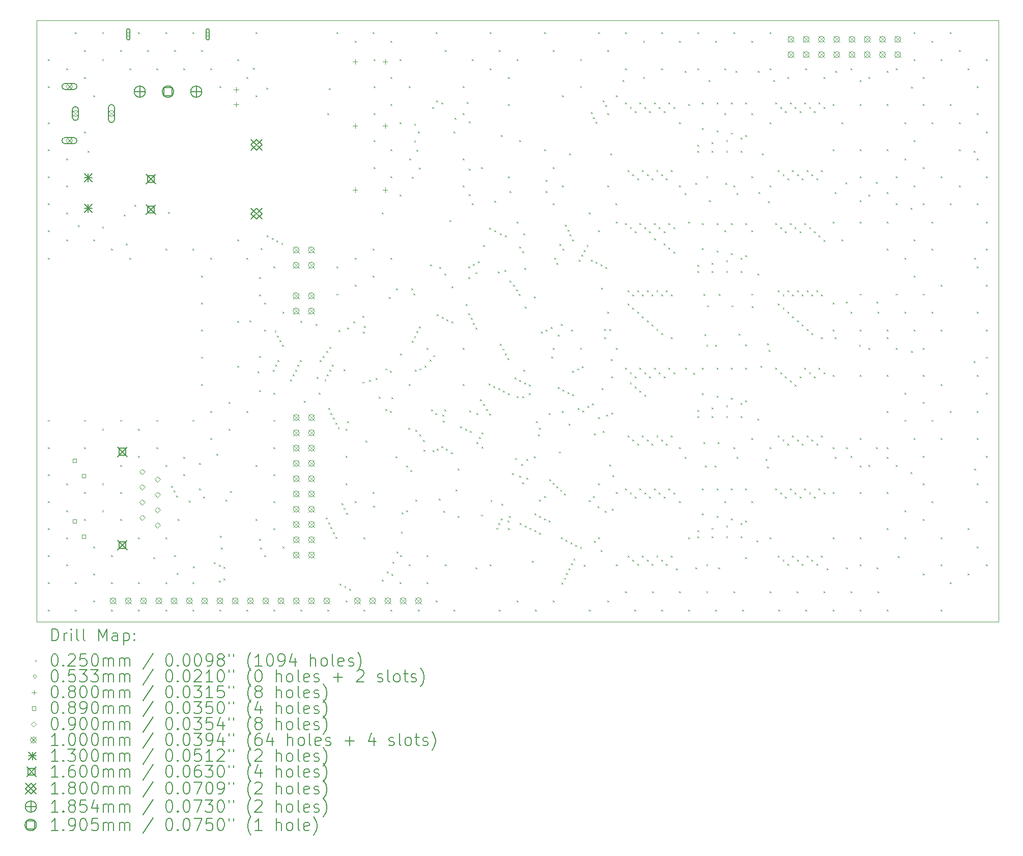
<source format=gbr>
%TF.GenerationSoftware,KiCad,Pcbnew,(6.0.11-0)*%
%TF.CreationDate,2023-09-15T21:28:13+02:00*%
%TF.ProjectId,marco-ram-board,6d617263-6f2d-4726-916d-2d626f617264,rev?*%
%TF.SameCoordinates,Original*%
%TF.FileFunction,Drillmap*%
%TF.FilePolarity,Positive*%
%FSLAX45Y45*%
G04 Gerber Fmt 4.5, Leading zero omitted, Abs format (unit mm)*
G04 Created by KiCad (PCBNEW (6.0.11-0)) date 2023-09-15 21:28:13*
%MOMM*%
%LPD*%
G01*
G04 APERTURE LIST*
%ADD10C,0.100000*%
%ADD11C,0.200000*%
%ADD12C,0.025000*%
%ADD13C,0.053340*%
%ADD14C,0.080000*%
%ADD15C,0.089000*%
%ADD16C,0.090000*%
%ADD17C,0.130000*%
%ADD18C,0.160000*%
%ADD19C,0.180000*%
%ADD20C,0.185420*%
%ADD21C,0.190500*%
G04 APERTURE END LIST*
D10*
X23000000Y-14000000D02*
X23000000Y-4000000D01*
X7000000Y-4000000D02*
X23000000Y-4000000D01*
X7000000Y-4000000D02*
X7000000Y-14000000D01*
X7000000Y-14000000D02*
X23000000Y-14000000D01*
D11*
D12*
X7187500Y-4642750D02*
X7212500Y-4667750D01*
X7212500Y-4642750D02*
X7187500Y-4667750D01*
X7187500Y-5092750D02*
X7212500Y-5117750D01*
X7212500Y-5092750D02*
X7187500Y-5117750D01*
X7187500Y-5692750D02*
X7212500Y-5717750D01*
X7212500Y-5692750D02*
X7187500Y-5717750D01*
X7187500Y-6142750D02*
X7212500Y-6167750D01*
X7212500Y-6142750D02*
X7187500Y-6167750D01*
X7187500Y-6592750D02*
X7212500Y-6617750D01*
X7212500Y-6592750D02*
X7187500Y-6617750D01*
X7187500Y-7042750D02*
X7212500Y-7067750D01*
X7212500Y-7042750D02*
X7187500Y-7067750D01*
X7187500Y-7492750D02*
X7212500Y-7517750D01*
X7212500Y-7492750D02*
X7187500Y-7517750D01*
X7187500Y-7942750D02*
X7212500Y-7967750D01*
X7212500Y-7942750D02*
X7187500Y-7967750D01*
X7187500Y-10642750D02*
X7212500Y-10667750D01*
X7212500Y-10642750D02*
X7187500Y-10667750D01*
X7187500Y-11092750D02*
X7212500Y-11117750D01*
X7212500Y-11092750D02*
X7187500Y-11117750D01*
X7187500Y-11542750D02*
X7212500Y-11567750D01*
X7212500Y-11542750D02*
X7187500Y-11567750D01*
X7187500Y-11992750D02*
X7212500Y-12017750D01*
X7212500Y-11992750D02*
X7187500Y-12017750D01*
X7187500Y-12442750D02*
X7212500Y-12467750D01*
X7212500Y-12442750D02*
X7187500Y-12467750D01*
X7187500Y-12892750D02*
X7212500Y-12917750D01*
X7212500Y-12892750D02*
X7187500Y-12917750D01*
X7187500Y-13342750D02*
X7212500Y-13367750D01*
X7212500Y-13342750D02*
X7187500Y-13367750D01*
X7187500Y-13792750D02*
X7212500Y-13817750D01*
X7212500Y-13792750D02*
X7187500Y-13817750D01*
X7487500Y-4792750D02*
X7512500Y-4817750D01*
X7512500Y-4792750D02*
X7487500Y-4817750D01*
X7487500Y-6292750D02*
X7512500Y-6317750D01*
X7512500Y-6292750D02*
X7487500Y-6317750D01*
X7487500Y-6742750D02*
X7512500Y-6767750D01*
X7512500Y-6742750D02*
X7487500Y-6767750D01*
X7487500Y-7192750D02*
X7512500Y-7217750D01*
X7512500Y-7192750D02*
X7487500Y-7217750D01*
X7487500Y-7642750D02*
X7512500Y-7667750D01*
X7512500Y-7642750D02*
X7487500Y-7667750D01*
X7487500Y-11692750D02*
X7512500Y-11717750D01*
X7512500Y-11692750D02*
X7487500Y-11717750D01*
X7487500Y-12142750D02*
X7512500Y-12167750D01*
X7512500Y-12142750D02*
X7487500Y-12167750D01*
X7487500Y-12592750D02*
X7512500Y-12617750D01*
X7512500Y-12592750D02*
X7487500Y-12617750D01*
X7487500Y-13042750D02*
X7512500Y-13067750D01*
X7512500Y-13042750D02*
X7487500Y-13067750D01*
X7637500Y-4192750D02*
X7662500Y-4217750D01*
X7662500Y-4192750D02*
X7637500Y-4217750D01*
X7637500Y-13342750D02*
X7662500Y-13367750D01*
X7662500Y-13342750D02*
X7637500Y-13367750D01*
X7637500Y-13792750D02*
X7662500Y-13817750D01*
X7662500Y-13792750D02*
X7637500Y-13817750D01*
X7687500Y-7407500D02*
X7712500Y-7432500D01*
X7712500Y-7407500D02*
X7687500Y-7432500D01*
X7787500Y-4492750D02*
X7812500Y-4517750D01*
X7812500Y-4492750D02*
X7787500Y-4517750D01*
X7787500Y-4942750D02*
X7812500Y-4967750D01*
X7812500Y-4942750D02*
X7787500Y-4967750D01*
X7787500Y-5842750D02*
X7812500Y-5867750D01*
X7812500Y-5842750D02*
X7787500Y-5867750D01*
X7787500Y-10642750D02*
X7812500Y-10667750D01*
X7812500Y-10642750D02*
X7787500Y-10667750D01*
X7787500Y-11092750D02*
X7812500Y-11117750D01*
X7812500Y-11092750D02*
X7787500Y-11117750D01*
X7787500Y-11842750D02*
X7812500Y-11867750D01*
X7812500Y-11842750D02*
X7787500Y-11867750D01*
X7787500Y-12292750D02*
X7812500Y-12317750D01*
X7812500Y-12292750D02*
X7787500Y-12317750D01*
X7847500Y-6167500D02*
X7872500Y-6192500D01*
X7872500Y-6167500D02*
X7847500Y-6192500D01*
X7937500Y-5242750D02*
X7962500Y-5267750D01*
X7962500Y-5242750D02*
X7937500Y-5267750D01*
X7937500Y-7642750D02*
X7962500Y-7667750D01*
X7962500Y-7642750D02*
X7937500Y-7667750D01*
X7937500Y-12742750D02*
X7962500Y-12767750D01*
X7962500Y-12742750D02*
X7937500Y-12767750D01*
X7937500Y-13192750D02*
X7962500Y-13217750D01*
X7962500Y-13192750D02*
X7937500Y-13217750D01*
X7937500Y-13642750D02*
X7962500Y-13667750D01*
X7962500Y-13642750D02*
X7937500Y-13667750D01*
X8087500Y-4192750D02*
X8112500Y-4217750D01*
X8112500Y-4192750D02*
X8087500Y-4217750D01*
X8087500Y-4642750D02*
X8112500Y-4667750D01*
X8112500Y-4642750D02*
X8087500Y-4667750D01*
X8087500Y-7427500D02*
X8112500Y-7452500D01*
X8112500Y-7427500D02*
X8087500Y-7452500D01*
X8087500Y-10792750D02*
X8112500Y-10817750D01*
X8112500Y-10792750D02*
X8087500Y-10817750D01*
X8087500Y-11692750D02*
X8112500Y-11717750D01*
X8112500Y-11692750D02*
X8087500Y-11717750D01*
X8087500Y-12142750D02*
X8112500Y-12167750D01*
X8112500Y-12142750D02*
X8087500Y-12167750D01*
X8237500Y-7792750D02*
X8262500Y-7817750D01*
X8262500Y-7792750D02*
X8237500Y-7817750D01*
X8237500Y-12892750D02*
X8262500Y-12917750D01*
X8262500Y-12892750D02*
X8237500Y-12917750D01*
X8237500Y-13342750D02*
X8262500Y-13367750D01*
X8262500Y-13342750D02*
X8237500Y-13367750D01*
X8237500Y-13792750D02*
X8262500Y-13817750D01*
X8262500Y-13792750D02*
X8237500Y-13817750D01*
X8387500Y-4492750D02*
X8412500Y-4517750D01*
X8412500Y-4492750D02*
X8387500Y-4517750D01*
X8387500Y-10642750D02*
X8412500Y-10667750D01*
X8412500Y-10642750D02*
X8387500Y-10667750D01*
X8387500Y-11392750D02*
X8412500Y-11417750D01*
X8412500Y-11392750D02*
X8387500Y-11417750D01*
X8387500Y-11842750D02*
X8412500Y-11867750D01*
X8412500Y-11842750D02*
X8387500Y-11867750D01*
X8387500Y-12292750D02*
X8412500Y-12317750D01*
X8412500Y-12292750D02*
X8387500Y-12317750D01*
X8447500Y-7227500D02*
X8472500Y-7252500D01*
X8472500Y-7227500D02*
X8447500Y-7252500D01*
X8477500Y-7707500D02*
X8502500Y-7732500D01*
X8502500Y-7707500D02*
X8477500Y-7732500D01*
X8537500Y-4792750D02*
X8562500Y-4817750D01*
X8562500Y-4792750D02*
X8537500Y-4817750D01*
X8537500Y-7942750D02*
X8562500Y-7967750D01*
X8562500Y-7942750D02*
X8537500Y-7967750D01*
X8627500Y-7067500D02*
X8652500Y-7092500D01*
X8652500Y-7067500D02*
X8627500Y-7092500D01*
X8687500Y-4192750D02*
X8712500Y-4217750D01*
X8712500Y-4192750D02*
X8687500Y-4217750D01*
X8687500Y-10792750D02*
X8712500Y-10817750D01*
X8712500Y-10792750D02*
X8687500Y-10817750D01*
X8687500Y-11242750D02*
X8712500Y-11267750D01*
X8712500Y-11242750D02*
X8687500Y-11267750D01*
X8687500Y-12592750D02*
X8712500Y-12617750D01*
X8712500Y-12592750D02*
X8687500Y-12617750D01*
X8687500Y-13342750D02*
X8712500Y-13367750D01*
X8712500Y-13342750D02*
X8687500Y-13367750D01*
X8687500Y-13792750D02*
X8712500Y-13817750D01*
X8712500Y-13792750D02*
X8687500Y-13817750D01*
X8837500Y-4492750D02*
X8862500Y-4517750D01*
X8862500Y-4492750D02*
X8837500Y-4517750D01*
X8937500Y-12927500D02*
X8962500Y-12952500D01*
X8962500Y-12927500D02*
X8937500Y-12952500D01*
X8987500Y-4792750D02*
X9012500Y-4817750D01*
X9012500Y-4792750D02*
X8987500Y-4817750D01*
X8987500Y-10642750D02*
X9012500Y-10667750D01*
X9012500Y-10642750D02*
X8987500Y-10667750D01*
X8987500Y-11092750D02*
X9012500Y-11117750D01*
X9012500Y-11092750D02*
X8987500Y-11117750D01*
X9137500Y-4192750D02*
X9162500Y-4217750D01*
X9162500Y-4192750D02*
X9137500Y-4217750D01*
X9137500Y-7792750D02*
X9162500Y-7817750D01*
X9162500Y-7792750D02*
X9137500Y-7817750D01*
X9137500Y-11392750D02*
X9162500Y-11417750D01*
X9162500Y-11392750D02*
X9137500Y-11417750D01*
X9137500Y-12592750D02*
X9162500Y-12617750D01*
X9162500Y-12592750D02*
X9137500Y-12617750D01*
X9137500Y-13342750D02*
X9162500Y-13367750D01*
X9162500Y-13342750D02*
X9137500Y-13367750D01*
X9137500Y-13792750D02*
X9162500Y-13817750D01*
X9162500Y-13792750D02*
X9137500Y-13817750D01*
X9187500Y-7187500D02*
X9212500Y-7212500D01*
X9212500Y-7187500D02*
X9187500Y-7212500D01*
X9237500Y-11737500D02*
X9262500Y-11762500D01*
X9262500Y-11737500D02*
X9237500Y-11762500D01*
X9277500Y-11817500D02*
X9302500Y-11842500D01*
X9302500Y-11817500D02*
X9277500Y-11842500D01*
X9287500Y-4492750D02*
X9312500Y-4517750D01*
X9312500Y-4492750D02*
X9287500Y-4517750D01*
X9287500Y-12892750D02*
X9312500Y-12917750D01*
X9312500Y-12892750D02*
X9287500Y-12917750D01*
X9317500Y-11897500D02*
X9342500Y-11922500D01*
X9342500Y-11897500D02*
X9317500Y-11922500D01*
X9327500Y-13187500D02*
X9352500Y-13212500D01*
X9352500Y-13187500D02*
X9327500Y-13212500D01*
X9347500Y-12287500D02*
X9372500Y-12312500D01*
X9372500Y-12287500D02*
X9347500Y-12312500D01*
X9437500Y-4792750D02*
X9462500Y-4817750D01*
X9462500Y-4792750D02*
X9437500Y-4817750D01*
X9437500Y-11257500D02*
X9462500Y-11282500D01*
X9462500Y-11257500D02*
X9437500Y-11282500D01*
X9437500Y-11542750D02*
X9462500Y-11567750D01*
X9462500Y-11542750D02*
X9437500Y-11567750D01*
X9527500Y-11987500D02*
X9552500Y-12012500D01*
X9552500Y-11987500D02*
X9527500Y-12012500D01*
X9587500Y-4192750D02*
X9612500Y-4217750D01*
X9612500Y-4192750D02*
X9587500Y-4217750D01*
X9587500Y-7792750D02*
X9612500Y-7817750D01*
X9612500Y-7792750D02*
X9587500Y-7817750D01*
X9587500Y-10642750D02*
X9612500Y-10667750D01*
X9612500Y-10642750D02*
X9587500Y-10667750D01*
X9587500Y-13342750D02*
X9612500Y-13367750D01*
X9612500Y-13342750D02*
X9587500Y-13367750D01*
X9587500Y-13792750D02*
X9612500Y-13817750D01*
X9612500Y-13792750D02*
X9587500Y-13817750D01*
X9597500Y-13076250D02*
X9622500Y-13101250D01*
X9622500Y-13076250D02*
X9597500Y-13101250D01*
X9697500Y-11357500D02*
X9722500Y-11382500D01*
X9722500Y-11357500D02*
X9697500Y-11382500D01*
X9697500Y-11777500D02*
X9722500Y-11802500D01*
X9722500Y-11777500D02*
X9697500Y-11802500D01*
X9737500Y-4492750D02*
X9762500Y-4517750D01*
X9762500Y-4492750D02*
X9737500Y-4517750D01*
X9737500Y-8242750D02*
X9762500Y-8267750D01*
X9762500Y-8242750D02*
X9737500Y-8267750D01*
X9737500Y-8692750D02*
X9762500Y-8717750D01*
X9762500Y-8692750D02*
X9737500Y-8717750D01*
X9737500Y-9142750D02*
X9762500Y-9167750D01*
X9762500Y-9142750D02*
X9737500Y-9167750D01*
X9737500Y-9592750D02*
X9762500Y-9617750D01*
X9762500Y-9592750D02*
X9737500Y-9617750D01*
X9737500Y-10042750D02*
X9762500Y-10067750D01*
X9762500Y-10042750D02*
X9737500Y-10067750D01*
X9767500Y-11917500D02*
X9792500Y-11942500D01*
X9792500Y-11917500D02*
X9767500Y-11942500D01*
X9887500Y-4792750D02*
X9912500Y-4817750D01*
X9912500Y-4792750D02*
X9887500Y-4817750D01*
X9887500Y-7942750D02*
X9912500Y-7967750D01*
X9912500Y-7942750D02*
X9887500Y-7967750D01*
X9887500Y-10492750D02*
X9912500Y-10517750D01*
X9912500Y-10492750D02*
X9887500Y-10517750D01*
X9887500Y-10942750D02*
X9912500Y-10967750D01*
X9912500Y-10942750D02*
X9887500Y-10967750D01*
X9947500Y-13007500D02*
X9972500Y-13032500D01*
X9972500Y-13007500D02*
X9947500Y-13032500D01*
X9987500Y-11207500D02*
X10012500Y-11232500D01*
X10012500Y-11207500D02*
X9987500Y-11232500D01*
X10027500Y-13047500D02*
X10052500Y-13072500D01*
X10052500Y-13047500D02*
X10027500Y-13072500D01*
X10027500Y-13317500D02*
X10052500Y-13342500D01*
X10052500Y-13317500D02*
X10027500Y-13342500D01*
X10037500Y-5092750D02*
X10062500Y-5117750D01*
X10062500Y-5092750D02*
X10037500Y-5117750D01*
X10037500Y-13792750D02*
X10062500Y-13817750D01*
X10062500Y-13792750D02*
X10037500Y-13817750D01*
X10047500Y-12567500D02*
X10072500Y-12592500D01*
X10072500Y-12567500D02*
X10047500Y-12592500D01*
X10067500Y-12767500D02*
X10092500Y-12792500D01*
X10092500Y-12767500D02*
X10067500Y-12792500D01*
X10107500Y-13087500D02*
X10132500Y-13112500D01*
X10132500Y-13087500D02*
X10107500Y-13112500D01*
X10107500Y-13277500D02*
X10132500Y-13302500D01*
X10132500Y-13277500D02*
X10107500Y-13302500D01*
X10137500Y-11967500D02*
X10162500Y-11992500D01*
X10162500Y-11967500D02*
X10137500Y-11992500D01*
X10187500Y-10342750D02*
X10212500Y-10367750D01*
X10212500Y-10342750D02*
X10187500Y-10367750D01*
X10187500Y-10792750D02*
X10212500Y-10817750D01*
X10212500Y-10792750D02*
X10187500Y-10817750D01*
X10217500Y-11827500D02*
X10242500Y-11852500D01*
X10242500Y-11827500D02*
X10217500Y-11852500D01*
X10337500Y-4642750D02*
X10362500Y-4667750D01*
X10362500Y-4642750D02*
X10337500Y-4667750D01*
X10337500Y-7642750D02*
X10362500Y-7667750D01*
X10362500Y-7642750D02*
X10337500Y-7667750D01*
X10337500Y-8992750D02*
X10362500Y-9017750D01*
X10362500Y-8992750D02*
X10337500Y-9017750D01*
X10337500Y-9742750D02*
X10362500Y-9767750D01*
X10362500Y-9742750D02*
X10337500Y-9767750D01*
X10487500Y-4942750D02*
X10512500Y-4967750D01*
X10512500Y-4942750D02*
X10487500Y-4967750D01*
X10487500Y-7942750D02*
X10512500Y-7967750D01*
X10512500Y-7942750D02*
X10487500Y-7967750D01*
X10487500Y-10492750D02*
X10512500Y-10517750D01*
X10512500Y-10492750D02*
X10487500Y-10517750D01*
X10487500Y-13792750D02*
X10512500Y-13817750D01*
X10512500Y-13792750D02*
X10487500Y-13817750D01*
X10537500Y-8987500D02*
X10562500Y-9012500D01*
X10562500Y-8987500D02*
X10537500Y-9012500D01*
X10597500Y-4787500D02*
X10622500Y-4812500D01*
X10622500Y-4787500D02*
X10597500Y-4812500D01*
X10637500Y-4192750D02*
X10662500Y-4217750D01*
X10662500Y-4192750D02*
X10637500Y-4217750D01*
X10637500Y-5242750D02*
X10662500Y-5267750D01*
X10662500Y-5242750D02*
X10637500Y-5267750D01*
X10637500Y-11392750D02*
X10662500Y-11417750D01*
X10662500Y-11392750D02*
X10637500Y-11417750D01*
X10637500Y-12292750D02*
X10662500Y-12317750D01*
X10662500Y-12292750D02*
X10637500Y-12317750D01*
X10677500Y-9837500D02*
X10702500Y-9862500D01*
X10702500Y-9837500D02*
X10677500Y-9862500D01*
X10697500Y-8267500D02*
X10722500Y-8292500D01*
X10722500Y-8267500D02*
X10697500Y-8292500D01*
X10697500Y-8557500D02*
X10722500Y-8582500D01*
X10722500Y-8557500D02*
X10697500Y-8582500D01*
X10697500Y-9577500D02*
X10722500Y-9602500D01*
X10722500Y-9577500D02*
X10697500Y-9602500D01*
X10697500Y-10147500D02*
X10722500Y-10172500D01*
X10722500Y-10147500D02*
X10697500Y-10172500D01*
X10697500Y-12617500D02*
X10722500Y-12642500D01*
X10722500Y-12617500D02*
X10697500Y-12642500D01*
X10717500Y-12767500D02*
X10742500Y-12792500D01*
X10742500Y-12767500D02*
X10717500Y-12792500D01*
X10727500Y-7787500D02*
X10752500Y-7812500D01*
X10752500Y-7787500D02*
X10727500Y-7812500D01*
X10787500Y-8692750D02*
X10812500Y-8717750D01*
X10812500Y-8692750D02*
X10787500Y-8717750D01*
X10787500Y-9142750D02*
X10812500Y-9167750D01*
X10812500Y-9142750D02*
X10787500Y-9167750D01*
X10787500Y-12892750D02*
X10812500Y-12917750D01*
X10812500Y-12892750D02*
X10787500Y-12917750D01*
X10817500Y-5117500D02*
X10842500Y-5142500D01*
X10842500Y-5117500D02*
X10817500Y-5142500D01*
X10827500Y-7577500D02*
X10852500Y-7602500D01*
X10852500Y-7577500D02*
X10827500Y-7602500D01*
X10907500Y-7617500D02*
X10932500Y-7642500D01*
X10932500Y-7617500D02*
X10907500Y-7642500D01*
X10927500Y-9807500D02*
X10952500Y-9832500D01*
X10952500Y-9807500D02*
X10927500Y-9832500D01*
X10937500Y-8092750D02*
X10962500Y-8117750D01*
X10962500Y-8092750D02*
X10937500Y-8117750D01*
X10937500Y-10192750D02*
X10962500Y-10217750D01*
X10962500Y-10192750D02*
X10937500Y-10217750D01*
X10937500Y-10642750D02*
X10962500Y-10667750D01*
X10962500Y-10642750D02*
X10937500Y-10667750D01*
X10937500Y-11092750D02*
X10962500Y-11117750D01*
X10962500Y-11092750D02*
X10937500Y-11117750D01*
X10937500Y-11542750D02*
X10962500Y-11567750D01*
X10962500Y-11542750D02*
X10937500Y-11567750D01*
X10937500Y-11992750D02*
X10962500Y-12017750D01*
X10962500Y-11992750D02*
X10937500Y-12017750D01*
X10937500Y-12442750D02*
X10962500Y-12467750D01*
X10962500Y-12442750D02*
X10937500Y-12467750D01*
X10937500Y-13792750D02*
X10962500Y-13817750D01*
X10962500Y-13792750D02*
X10937500Y-13817750D01*
X10957500Y-9157500D02*
X10982500Y-9182500D01*
X10982500Y-9157500D02*
X10957500Y-9182500D01*
X10967500Y-9727500D02*
X10992500Y-9752500D01*
X10992500Y-9727500D02*
X10967500Y-9752500D01*
X10987500Y-7657500D02*
X11012500Y-7682500D01*
X11012500Y-7657500D02*
X10987500Y-7682500D01*
X10997500Y-9237500D02*
X11022500Y-9262500D01*
X11022500Y-9237500D02*
X10997500Y-9262500D01*
X11007500Y-9647500D02*
X11032500Y-9672500D01*
X11032500Y-9647500D02*
X11007500Y-9672500D01*
X11037500Y-9317500D02*
X11062500Y-9342500D01*
X11062500Y-9317500D02*
X11037500Y-9342500D01*
X11067500Y-7697500D02*
X11092500Y-7722500D01*
X11092500Y-7697500D02*
X11067500Y-7722500D01*
X11077500Y-9397500D02*
X11102500Y-9422500D01*
X11102500Y-9397500D02*
X11077500Y-9422500D01*
X11087500Y-8842750D02*
X11112500Y-8867750D01*
X11112500Y-8842750D02*
X11087500Y-8867750D01*
X11087500Y-12742750D02*
X11112500Y-12767750D01*
X11112500Y-12742750D02*
X11087500Y-12767750D01*
X11217500Y-9967500D02*
X11242500Y-9992500D01*
X11242500Y-9967500D02*
X11217500Y-9992500D01*
X11257500Y-9887500D02*
X11282500Y-9912500D01*
X11282500Y-9887500D02*
X11257500Y-9912500D01*
X11297500Y-9807500D02*
X11322500Y-9832500D01*
X11322500Y-9807500D02*
X11297500Y-9832500D01*
X11337500Y-9727500D02*
X11362500Y-9752500D01*
X11362500Y-9727500D02*
X11337500Y-9752500D01*
X11377500Y-9647500D02*
X11402500Y-9672500D01*
X11402500Y-9647500D02*
X11377500Y-9672500D01*
X11387500Y-8992750D02*
X11412500Y-9017750D01*
X11412500Y-8992750D02*
X11387500Y-9017750D01*
X11387500Y-13792750D02*
X11412500Y-13817750D01*
X11412500Y-13792750D02*
X11387500Y-13817750D01*
X11447500Y-10327500D02*
X11472500Y-10352500D01*
X11472500Y-10327500D02*
X11447500Y-10352500D01*
X11637500Y-9047500D02*
X11662500Y-9072500D01*
X11662500Y-9047500D02*
X11637500Y-9072500D01*
X11657500Y-9927500D02*
X11682500Y-9952500D01*
X11682500Y-9927500D02*
X11657500Y-9952500D01*
X11687500Y-10192750D02*
X11712500Y-10217750D01*
X11712500Y-10192750D02*
X11687500Y-10217750D01*
X11706287Y-9647500D02*
X11731287Y-9672500D01*
X11731287Y-9647500D02*
X11706287Y-9672500D01*
X11756287Y-9577500D02*
X11781287Y-9602500D01*
X11781287Y-9577500D02*
X11756287Y-9602500D01*
X11787500Y-9967500D02*
X11812500Y-9992500D01*
X11812500Y-9967500D02*
X11787500Y-9992500D01*
X11807500Y-12267500D02*
X11832500Y-12292500D01*
X11832500Y-12267500D02*
X11807500Y-12292500D01*
X11816287Y-9497500D02*
X11841287Y-9522500D01*
X11841287Y-9497500D02*
X11816287Y-9522500D01*
X11827500Y-9887500D02*
X11852500Y-9912500D01*
X11852500Y-9887500D02*
X11827500Y-9912500D01*
X11837500Y-5542750D02*
X11862500Y-5567750D01*
X11862500Y-5542750D02*
X11837500Y-5567750D01*
X11837500Y-13792750D02*
X11862500Y-13817750D01*
X11862500Y-13792750D02*
X11837500Y-13817750D01*
X11847500Y-10447500D02*
X11872500Y-10472500D01*
X11872500Y-10447500D02*
X11847500Y-10472500D01*
X11847500Y-12347500D02*
X11872500Y-12372500D01*
X11872500Y-12347500D02*
X11847500Y-12372500D01*
X11857500Y-5127500D02*
X11882500Y-5152500D01*
X11882500Y-5127500D02*
X11857500Y-5152500D01*
X11866287Y-9427500D02*
X11891287Y-9452500D01*
X11891287Y-9427500D02*
X11866287Y-9452500D01*
X11867500Y-9807500D02*
X11892500Y-9832500D01*
X11892500Y-9807500D02*
X11867500Y-9832500D01*
X11887500Y-10527500D02*
X11912500Y-10552500D01*
X11912500Y-10527500D02*
X11887500Y-10552500D01*
X11887500Y-12427500D02*
X11912500Y-12452500D01*
X11912500Y-12427500D02*
X11887500Y-12452500D01*
X11907500Y-9727500D02*
X11932500Y-9752500D01*
X11932500Y-9727500D02*
X11907500Y-9752500D01*
X11927500Y-10607500D02*
X11952500Y-10632500D01*
X11952500Y-10607500D02*
X11927500Y-10632500D01*
X11927500Y-12507500D02*
X11952500Y-12532500D01*
X11952500Y-12507500D02*
X11927500Y-12532500D01*
X11967500Y-10687500D02*
X11992500Y-10712500D01*
X11992500Y-10687500D02*
X11967500Y-10712500D01*
X11967500Y-12587500D02*
X11992500Y-12612500D01*
X11992500Y-12587500D02*
X11967500Y-12612500D01*
X11987500Y-4192750D02*
X12012500Y-4217750D01*
X12012500Y-4192750D02*
X11987500Y-4217750D01*
X11987500Y-8092750D02*
X12012500Y-8117750D01*
X12012500Y-8092750D02*
X11987500Y-8117750D01*
X11987500Y-8542750D02*
X12012500Y-8567750D01*
X12012500Y-8542750D02*
X11987500Y-8567750D01*
X12007500Y-10767500D02*
X12032500Y-10792500D01*
X12032500Y-10767500D02*
X12007500Y-10792500D01*
X12017500Y-9147500D02*
X12042500Y-9172500D01*
X12042500Y-9147500D02*
X12017500Y-9172500D01*
X12037500Y-13367500D02*
X12062500Y-13392500D01*
X12062500Y-13367500D02*
X12037500Y-13392500D01*
X12067500Y-12027500D02*
X12092500Y-12052500D01*
X12092500Y-12027500D02*
X12067500Y-12052500D01*
X12107500Y-9797500D02*
X12132500Y-9822500D01*
X12132500Y-9797500D02*
X12107500Y-9822500D01*
X12107500Y-12107500D02*
X12132500Y-12132500D01*
X12132500Y-12107500D02*
X12107500Y-12132500D01*
X12117500Y-13407500D02*
X12142500Y-13432500D01*
X12142500Y-13407500D02*
X12117500Y-13432500D01*
X12137500Y-10792750D02*
X12162500Y-10817750D01*
X12162500Y-10792750D02*
X12137500Y-10817750D01*
X12137500Y-11242750D02*
X12162500Y-11267750D01*
X12162500Y-11242750D02*
X12137500Y-11267750D01*
X12137500Y-11692750D02*
X12162500Y-11717750D01*
X12162500Y-11692750D02*
X12137500Y-11717750D01*
X12137500Y-13642750D02*
X12162500Y-13667750D01*
X12162500Y-13642750D02*
X12137500Y-13667750D01*
X12147500Y-12187500D02*
X12172500Y-12212500D01*
X12172500Y-12187500D02*
X12147500Y-12212500D01*
X12167500Y-9107500D02*
X12192500Y-9132500D01*
X12192500Y-9107500D02*
X12167500Y-9132500D01*
X12167500Y-10667500D02*
X12192500Y-10692500D01*
X12192500Y-10667500D02*
X12167500Y-10692500D01*
X12197500Y-13447500D02*
X12222500Y-13472500D01*
X12222500Y-13447500D02*
X12197500Y-13472500D01*
X12267500Y-9007500D02*
X12292500Y-9032500D01*
X12292500Y-9007500D02*
X12267500Y-9032500D01*
X12287500Y-4342750D02*
X12312500Y-4367750D01*
X12312500Y-4342750D02*
X12287500Y-4367750D01*
X12287500Y-7942750D02*
X12312500Y-7967750D01*
X12312500Y-7942750D02*
X12287500Y-7967750D01*
X12287500Y-8392750D02*
X12312500Y-8417750D01*
X12312500Y-8392750D02*
X12287500Y-8417750D01*
X12287500Y-11992750D02*
X12312500Y-12017750D01*
X12312500Y-11992750D02*
X12287500Y-12017750D01*
X12417500Y-8907500D02*
X12442500Y-8932500D01*
X12442500Y-8907500D02*
X12417500Y-8932500D01*
X12417500Y-10007500D02*
X12442500Y-10032500D01*
X12442500Y-10007500D02*
X12417500Y-10032500D01*
X12427500Y-9177500D02*
X12452500Y-9202500D01*
X12452500Y-9177500D02*
X12427500Y-9202500D01*
X12437500Y-12592750D02*
X12462500Y-12617750D01*
X12462500Y-12592750D02*
X12437500Y-12617750D01*
X12437500Y-13792750D02*
X12462500Y-13817750D01*
X12462500Y-13792750D02*
X12437500Y-13817750D01*
X12447500Y-9077500D02*
X12472500Y-9102500D01*
X12472500Y-9077500D02*
X12447500Y-9102500D01*
X12467500Y-10987500D02*
X12492500Y-11012500D01*
X12492500Y-10987500D02*
X12467500Y-11012500D01*
X12527500Y-9977500D02*
X12552500Y-10002500D01*
X12552500Y-9977500D02*
X12527500Y-10002500D01*
X12587500Y-4192750D02*
X12612500Y-4217750D01*
X12612500Y-4192750D02*
X12587500Y-4217750D01*
X12587500Y-7792750D02*
X12612500Y-7817750D01*
X12612500Y-7792750D02*
X12587500Y-7817750D01*
X12587500Y-8242750D02*
X12612500Y-8267750D01*
X12612500Y-8242750D02*
X12587500Y-8267750D01*
X12587500Y-11842750D02*
X12612500Y-11867750D01*
X12612500Y-11842750D02*
X12587500Y-11867750D01*
X12597500Y-12067500D02*
X12622500Y-12092500D01*
X12622500Y-12067500D02*
X12597500Y-12092500D01*
X12607500Y-4642750D02*
X12632500Y-4667750D01*
X12632500Y-4642750D02*
X12607500Y-4667750D01*
X12607500Y-5092750D02*
X12632500Y-5117750D01*
X12632500Y-5092750D02*
X12607500Y-5117750D01*
X12607500Y-5542750D02*
X12632500Y-5567750D01*
X12632500Y-5542750D02*
X12607500Y-5567750D01*
X12607500Y-5992750D02*
X12632500Y-6017750D01*
X12632500Y-5992750D02*
X12607500Y-6017750D01*
X12607500Y-6442750D02*
X12632500Y-6467750D01*
X12632500Y-6442750D02*
X12607500Y-6467750D01*
X12637500Y-9947500D02*
X12662500Y-9972500D01*
X12662500Y-9947500D02*
X12637500Y-9972500D01*
X12687500Y-10257500D02*
X12712500Y-10282500D01*
X12712500Y-10257500D02*
X12687500Y-10282500D01*
X12737500Y-7192750D02*
X12762500Y-7217750D01*
X12762500Y-7192750D02*
X12737500Y-7217750D01*
X12737500Y-13297500D02*
X12762500Y-13322500D01*
X12762500Y-13297500D02*
X12737500Y-13322500D01*
X12797500Y-9787500D02*
X12822500Y-9812500D01*
X12822500Y-9787500D02*
X12797500Y-9812500D01*
X12797500Y-10457500D02*
X12822500Y-10482500D01*
X12822500Y-10457500D02*
X12797500Y-10482500D01*
X12827500Y-13157500D02*
X12852500Y-13182500D01*
X12852500Y-13157500D02*
X12827500Y-13182500D01*
X12857500Y-8597500D02*
X12882500Y-8622500D01*
X12882500Y-8597500D02*
X12857500Y-8622500D01*
X12877500Y-9827500D02*
X12902500Y-9852500D01*
X12902500Y-9827500D02*
X12877500Y-9852500D01*
X12877500Y-10497500D02*
X12902500Y-10522500D01*
X12902500Y-10497500D02*
X12877500Y-10522500D01*
X12887500Y-4342750D02*
X12912500Y-4367750D01*
X12912500Y-4342750D02*
X12887500Y-4367750D01*
X12887500Y-4942750D02*
X12912500Y-4967750D01*
X12912500Y-4942750D02*
X12887500Y-4967750D01*
X12887500Y-5392750D02*
X12912500Y-5417750D01*
X12912500Y-5392750D02*
X12887500Y-5417750D01*
X12887500Y-6142750D02*
X12912500Y-6167750D01*
X12912500Y-6142750D02*
X12887500Y-6167750D01*
X12887500Y-6592750D02*
X12912500Y-6617750D01*
X12912500Y-6592750D02*
X12887500Y-6617750D01*
X12887500Y-7942750D02*
X12912500Y-7967750D01*
X12912500Y-7942750D02*
X12887500Y-7967750D01*
X12887500Y-13792750D02*
X12912500Y-13817750D01*
X12912500Y-13792750D02*
X12887500Y-13817750D01*
X12897500Y-10267500D02*
X12922500Y-10292500D01*
X12922500Y-10267500D02*
X12897500Y-10292500D01*
X12897500Y-13207500D02*
X12922500Y-13232500D01*
X12922500Y-13207500D02*
X12897500Y-13232500D01*
X12917500Y-12997500D02*
X12942500Y-13022500D01*
X12942500Y-12997500D02*
X12917500Y-13022500D01*
X12967500Y-11247500D02*
X12992500Y-11272500D01*
X12992500Y-11247500D02*
X12967500Y-11272500D01*
X12977500Y-8457500D02*
X13002500Y-8482500D01*
X13002500Y-8457500D02*
X12977500Y-8482500D01*
X12987500Y-12827500D02*
X13012500Y-12852500D01*
X13012500Y-12827500D02*
X12987500Y-12852500D01*
X13037500Y-4642750D02*
X13062500Y-4667750D01*
X13062500Y-4642750D02*
X13037500Y-4667750D01*
X13037500Y-5692750D02*
X13062500Y-5717750D01*
X13062500Y-5692750D02*
X13037500Y-5717750D01*
X13037500Y-6892750D02*
X13062500Y-6917750D01*
X13062500Y-6892750D02*
X13037500Y-6917750D01*
X13037500Y-13342750D02*
X13062500Y-13367750D01*
X13062500Y-13342750D02*
X13037500Y-13367750D01*
X13047500Y-9537500D02*
X13072500Y-9562500D01*
X13072500Y-9537500D02*
X13047500Y-9562500D01*
X13047500Y-12887500D02*
X13072500Y-12912500D01*
X13072500Y-12887500D02*
X13047500Y-12912500D01*
X13057500Y-12497500D02*
X13082500Y-12522500D01*
X13082500Y-12497500D02*
X13057500Y-12522500D01*
X13067500Y-12177500D02*
X13092500Y-12202500D01*
X13092500Y-12177500D02*
X13067500Y-12202500D01*
X13147500Y-11397500D02*
X13172500Y-11422500D01*
X13172500Y-11397500D02*
X13147500Y-11422500D01*
X13147820Y-12147820D02*
X13172820Y-12172820D01*
X13172820Y-12147820D02*
X13147820Y-12172820D01*
X13177500Y-10777500D02*
X13202500Y-10802500D01*
X13202500Y-10777500D02*
X13177500Y-10802500D01*
X13187500Y-5092750D02*
X13212500Y-5117750D01*
X13212500Y-5092750D02*
X13187500Y-5117750D01*
X13187500Y-10042750D02*
X13212500Y-10067750D01*
X13212500Y-10042750D02*
X13187500Y-10067750D01*
X13187500Y-13042750D02*
X13212500Y-13067750D01*
X13212500Y-13042750D02*
X13187500Y-13067750D01*
X13197500Y-6297500D02*
X13222500Y-6322500D01*
X13222500Y-6297500D02*
X13197500Y-6322500D01*
X13217500Y-11477500D02*
X13242500Y-11502500D01*
X13242500Y-11477500D02*
X13217500Y-11502500D01*
X13227500Y-8457500D02*
X13252500Y-8482500D01*
X13252500Y-8457500D02*
X13227500Y-8482500D01*
X13237500Y-6597500D02*
X13262500Y-6622500D01*
X13262500Y-6597500D02*
X13237500Y-6622500D01*
X13237500Y-9327500D02*
X13262500Y-9352500D01*
X13262500Y-9327500D02*
X13237500Y-9352500D01*
X13267500Y-8537500D02*
X13292500Y-8562500D01*
X13292500Y-8537500D02*
X13267500Y-8562500D01*
X13277500Y-5717500D02*
X13302500Y-5742500D01*
X13302500Y-5717500D02*
X13277500Y-5742500D01*
X13277500Y-5997500D02*
X13302500Y-6022500D01*
X13302500Y-5997500D02*
X13277500Y-6022500D01*
X13277500Y-9247500D02*
X13302500Y-9272500D01*
X13302500Y-9247500D02*
X13277500Y-9272500D01*
X13287500Y-9807500D02*
X13312500Y-9832500D01*
X13312500Y-9807500D02*
X13287500Y-9832500D01*
X13297500Y-10807500D02*
X13322500Y-10832500D01*
X13322500Y-10807500D02*
X13297500Y-10832500D01*
X13297500Y-11967500D02*
X13322500Y-11992500D01*
X13322500Y-11967500D02*
X13297500Y-11992500D01*
X13317500Y-6147500D02*
X13342500Y-6172500D01*
X13342500Y-6147500D02*
X13317500Y-6172500D01*
X13317500Y-9167500D02*
X13342500Y-9192500D01*
X13342500Y-9167500D02*
X13317500Y-9192500D01*
X13337500Y-5842750D02*
X13362500Y-5867750D01*
X13362500Y-5842750D02*
X13337500Y-5867750D01*
X13337500Y-13792750D02*
X13362500Y-13817750D01*
X13362500Y-13792750D02*
X13337500Y-13817750D01*
X13357500Y-6447500D02*
X13382500Y-6472500D01*
X13382500Y-6447500D02*
X13357500Y-6472500D01*
X13357500Y-9087500D02*
X13382500Y-9112500D01*
X13382500Y-9087500D02*
X13357500Y-9112500D01*
X13367500Y-9787500D02*
X13392500Y-9812500D01*
X13392500Y-9787500D02*
X13367500Y-9812500D01*
X13367500Y-10887500D02*
X13392500Y-10912500D01*
X13392500Y-10887500D02*
X13367500Y-10912500D01*
X13427500Y-10977500D02*
X13452500Y-11002500D01*
X13452500Y-10977500D02*
X13427500Y-11002500D01*
X13437500Y-11137500D02*
X13462500Y-11162500D01*
X13462500Y-11137500D02*
X13437500Y-11162500D01*
X13447500Y-9737500D02*
X13472500Y-9762500D01*
X13472500Y-9737500D02*
X13447500Y-9762500D01*
X13487500Y-9442750D02*
X13512500Y-9467750D01*
X13512500Y-9442750D02*
X13487500Y-9467750D01*
X13487500Y-12892750D02*
X13512500Y-12917750D01*
X13512500Y-12892750D02*
X13487500Y-12917750D01*
X13487500Y-13342750D02*
X13512500Y-13367750D01*
X13512500Y-13342750D02*
X13487500Y-13367750D01*
X13537500Y-9637500D02*
X13562500Y-9662500D01*
X13562500Y-9637500D02*
X13537500Y-9662500D01*
X13547500Y-8057500D02*
X13572500Y-8082500D01*
X13572500Y-8057500D02*
X13547500Y-8082500D01*
X13557500Y-10467500D02*
X13582500Y-10492500D01*
X13582500Y-10467500D02*
X13557500Y-10492500D01*
X13577500Y-5437500D02*
X13602500Y-5462500D01*
X13602500Y-5437500D02*
X13577500Y-5462500D01*
X13587500Y-11147500D02*
X13612500Y-11172500D01*
X13612500Y-11147500D02*
X13587500Y-11172500D01*
X13597500Y-9567500D02*
X13622500Y-9592500D01*
X13622500Y-9567500D02*
X13597500Y-9592500D01*
X13627550Y-10527500D02*
X13652550Y-10552500D01*
X13652550Y-10527500D02*
X13627550Y-10552500D01*
X13637500Y-4192750D02*
X13662500Y-4217750D01*
X13662500Y-4192750D02*
X13637500Y-4217750D01*
X13637500Y-13642750D02*
X13662500Y-13667750D01*
X13662500Y-13642750D02*
X13637500Y-13667750D01*
X13647500Y-5327500D02*
X13672500Y-5352500D01*
X13672500Y-5327500D02*
X13647500Y-5352500D01*
X13657500Y-8887500D02*
X13682500Y-8912500D01*
X13682500Y-8887500D02*
X13657500Y-8912500D01*
X13657500Y-11117500D02*
X13682500Y-11142500D01*
X13682500Y-11117500D02*
X13657500Y-11142500D01*
X13687500Y-11947500D02*
X13712500Y-11972500D01*
X13712500Y-11947500D02*
X13687500Y-11972500D01*
X13697500Y-8097500D02*
X13722500Y-8122500D01*
X13722500Y-8097500D02*
X13697500Y-8122500D01*
X13727500Y-5367500D02*
X13752500Y-5392500D01*
X13752500Y-5367500D02*
X13727500Y-5392500D01*
X13727500Y-11077500D02*
X13752500Y-11102500D01*
X13752500Y-11077500D02*
X13727500Y-11102500D01*
X13737500Y-8927500D02*
X13762500Y-8952500D01*
X13762500Y-8927500D02*
X13737500Y-8952500D01*
X13747500Y-10557500D02*
X13772500Y-10582500D01*
X13772500Y-10557500D02*
X13747500Y-10582500D01*
X13757500Y-10657500D02*
X13782500Y-10682500D01*
X13782500Y-10657500D02*
X13757500Y-10682500D01*
X13767500Y-12157500D02*
X13792500Y-12182500D01*
X13792500Y-12157500D02*
X13767500Y-12182500D01*
X13777500Y-8207500D02*
X13802500Y-8232500D01*
X13802500Y-8207500D02*
X13777500Y-8232500D01*
X13777500Y-10467500D02*
X13802500Y-10492500D01*
X13802500Y-10467500D02*
X13777500Y-10492500D01*
X13787500Y-4492750D02*
X13812500Y-4517750D01*
X13812500Y-4492750D02*
X13787500Y-4517750D01*
X13787500Y-13042750D02*
X13812500Y-13067750D01*
X13812500Y-13042750D02*
X13787500Y-13067750D01*
X13807500Y-11117500D02*
X13832500Y-11142500D01*
X13832500Y-11117500D02*
X13807500Y-11142500D01*
X13817500Y-8967500D02*
X13842500Y-8992500D01*
X13842500Y-8967500D02*
X13817500Y-8992500D01*
X13867500Y-7317500D02*
X13892500Y-7342500D01*
X13892500Y-7317500D02*
X13867500Y-7342500D01*
X13887500Y-11177500D02*
X13912500Y-11202500D01*
X13912500Y-11177500D02*
X13887500Y-11202500D01*
X13897500Y-8417500D02*
X13922500Y-8442500D01*
X13922500Y-8417500D02*
X13897500Y-8442500D01*
X13897500Y-9007500D02*
X13922500Y-9032500D01*
X13922500Y-9007500D02*
X13897500Y-9032500D01*
X13937500Y-5842750D02*
X13962500Y-5867750D01*
X13962500Y-5842750D02*
X13937500Y-5867750D01*
X13937500Y-13792750D02*
X13962500Y-13817750D01*
X13962500Y-13792750D02*
X13937500Y-13817750D01*
X13947500Y-5617500D02*
X13972500Y-5642500D01*
X13972500Y-5617500D02*
X13947500Y-5642500D01*
X13967500Y-11797500D02*
X13992500Y-11822500D01*
X13992500Y-11797500D02*
X13967500Y-11822500D01*
X13997500Y-11447500D02*
X14022500Y-11472500D01*
X14022500Y-11447500D02*
X13997500Y-11472500D01*
X13997500Y-12237500D02*
X14022500Y-12262500D01*
X14022500Y-12237500D02*
X13997500Y-12262500D01*
X14047500Y-10747500D02*
X14072500Y-10772500D01*
X14072500Y-10747500D02*
X14047500Y-10772500D01*
X14087500Y-5092750D02*
X14112500Y-5117750D01*
X14112500Y-5092750D02*
X14087500Y-5117750D01*
X14087500Y-5542750D02*
X14112500Y-5567750D01*
X14112500Y-5542750D02*
X14087500Y-5567750D01*
X14087500Y-6292750D02*
X14112500Y-6317750D01*
X14112500Y-6292750D02*
X14087500Y-6317750D01*
X14087500Y-6742750D02*
X14112500Y-6767750D01*
X14112500Y-6742750D02*
X14087500Y-6767750D01*
X14087500Y-9442750D02*
X14112500Y-9467750D01*
X14112500Y-9442750D02*
X14087500Y-9467750D01*
X14087500Y-10042750D02*
X14112500Y-10067750D01*
X14112500Y-10042750D02*
X14087500Y-10067750D01*
X14127500Y-10787500D02*
X14152500Y-10812500D01*
X14152500Y-10787500D02*
X14127500Y-10812500D01*
X14137500Y-8717500D02*
X14162500Y-8742500D01*
X14162500Y-8717500D02*
X14137500Y-8742500D01*
X14157500Y-5357500D02*
X14182500Y-5382500D01*
X14182500Y-5357500D02*
X14157500Y-5382500D01*
X14177500Y-8087500D02*
X14202500Y-8112500D01*
X14202500Y-8087500D02*
X14177500Y-8112500D01*
X14177500Y-8267500D02*
X14202500Y-8292500D01*
X14202500Y-8267500D02*
X14177500Y-8292500D01*
X14177500Y-8867500D02*
X14202500Y-8892500D01*
X14202500Y-8867500D02*
X14177500Y-8892500D01*
X14187500Y-5677500D02*
X14212500Y-5702500D01*
X14212500Y-5677500D02*
X14187500Y-5702500D01*
X14187500Y-6467500D02*
X14212500Y-6492500D01*
X14212500Y-6467500D02*
X14187500Y-6492500D01*
X14187500Y-6887500D02*
X14212500Y-6912500D01*
X14212500Y-6887500D02*
X14187500Y-6912500D01*
X14197500Y-10487500D02*
X14222500Y-10512500D01*
X14222500Y-10487500D02*
X14197500Y-10512500D01*
X14207500Y-10827500D02*
X14232500Y-10852500D01*
X14232500Y-10827500D02*
X14207500Y-10852500D01*
X14217500Y-8947500D02*
X14242500Y-8972500D01*
X14242500Y-8947500D02*
X14217500Y-8972500D01*
X14237500Y-4642750D02*
X14262500Y-4667750D01*
X14262500Y-4642750D02*
X14237500Y-4667750D01*
X14237500Y-7042750D02*
X14262500Y-7067750D01*
X14262500Y-7042750D02*
X14237500Y-7067750D01*
X14257500Y-8047500D02*
X14282500Y-8072500D01*
X14282500Y-8047500D02*
X14257500Y-8072500D01*
X14257500Y-9027500D02*
X14282500Y-9052500D01*
X14282500Y-9027500D02*
X14257500Y-9052500D01*
X14297500Y-8187500D02*
X14322500Y-8212500D01*
X14322500Y-8187500D02*
X14297500Y-8212500D01*
X14297500Y-9107500D02*
X14322500Y-9132500D01*
X14322500Y-9107500D02*
X14297500Y-9132500D01*
X14297500Y-13097500D02*
X14322500Y-13122500D01*
X14322500Y-13097500D02*
X14297500Y-13122500D01*
X14317500Y-10527500D02*
X14342500Y-10552500D01*
X14342500Y-10527500D02*
X14317500Y-10552500D01*
X14317500Y-11007500D02*
X14342500Y-11032500D01*
X14342500Y-11007500D02*
X14317500Y-11032500D01*
X14337500Y-8007500D02*
X14362500Y-8032500D01*
X14362500Y-8007500D02*
X14337500Y-8032500D01*
X14357500Y-10927500D02*
X14382500Y-10952500D01*
X14382500Y-10927500D02*
X14357500Y-10952500D01*
X14377600Y-10297500D02*
X14402600Y-10322500D01*
X14402600Y-10297500D02*
X14377600Y-10322500D01*
X14387500Y-6442750D02*
X14412500Y-6467750D01*
X14412500Y-6442750D02*
X14387500Y-6467750D01*
X14387500Y-12217500D02*
X14412500Y-12242500D01*
X14412500Y-12217500D02*
X14387500Y-12242500D01*
X14397500Y-10847500D02*
X14422500Y-10872500D01*
X14422500Y-10847500D02*
X14397500Y-10872500D01*
X14397500Y-11087500D02*
X14422500Y-11112500D01*
X14422500Y-11087500D02*
X14397500Y-11112500D01*
X14427500Y-7737500D02*
X14452500Y-7762500D01*
X14452500Y-7737500D02*
X14427500Y-7762500D01*
X14427550Y-10377500D02*
X14452550Y-10402500D01*
X14452550Y-10377500D02*
X14427550Y-10402500D01*
X14477500Y-10457500D02*
X14502500Y-10482500D01*
X14502500Y-10457500D02*
X14477500Y-10482500D01*
X14517500Y-10037500D02*
X14542500Y-10062500D01*
X14542500Y-10037500D02*
X14517500Y-10062500D01*
X14527500Y-7447500D02*
X14552500Y-7472500D01*
X14552500Y-7447500D02*
X14527500Y-7472500D01*
X14527500Y-10537500D02*
X14552500Y-10562500D01*
X14552500Y-10537500D02*
X14527500Y-10562500D01*
X14537500Y-4192750D02*
X14562500Y-4217750D01*
X14562500Y-4192750D02*
X14537500Y-4217750D01*
X14537500Y-4792750D02*
X14562500Y-4817750D01*
X14562500Y-4792750D02*
X14537500Y-4817750D01*
X14537500Y-13042750D02*
X14562500Y-13067750D01*
X14562500Y-13042750D02*
X14537500Y-13067750D01*
X14547500Y-11977500D02*
X14572500Y-12002500D01*
X14572500Y-11977500D02*
X14547500Y-12002500D01*
X14597500Y-10077500D02*
X14622500Y-10102500D01*
X14622500Y-10077500D02*
X14597500Y-10102500D01*
X14607500Y-6997500D02*
X14632500Y-7022500D01*
X14632500Y-6997500D02*
X14607500Y-7022500D01*
X14607500Y-7487500D02*
X14632500Y-7512500D01*
X14632500Y-7487500D02*
X14607500Y-7512500D01*
X14647500Y-12437500D02*
X14672500Y-12462500D01*
X14672500Y-12437500D02*
X14647500Y-12462500D01*
X14667500Y-8177500D02*
X14692500Y-8202500D01*
X14692500Y-8177500D02*
X14667500Y-8202500D01*
X14677500Y-10117500D02*
X14702500Y-10142500D01*
X14702500Y-10117500D02*
X14677500Y-10142500D01*
X14677500Y-12357500D02*
X14702500Y-12382500D01*
X14702500Y-12357500D02*
X14677500Y-12382500D01*
X14687500Y-4492750D02*
X14712500Y-4517750D01*
X14712500Y-4492750D02*
X14687500Y-4517750D01*
X14687500Y-13792750D02*
X14712500Y-13817750D01*
X14712500Y-13792750D02*
X14687500Y-13817750D01*
X14707500Y-7537500D02*
X14732500Y-7562500D01*
X14732500Y-7537500D02*
X14707500Y-7562500D01*
X14707500Y-9377500D02*
X14732500Y-9402500D01*
X14732500Y-9377500D02*
X14707500Y-9402500D01*
X14717500Y-5907500D02*
X14742500Y-5932500D01*
X14742500Y-5907500D02*
X14717500Y-5932500D01*
X14717500Y-12277500D02*
X14742500Y-12302500D01*
X14742500Y-12277500D02*
X14717500Y-12302500D01*
X14727500Y-12037550D02*
X14752500Y-12062550D01*
X14752500Y-12037550D02*
X14727500Y-12062550D01*
X14747500Y-9457500D02*
X14772500Y-9482500D01*
X14772500Y-9457500D02*
X14747500Y-9482500D01*
X14757500Y-10157500D02*
X14782500Y-10182500D01*
X14782500Y-10157500D02*
X14757500Y-10182500D01*
X14777500Y-8147500D02*
X14802500Y-8172500D01*
X14802500Y-8147500D02*
X14777500Y-8172500D01*
X14787500Y-7577500D02*
X14812500Y-7602500D01*
X14812500Y-7577500D02*
X14787500Y-7602500D01*
X14787500Y-9537500D02*
X14812500Y-9562500D01*
X14812500Y-9537500D02*
X14787500Y-9562500D01*
X14827500Y-9617500D02*
X14852500Y-9642500D01*
X14852500Y-9617500D02*
X14827500Y-9642500D01*
X14827500Y-12317500D02*
X14852500Y-12342500D01*
X14852500Y-12317500D02*
X14827500Y-12342500D01*
X14837500Y-4942750D02*
X14862500Y-4967750D01*
X14862500Y-4942750D02*
X14837500Y-4967750D01*
X14837500Y-5392750D02*
X14862500Y-5417750D01*
X14862500Y-5392750D02*
X14837500Y-5417750D01*
X14837500Y-6592750D02*
X14862500Y-6617750D01*
X14862500Y-6592750D02*
X14837500Y-6617750D01*
X14837500Y-10197500D02*
X14862500Y-10222500D01*
X14862500Y-10197500D02*
X14837500Y-10222500D01*
X14837500Y-12442750D02*
X14862500Y-12467750D01*
X14862500Y-12442750D02*
X14837500Y-12467750D01*
X14857500Y-12237500D02*
X14882500Y-12262500D01*
X14882500Y-12237500D02*
X14857500Y-12262500D01*
X14867500Y-6837500D02*
X14892500Y-6862500D01*
X14892500Y-6837500D02*
X14867500Y-6862500D01*
X14867500Y-8327500D02*
X14892500Y-8352500D01*
X14892500Y-8327500D02*
X14867500Y-8352500D01*
X14907500Y-11527500D02*
X14932500Y-11552500D01*
X14932500Y-11527500D02*
X14907500Y-11552500D01*
X14927500Y-8397500D02*
X14952500Y-8422500D01*
X14952500Y-8397500D02*
X14927500Y-8422500D01*
X14947500Y-9937500D02*
X14972500Y-9962500D01*
X14972500Y-9937500D02*
X14947500Y-9962500D01*
X14957500Y-11277500D02*
X14982500Y-11302500D01*
X14982500Y-11277500D02*
X14957500Y-11302500D01*
X14977500Y-8467500D02*
X15002500Y-8492500D01*
X15002500Y-8467500D02*
X14977500Y-8492500D01*
X14987500Y-4642750D02*
X15012500Y-4667750D01*
X15012500Y-4642750D02*
X14987500Y-4667750D01*
X14987500Y-7342750D02*
X15012500Y-7367750D01*
X15012500Y-7342750D02*
X14987500Y-7367750D01*
X14987500Y-10247500D02*
X15012500Y-10272500D01*
X15012500Y-10247500D02*
X14987500Y-10272500D01*
X14987500Y-13642750D02*
X15012500Y-13667750D01*
X15012500Y-13642750D02*
X14987500Y-13667750D01*
X15017500Y-8547500D02*
X15042500Y-8572500D01*
X15042500Y-8547500D02*
X15017500Y-8572500D01*
X15027500Y-5987500D02*
X15052500Y-6012500D01*
X15052500Y-5987500D02*
X15027500Y-6012500D01*
X15027500Y-7757500D02*
X15052500Y-7782500D01*
X15052500Y-7757500D02*
X15027500Y-7782500D01*
X15027500Y-9977500D02*
X15052500Y-10002500D01*
X15052500Y-9977500D02*
X15027500Y-10002500D01*
X15027500Y-11567500D02*
X15052500Y-11592500D01*
X15052500Y-11567500D02*
X15027500Y-11592500D01*
X15037500Y-12357500D02*
X15062500Y-12382500D01*
X15062500Y-12357500D02*
X15037500Y-12382500D01*
X15057500Y-11377500D02*
X15082500Y-11402500D01*
X15082500Y-11377500D02*
X15057500Y-11402500D01*
X15077500Y-7837500D02*
X15102500Y-7862500D01*
X15102500Y-7837500D02*
X15077500Y-7862500D01*
X15077500Y-10247500D02*
X15102500Y-10272500D01*
X15102500Y-10247500D02*
X15077500Y-10272500D01*
X15077500Y-11677500D02*
X15102500Y-11702500D01*
X15102500Y-11677500D02*
X15077500Y-11702500D01*
X15097500Y-7537500D02*
X15122500Y-7562500D01*
X15122500Y-7537500D02*
X15097500Y-7562500D01*
X15097500Y-9807500D02*
X15122500Y-9832500D01*
X15122500Y-9807500D02*
X15097500Y-9832500D01*
X15107500Y-8117500D02*
X15132500Y-8142500D01*
X15132500Y-8117500D02*
X15107500Y-8142500D01*
X15107500Y-10017500D02*
X15132500Y-10042500D01*
X15132500Y-10017500D02*
X15107500Y-10042500D01*
X15117500Y-8757500D02*
X15142500Y-8782500D01*
X15142500Y-8757500D02*
X15117500Y-8782500D01*
X15117500Y-12397500D02*
X15142500Y-12422500D01*
X15142500Y-12397500D02*
X15117500Y-12422500D01*
X15147500Y-11287500D02*
X15172500Y-11312500D01*
X15172500Y-11287500D02*
X15147500Y-11312500D01*
X15147500Y-11607500D02*
X15172500Y-11632500D01*
X15172500Y-11607500D02*
X15147500Y-11632500D01*
X15187500Y-10057500D02*
X15212500Y-10082500D01*
X15212500Y-10057500D02*
X15187500Y-10082500D01*
X15187500Y-10197500D02*
X15212500Y-10222500D01*
X15212500Y-10197500D02*
X15187500Y-10222500D01*
X15197500Y-12437500D02*
X15222500Y-12462500D01*
X15222500Y-12437500D02*
X15197500Y-12462500D01*
X15237500Y-12987500D02*
X15262500Y-13012500D01*
X15262500Y-12987500D02*
X15237500Y-13012500D01*
X15267500Y-8587500D02*
X15292500Y-8612500D01*
X15292500Y-8587500D02*
X15267500Y-8612500D01*
X15267500Y-11247500D02*
X15292500Y-11272500D01*
X15292500Y-11247500D02*
X15267500Y-11272500D01*
X15277500Y-12197500D02*
X15302500Y-12222500D01*
X15302500Y-12197500D02*
X15277500Y-12222500D01*
X15277500Y-12477500D02*
X15302500Y-12502500D01*
X15302500Y-12477500D02*
X15277500Y-12502500D01*
X15287500Y-13792750D02*
X15312500Y-13817750D01*
X15312500Y-13792750D02*
X15287500Y-13817750D01*
X15307500Y-10667500D02*
X15332500Y-10692500D01*
X15332500Y-10667500D02*
X15307500Y-10692500D01*
X15337500Y-10887500D02*
X15362500Y-10912500D01*
X15362500Y-10887500D02*
X15337500Y-10912500D01*
X15357500Y-10777500D02*
X15382500Y-10802500D01*
X15382500Y-10777500D02*
X15357500Y-10802500D01*
X15357500Y-11967500D02*
X15382500Y-11992500D01*
X15382500Y-11967500D02*
X15357500Y-11992500D01*
X15357500Y-12237500D02*
X15382500Y-12262500D01*
X15382500Y-12237500D02*
X15357500Y-12262500D01*
X15357500Y-12517500D02*
X15382500Y-12542500D01*
X15382500Y-12517500D02*
X15357500Y-12542500D01*
X15387500Y-9177500D02*
X15412500Y-9202500D01*
X15412500Y-9177500D02*
X15387500Y-9202500D01*
X15437500Y-4192750D02*
X15462500Y-4217750D01*
X15462500Y-4192750D02*
X15437500Y-4217750D01*
X15437500Y-6142750D02*
X15462500Y-6167750D01*
X15462500Y-6142750D02*
X15437500Y-6167750D01*
X15437500Y-11907500D02*
X15462500Y-11932500D01*
X15462500Y-11907500D02*
X15437500Y-11932500D01*
X15437500Y-12277500D02*
X15462500Y-12302500D01*
X15462500Y-12277500D02*
X15437500Y-12302500D01*
X15467500Y-6647500D02*
X15492500Y-6672500D01*
X15492500Y-6647500D02*
X15467500Y-6672500D01*
X15467500Y-6837500D02*
X15492500Y-6862500D01*
X15492500Y-6837500D02*
X15467500Y-6862500D01*
X15467500Y-9137500D02*
X15492500Y-9162500D01*
X15492500Y-9137500D02*
X15467500Y-9162500D01*
X15517500Y-10527500D02*
X15542500Y-10552500D01*
X15542500Y-10527500D02*
X15517500Y-10552500D01*
X15517500Y-12317500D02*
X15542500Y-12342500D01*
X15542500Y-12317500D02*
X15517500Y-12342500D01*
X15527500Y-11627500D02*
X15552500Y-11652500D01*
X15552500Y-11627500D02*
X15527500Y-11652500D01*
X15547500Y-9097500D02*
X15572500Y-9122500D01*
X15572500Y-9097500D02*
X15547500Y-9122500D01*
X15557500Y-9587500D02*
X15582500Y-9612500D01*
X15582500Y-9587500D02*
X15557500Y-9612500D01*
X15587500Y-4492750D02*
X15612500Y-4517750D01*
X15612500Y-4492750D02*
X15587500Y-4517750D01*
X15587500Y-6442750D02*
X15612500Y-6467750D01*
X15612500Y-6442750D02*
X15587500Y-6467750D01*
X15587500Y-7042750D02*
X15612500Y-7067750D01*
X15612500Y-7042750D02*
X15587500Y-7067750D01*
X15587500Y-9442750D02*
X15612500Y-9467750D01*
X15612500Y-9442750D02*
X15587500Y-9467750D01*
X15587500Y-11687500D02*
X15612500Y-11712500D01*
X15612500Y-11687500D02*
X15587500Y-11712500D01*
X15587500Y-13642750D02*
X15612500Y-13667750D01*
X15612500Y-13642750D02*
X15587500Y-13667750D01*
X15607500Y-7947500D02*
X15632500Y-7972500D01*
X15632500Y-7947500D02*
X15607500Y-7972500D01*
X15647500Y-8027500D02*
X15672500Y-8052500D01*
X15672500Y-8027500D02*
X15647500Y-8052500D01*
X15647500Y-11747500D02*
X15672500Y-11772500D01*
X15672500Y-11747500D02*
X15647500Y-11772500D01*
X15667500Y-9227500D02*
X15692500Y-9252500D01*
X15692500Y-9227500D02*
X15667500Y-9252500D01*
X15667500Y-10097500D02*
X15692500Y-10122500D01*
X15692500Y-10097500D02*
X15667500Y-10122500D01*
X15687500Y-11167500D02*
X15712500Y-11192500D01*
X15712500Y-11167500D02*
X15687500Y-11192500D01*
X15697500Y-7717500D02*
X15722500Y-7742500D01*
X15722500Y-7717500D02*
X15697500Y-7742500D01*
X15707500Y-11807500D02*
X15732500Y-11832500D01*
X15732500Y-11807500D02*
X15707500Y-11832500D01*
X15717500Y-9047500D02*
X15742500Y-9072500D01*
X15742500Y-9047500D02*
X15717500Y-9072500D01*
X15717500Y-12597500D02*
X15742500Y-12622500D01*
X15742500Y-12597500D02*
X15717500Y-12622500D01*
X15727500Y-13347500D02*
X15752500Y-13372500D01*
X15752500Y-13347500D02*
X15727500Y-13372500D01*
X15737500Y-5242750D02*
X15762500Y-5267750D01*
X15762500Y-5242750D02*
X15737500Y-5267750D01*
X15737500Y-6742750D02*
X15762500Y-6767750D01*
X15762500Y-6742750D02*
X15737500Y-6767750D01*
X15737500Y-10492750D02*
X15762500Y-10517750D01*
X15762500Y-10492750D02*
X15737500Y-10517750D01*
X15747500Y-7797500D02*
X15772500Y-7822500D01*
X15772500Y-7797500D02*
X15747500Y-7822500D01*
X15747500Y-10137500D02*
X15772500Y-10162500D01*
X15772500Y-10137500D02*
X15747500Y-10162500D01*
X15767500Y-11867500D02*
X15792500Y-11892500D01*
X15792500Y-11867500D02*
X15767500Y-11892500D01*
X15767500Y-13267500D02*
X15792500Y-13292500D01*
X15792500Y-13267500D02*
X15767500Y-13292500D01*
X15787500Y-7397500D02*
X15812500Y-7422500D01*
X15812500Y-7397500D02*
X15787500Y-7422500D01*
X15797500Y-12637500D02*
X15822500Y-12662500D01*
X15822500Y-12637500D02*
X15797500Y-12662500D01*
X15807500Y-13187500D02*
X15832500Y-13212500D01*
X15832500Y-13187500D02*
X15807500Y-13212500D01*
X15827500Y-7477500D02*
X15852500Y-7502500D01*
X15852500Y-7477500D02*
X15827500Y-7502500D01*
X15827500Y-10177500D02*
X15852500Y-10202500D01*
X15852500Y-10177500D02*
X15827500Y-10202500D01*
X15847500Y-10707500D02*
X15872500Y-10732500D01*
X15872500Y-10707500D02*
X15847500Y-10732500D01*
X15847500Y-13107500D02*
X15872500Y-13132500D01*
X15872500Y-13107500D02*
X15847500Y-13132500D01*
X15857500Y-6207500D02*
X15882500Y-6232500D01*
X15882500Y-6207500D02*
X15857500Y-6232500D01*
X15867500Y-7557500D02*
X15892500Y-7582500D01*
X15892500Y-7557500D02*
X15867500Y-7582500D01*
X15877500Y-12677500D02*
X15902500Y-12702500D01*
X15902500Y-12677500D02*
X15877500Y-12702500D01*
X15887500Y-9142750D02*
X15912500Y-9167750D01*
X15912500Y-9142750D02*
X15887500Y-9167750D01*
X15887500Y-13027500D02*
X15912500Y-13052500D01*
X15912500Y-13027500D02*
X15887500Y-13052500D01*
X15907500Y-7637500D02*
X15932500Y-7662500D01*
X15932500Y-7637500D02*
X15907500Y-7662500D01*
X15907500Y-9827500D02*
X15932500Y-9852500D01*
X15932500Y-9827500D02*
X15907500Y-9852500D01*
X15907500Y-10217500D02*
X15932500Y-10242500D01*
X15932500Y-10217500D02*
X15907500Y-10242500D01*
X15927500Y-12947500D02*
X15952500Y-12972500D01*
X15952500Y-12947500D02*
X15927500Y-12972500D01*
X15957500Y-12717500D02*
X15982500Y-12742500D01*
X15982500Y-12717500D02*
X15957500Y-12742500D01*
X15987500Y-9787500D02*
X16012500Y-9812500D01*
X16012500Y-9787500D02*
X15987500Y-9812500D01*
X15997500Y-10447500D02*
X16022500Y-10472500D01*
X16022500Y-10447500D02*
X15997500Y-10472500D01*
X16017500Y-7977500D02*
X16042500Y-8002500D01*
X16042500Y-7977500D02*
X16017500Y-8002500D01*
X16037500Y-4642750D02*
X16062500Y-4667750D01*
X16062500Y-4642750D02*
X16037500Y-4667750D01*
X16037500Y-5092750D02*
X16062500Y-5117750D01*
X16062500Y-5092750D02*
X16037500Y-5117750D01*
X16037500Y-9442750D02*
X16062500Y-9467750D01*
X16062500Y-9442750D02*
X16037500Y-9467750D01*
X16037500Y-12757500D02*
X16062500Y-12782500D01*
X16062500Y-12757500D02*
X16037500Y-12782500D01*
X16057500Y-7897500D02*
X16082500Y-7922500D01*
X16082500Y-7897500D02*
X16057500Y-7922500D01*
X16067500Y-9747500D02*
X16092500Y-9772500D01*
X16092500Y-9747500D02*
X16067500Y-9772500D01*
X16077500Y-10487500D02*
X16102500Y-10512500D01*
X16102500Y-10487500D02*
X16077500Y-10512500D01*
X16097500Y-7817500D02*
X16122500Y-7842500D01*
X16122500Y-7817500D02*
X16097500Y-7842500D01*
X16097500Y-13047500D02*
X16122500Y-13072500D01*
X16122500Y-13047500D02*
X16097500Y-13072500D01*
X16147500Y-7737500D02*
X16172500Y-7762500D01*
X16172500Y-7737500D02*
X16147500Y-7762500D01*
X16157500Y-10407500D02*
X16182500Y-10432500D01*
X16182500Y-10407500D02*
X16157500Y-10432500D01*
X16187500Y-7192750D02*
X16212500Y-7217750D01*
X16212500Y-7192750D02*
X16187500Y-7217750D01*
X16187500Y-11977500D02*
X16212500Y-12002500D01*
X16212500Y-11977500D02*
X16187500Y-12002500D01*
X16187500Y-13792750D02*
X16212500Y-13817750D01*
X16212500Y-13792750D02*
X16187500Y-13817750D01*
X16217500Y-5527500D02*
X16242500Y-5552500D01*
X16242500Y-5527500D02*
X16217500Y-5552500D01*
X16217500Y-7977500D02*
X16242500Y-8002500D01*
X16242500Y-7977500D02*
X16217500Y-8002500D01*
X16237500Y-10367500D02*
X16262500Y-10392500D01*
X16262500Y-10367500D02*
X16237500Y-10392500D01*
X16257500Y-5607500D02*
X16282500Y-5632500D01*
X16282500Y-5607500D02*
X16257500Y-5632500D01*
X16257500Y-11907500D02*
X16282500Y-11932500D01*
X16282500Y-11907500D02*
X16257500Y-11932500D01*
X16267500Y-10867500D02*
X16292500Y-10892500D01*
X16292500Y-10867500D02*
X16267500Y-10892500D01*
X16267500Y-12657500D02*
X16292500Y-12682500D01*
X16292500Y-12657500D02*
X16267500Y-12682500D01*
X16297500Y-5687500D02*
X16322500Y-5712500D01*
X16322500Y-5687500D02*
X16297500Y-5712500D01*
X16297500Y-8017500D02*
X16322500Y-8042500D01*
X16322500Y-8017500D02*
X16297500Y-8042500D01*
X16327500Y-12077500D02*
X16352500Y-12102500D01*
X16352500Y-12077500D02*
X16327500Y-12102500D01*
X16337500Y-4192750D02*
X16362500Y-4217750D01*
X16362500Y-4192750D02*
X16337500Y-4217750D01*
X16337500Y-7492750D02*
X16362500Y-7517750D01*
X16362500Y-7492750D02*
X16337500Y-7517750D01*
X16337500Y-10597500D02*
X16362500Y-10622500D01*
X16362500Y-10597500D02*
X16337500Y-10622500D01*
X16337500Y-11692750D02*
X16362500Y-11717750D01*
X16362500Y-11692750D02*
X16337500Y-11717750D01*
X16337500Y-12597500D02*
X16362500Y-12622500D01*
X16362500Y-12597500D02*
X16337500Y-12622500D01*
X16377500Y-8057500D02*
X16402500Y-8082500D01*
X16402500Y-8057500D02*
X16377500Y-8082500D01*
X16377500Y-12807500D02*
X16402500Y-12832500D01*
X16402500Y-12807500D02*
X16377500Y-12832500D01*
X16387500Y-8447500D02*
X16412500Y-8472500D01*
X16412500Y-8447500D02*
X16387500Y-8472500D01*
X16397500Y-10117500D02*
X16422500Y-10142500D01*
X16422500Y-10117500D02*
X16397500Y-10142500D01*
X16417500Y-5327500D02*
X16442500Y-5352500D01*
X16442500Y-5327500D02*
X16417500Y-5352500D01*
X16417500Y-10827500D02*
X16442500Y-10852500D01*
X16442500Y-10827500D02*
X16417500Y-10852500D01*
X16437500Y-9127500D02*
X16462500Y-9152500D01*
X16462500Y-9127500D02*
X16437500Y-9152500D01*
X16437500Y-9267500D02*
X16462500Y-9292500D01*
X16462500Y-9267500D02*
X16437500Y-9292500D01*
X16447500Y-12157500D02*
X16472500Y-12182500D01*
X16472500Y-12157500D02*
X16447500Y-12182500D01*
X16457500Y-5407500D02*
X16482500Y-5432500D01*
X16482500Y-5407500D02*
X16457500Y-5432500D01*
X16457500Y-8097500D02*
X16482500Y-8122500D01*
X16482500Y-8097500D02*
X16457500Y-8122500D01*
X16477500Y-10557500D02*
X16502500Y-10582500D01*
X16502500Y-10557500D02*
X16477500Y-10582500D01*
X16487500Y-4492750D02*
X16512500Y-4517750D01*
X16512500Y-4492750D02*
X16487500Y-4517750D01*
X16487500Y-5542750D02*
X16512500Y-5567750D01*
X16512500Y-5542750D02*
X16487500Y-5567750D01*
X16487500Y-6742750D02*
X16512500Y-6767750D01*
X16512500Y-6742750D02*
X16487500Y-6767750D01*
X16487500Y-8842750D02*
X16512500Y-8867750D01*
X16512500Y-8842750D02*
X16487500Y-8867750D01*
X16487500Y-13642750D02*
X16512500Y-13667750D01*
X16512500Y-13642750D02*
X16487500Y-13667750D01*
X16527500Y-9127500D02*
X16552500Y-9152500D01*
X16552500Y-9127500D02*
X16527500Y-9152500D01*
X16527500Y-11387500D02*
X16552500Y-11412500D01*
X16552500Y-11387500D02*
X16527500Y-11412500D01*
X16537500Y-6207500D02*
X16562500Y-6232500D01*
X16562500Y-6207500D02*
X16537500Y-6232500D01*
X16547500Y-9627500D02*
X16572500Y-9652500D01*
X16572500Y-9627500D02*
X16547500Y-9652500D01*
X16557500Y-9917500D02*
X16582500Y-9942500D01*
X16582500Y-9917500D02*
X16557500Y-9942500D01*
X16557500Y-10517500D02*
X16582500Y-10542500D01*
X16582500Y-10517500D02*
X16557500Y-10542500D01*
X16567583Y-12117500D02*
X16592583Y-12142500D01*
X16592583Y-12117500D02*
X16567583Y-12142500D01*
X16577500Y-11557500D02*
X16602500Y-11582500D01*
X16602500Y-11557500D02*
X16577500Y-11582500D01*
X16627500Y-7037500D02*
X16652500Y-7062500D01*
X16652500Y-7037500D02*
X16627500Y-7062500D01*
X16637500Y-5242750D02*
X16662500Y-5267750D01*
X16662500Y-5242750D02*
X16637500Y-5267750D01*
X16637500Y-7342750D02*
X16662500Y-7367750D01*
X16662500Y-7342750D02*
X16637500Y-7367750D01*
X16637500Y-9442750D02*
X16662500Y-9467750D01*
X16662500Y-9442750D02*
X16637500Y-9467750D01*
X16637500Y-11842750D02*
X16662500Y-11867750D01*
X16662500Y-11842750D02*
X16637500Y-11867750D01*
X16637500Y-13042750D02*
X16662500Y-13067750D01*
X16662500Y-13042750D02*
X16637500Y-13067750D01*
X16747500Y-4987500D02*
X16772500Y-5012500D01*
X16772500Y-4987500D02*
X16747500Y-5012500D01*
X16787500Y-4192750D02*
X16812500Y-4217750D01*
X16812500Y-4192750D02*
X16787500Y-4217750D01*
X16787500Y-4792750D02*
X16812500Y-4817750D01*
X16812500Y-4792750D02*
X16787500Y-4817750D01*
X16787500Y-5367500D02*
X16812500Y-5392500D01*
X16812500Y-5367500D02*
X16787500Y-5392500D01*
X16787500Y-7367500D02*
X16812500Y-7392500D01*
X16812500Y-7367500D02*
X16787500Y-7392500D01*
X16787500Y-9777500D02*
X16812500Y-9802500D01*
X16812500Y-9777500D02*
X16787500Y-9802500D01*
X16787500Y-11777500D02*
X16812500Y-11802500D01*
X16812500Y-11777500D02*
X16787500Y-11802500D01*
X16787500Y-13492750D02*
X16812500Y-13517750D01*
X16812500Y-13492750D02*
X16787500Y-13517750D01*
X16827180Y-6487180D02*
X16852180Y-6512180D01*
X16852180Y-6487180D02*
X16827180Y-6512180D01*
X16827500Y-8487500D02*
X16852500Y-8512500D01*
X16852500Y-8487500D02*
X16827500Y-8512500D01*
X16827500Y-8707500D02*
X16852500Y-8732500D01*
X16852500Y-8707500D02*
X16827500Y-8732500D01*
X16827500Y-10897500D02*
X16852500Y-10922500D01*
X16852500Y-10897500D02*
X16827500Y-10922500D01*
X16827500Y-12897500D02*
X16852500Y-12922500D01*
X16852500Y-12897500D02*
X16827500Y-12922500D01*
X16867500Y-5437500D02*
X16892500Y-5462500D01*
X16892500Y-5437500D02*
X16867500Y-5462500D01*
X16867500Y-7437500D02*
X16892500Y-7462500D01*
X16892500Y-7437500D02*
X16867500Y-7462500D01*
X16867500Y-9847500D02*
X16892500Y-9872500D01*
X16892500Y-9847500D02*
X16867500Y-9872500D01*
X16867500Y-10017500D02*
X16892500Y-10042500D01*
X16892500Y-10017500D02*
X16867500Y-10042500D01*
X16867500Y-11847500D02*
X16892500Y-11872500D01*
X16892500Y-11847500D02*
X16867500Y-11872500D01*
X16907500Y-6557500D02*
X16932500Y-6582500D01*
X16932500Y-6557500D02*
X16907500Y-6582500D01*
X16907500Y-8557500D02*
X16932500Y-8582500D01*
X16932500Y-8557500D02*
X16907500Y-8582500D01*
X16907500Y-8777500D02*
X16932500Y-8802500D01*
X16932500Y-8777500D02*
X16907500Y-8802500D01*
X16907500Y-10967500D02*
X16932500Y-10992500D01*
X16932500Y-10967500D02*
X16907500Y-10992500D01*
X16907500Y-12967500D02*
X16932500Y-12992500D01*
X16932500Y-12967500D02*
X16907500Y-12992500D01*
X16937500Y-13792750D02*
X16962500Y-13817750D01*
X16962500Y-13792750D02*
X16937500Y-13817750D01*
X16947500Y-5507500D02*
X16972500Y-5532500D01*
X16972500Y-5507500D02*
X16947500Y-5532500D01*
X16947500Y-7507500D02*
X16972500Y-7532500D01*
X16972500Y-7507500D02*
X16947500Y-7532500D01*
X16947500Y-9917500D02*
X16972500Y-9942500D01*
X16972500Y-9917500D02*
X16947500Y-9942500D01*
X16947500Y-10087500D02*
X16972500Y-10112500D01*
X16972500Y-10087500D02*
X16947500Y-10112500D01*
X16947500Y-11917500D02*
X16972500Y-11942500D01*
X16972500Y-11917500D02*
X16947500Y-11942500D01*
X16987500Y-6627500D02*
X17012500Y-6652500D01*
X17012500Y-6627500D02*
X16987500Y-6652500D01*
X16987500Y-8487500D02*
X17012500Y-8512500D01*
X17012500Y-8487500D02*
X16987500Y-8512500D01*
X16987500Y-8847500D02*
X17012500Y-8872500D01*
X17012500Y-8847500D02*
X16987500Y-8872500D01*
X16987500Y-11037500D02*
X17012500Y-11062500D01*
X17012500Y-11037500D02*
X16987500Y-11062500D01*
X16987500Y-13037500D02*
X17012500Y-13062500D01*
X17012500Y-13037500D02*
X16987500Y-13062500D01*
X17027500Y-5367500D02*
X17052500Y-5392500D01*
X17052500Y-5367500D02*
X17027500Y-5392500D01*
X17027500Y-7367500D02*
X17052500Y-7392500D01*
X17052500Y-7367500D02*
X17027500Y-7392500D01*
X17027500Y-9777500D02*
X17052500Y-9802500D01*
X17052500Y-9777500D02*
X17027500Y-9802500D01*
X17027500Y-10157500D02*
X17052500Y-10182500D01*
X17052500Y-10157500D02*
X17027500Y-10182500D01*
X17027500Y-11777500D02*
X17052500Y-11802500D01*
X17052500Y-11777500D02*
X17027500Y-11802500D01*
X17067500Y-6487500D02*
X17092500Y-6512500D01*
X17092500Y-6487500D02*
X17067500Y-6512500D01*
X17067500Y-8557500D02*
X17092500Y-8582500D01*
X17092500Y-8557500D02*
X17067500Y-8582500D01*
X17067500Y-8917500D02*
X17092500Y-8942500D01*
X17092500Y-8917500D02*
X17067500Y-8942500D01*
X17067500Y-10897500D02*
X17092500Y-10922500D01*
X17092500Y-10897500D02*
X17067500Y-10922500D01*
X17067500Y-12897500D02*
X17092500Y-12922500D01*
X17092500Y-12897500D02*
X17067500Y-12922500D01*
X17087500Y-4342750D02*
X17112500Y-4367750D01*
X17112500Y-4342750D02*
X17087500Y-4367750D01*
X17087500Y-4942750D02*
X17112500Y-4967750D01*
X17112500Y-4942750D02*
X17087500Y-4967750D01*
X17107500Y-5437500D02*
X17132500Y-5462500D01*
X17132500Y-5437500D02*
X17107500Y-5462500D01*
X17107500Y-7437500D02*
X17132500Y-7462500D01*
X17132500Y-7437500D02*
X17107500Y-7462500D01*
X17107500Y-9847500D02*
X17132500Y-9872500D01*
X17132500Y-9847500D02*
X17107500Y-9872500D01*
X17107500Y-10227500D02*
X17132500Y-10252500D01*
X17132500Y-10227500D02*
X17107500Y-10252500D01*
X17107500Y-11847500D02*
X17132500Y-11872500D01*
X17132500Y-11847500D02*
X17107500Y-11872500D01*
X17147500Y-6557500D02*
X17172500Y-6582500D01*
X17172500Y-6557500D02*
X17147500Y-6582500D01*
X17147500Y-8487500D02*
X17172500Y-8512500D01*
X17172500Y-8487500D02*
X17147500Y-8512500D01*
X17147500Y-8987500D02*
X17172500Y-9012500D01*
X17172500Y-8987500D02*
X17147500Y-9012500D01*
X17147500Y-10967500D02*
X17172500Y-10992500D01*
X17172500Y-10967500D02*
X17147500Y-10992500D01*
X17147500Y-12967500D02*
X17172500Y-12992500D01*
X17172500Y-12967500D02*
X17147500Y-12992500D01*
X17187500Y-5507500D02*
X17212500Y-5532500D01*
X17212500Y-5507500D02*
X17187500Y-5532500D01*
X17187500Y-7507500D02*
X17212500Y-7532500D01*
X17212500Y-7507500D02*
X17187500Y-7532500D01*
X17187500Y-9917500D02*
X17212500Y-9942500D01*
X17212500Y-9917500D02*
X17187500Y-9942500D01*
X17187500Y-11917500D02*
X17212500Y-11942500D01*
X17212500Y-11917500D02*
X17187500Y-11942500D01*
X17227500Y-6627500D02*
X17252500Y-6652500D01*
X17252500Y-6627500D02*
X17227500Y-6652500D01*
X17227500Y-8557500D02*
X17252500Y-8582500D01*
X17252500Y-8557500D02*
X17227500Y-8582500D01*
X17227500Y-9057500D02*
X17252500Y-9082500D01*
X17252500Y-9057500D02*
X17227500Y-9082500D01*
X17227500Y-11037500D02*
X17252500Y-11062500D01*
X17252500Y-11037500D02*
X17227500Y-11062500D01*
X17227500Y-13037500D02*
X17252500Y-13062500D01*
X17252500Y-13037500D02*
X17227500Y-13062500D01*
X17237500Y-13492750D02*
X17262500Y-13517750D01*
X17262500Y-13492750D02*
X17237500Y-13517750D01*
X17267500Y-5367500D02*
X17292500Y-5392500D01*
X17292500Y-5367500D02*
X17267500Y-5392500D01*
X17267500Y-7367500D02*
X17292500Y-7392500D01*
X17292500Y-7367500D02*
X17267500Y-7392500D01*
X17267500Y-7627500D02*
X17292500Y-7652500D01*
X17292500Y-7627500D02*
X17267500Y-7652500D01*
X17267500Y-9777500D02*
X17292500Y-9802500D01*
X17292500Y-9777500D02*
X17267500Y-9802500D01*
X17267500Y-11777500D02*
X17292500Y-11802500D01*
X17292500Y-11777500D02*
X17267500Y-11802500D01*
X17307500Y-6487500D02*
X17332500Y-6512500D01*
X17332500Y-6487500D02*
X17307500Y-6512500D01*
X17307500Y-8487500D02*
X17332500Y-8512500D01*
X17332500Y-8487500D02*
X17307500Y-8512500D01*
X17307500Y-9127500D02*
X17332500Y-9152500D01*
X17332500Y-9127500D02*
X17307500Y-9152500D01*
X17307500Y-10897500D02*
X17332500Y-10922500D01*
X17332500Y-10897500D02*
X17307500Y-10922500D01*
X17307500Y-12897500D02*
X17332500Y-12922500D01*
X17332500Y-12897500D02*
X17307500Y-12922500D01*
X17347500Y-5437500D02*
X17372500Y-5462500D01*
X17372500Y-5437500D02*
X17347500Y-5462500D01*
X17347500Y-7437500D02*
X17372500Y-7462500D01*
X17372500Y-7437500D02*
X17347500Y-7462500D01*
X17347500Y-9847500D02*
X17372500Y-9872500D01*
X17372500Y-9847500D02*
X17347500Y-9872500D01*
X17347500Y-11847500D02*
X17372500Y-11872500D01*
X17372500Y-11847500D02*
X17347500Y-11872500D01*
X17387500Y-4192750D02*
X17412500Y-4217750D01*
X17412500Y-4192750D02*
X17387500Y-4217750D01*
X17387500Y-4792750D02*
X17412500Y-4817750D01*
X17412500Y-4792750D02*
X17387500Y-4817750D01*
X17387500Y-6557500D02*
X17412500Y-6582500D01*
X17412500Y-6557500D02*
X17387500Y-6582500D01*
X17387500Y-8557500D02*
X17412500Y-8582500D01*
X17412500Y-8557500D02*
X17387500Y-8582500D01*
X17387500Y-9197500D02*
X17412500Y-9222500D01*
X17412500Y-9197500D02*
X17387500Y-9222500D01*
X17387500Y-10967500D02*
X17412500Y-10992500D01*
X17412500Y-10967500D02*
X17387500Y-10992500D01*
X17387500Y-12967500D02*
X17412500Y-12992500D01*
X17412500Y-12967500D02*
X17387500Y-12992500D01*
X17387500Y-13792750D02*
X17412500Y-13817750D01*
X17412500Y-13792750D02*
X17387500Y-13817750D01*
X17427500Y-5507500D02*
X17452500Y-5532500D01*
X17452500Y-5507500D02*
X17427500Y-5532500D01*
X17427500Y-7507500D02*
X17452500Y-7532500D01*
X17452500Y-7507500D02*
X17427500Y-7532500D01*
X17427500Y-7707500D02*
X17452500Y-7732500D01*
X17452500Y-7707500D02*
X17427500Y-7732500D01*
X17427500Y-9917500D02*
X17452500Y-9942500D01*
X17452500Y-9917500D02*
X17427500Y-9942500D01*
X17427500Y-11917500D02*
X17452500Y-11942500D01*
X17452500Y-11917500D02*
X17427500Y-11942500D01*
X17467500Y-6627500D02*
X17492500Y-6652500D01*
X17492500Y-6627500D02*
X17467500Y-6652500D01*
X17467500Y-8487500D02*
X17492500Y-8512500D01*
X17492500Y-8487500D02*
X17467500Y-8512500D01*
X17467500Y-11037500D02*
X17492500Y-11062500D01*
X17492500Y-11037500D02*
X17467500Y-11062500D01*
X17467500Y-13037500D02*
X17492500Y-13062500D01*
X17492500Y-13037500D02*
X17467500Y-13062500D01*
X17507500Y-5367500D02*
X17532500Y-5392500D01*
X17532500Y-5367500D02*
X17507500Y-5392500D01*
X17507500Y-7367500D02*
X17532500Y-7392500D01*
X17532500Y-7367500D02*
X17507500Y-7392500D01*
X17507500Y-7777500D02*
X17532500Y-7802500D01*
X17532500Y-7777500D02*
X17507500Y-7802500D01*
X17507500Y-9777500D02*
X17532500Y-9802500D01*
X17532500Y-9777500D02*
X17507500Y-9802500D01*
X17507500Y-11777500D02*
X17532500Y-11802500D01*
X17532500Y-11777500D02*
X17507500Y-11802500D01*
X17547500Y-6487500D02*
X17572500Y-6512500D01*
X17572500Y-6487500D02*
X17547500Y-6512500D01*
X17547500Y-8557500D02*
X17572500Y-8582500D01*
X17572500Y-8557500D02*
X17547500Y-8582500D01*
X17547500Y-9267500D02*
X17572500Y-9292500D01*
X17572500Y-9267500D02*
X17547500Y-9292500D01*
X17547500Y-10897500D02*
X17572500Y-10922500D01*
X17572500Y-10897500D02*
X17547500Y-10922500D01*
X17547500Y-12897500D02*
X17572500Y-12922500D01*
X17572500Y-12897500D02*
X17547500Y-12922500D01*
X17587500Y-5437500D02*
X17612500Y-5462500D01*
X17612500Y-5437500D02*
X17587500Y-5462500D01*
X17587500Y-7437500D02*
X17612500Y-7462500D01*
X17612500Y-7437500D02*
X17587500Y-7462500D01*
X17587500Y-7847500D02*
X17612500Y-7872500D01*
X17612500Y-7847500D02*
X17587500Y-7872500D01*
X17587500Y-9847500D02*
X17612500Y-9872500D01*
X17612500Y-9847500D02*
X17587500Y-9872500D01*
X17587500Y-11847500D02*
X17612500Y-11872500D01*
X17612500Y-11847500D02*
X17587500Y-11872500D01*
X17637500Y-13107500D02*
X17662500Y-13132500D01*
X17662500Y-13107500D02*
X17637500Y-13132500D01*
X17687500Y-4342750D02*
X17712500Y-4367750D01*
X17712500Y-4342750D02*
X17687500Y-4367750D01*
X17687500Y-5692750D02*
X17712500Y-5717750D01*
X17712500Y-5692750D02*
X17687500Y-5717750D01*
X17687500Y-6742750D02*
X17712500Y-6767750D01*
X17712500Y-6742750D02*
X17687500Y-6767750D01*
X17687500Y-11092750D02*
X17712500Y-11117750D01*
X17712500Y-11092750D02*
X17687500Y-11117750D01*
X17687500Y-11992750D02*
X17712500Y-12017750D01*
X17712500Y-11992750D02*
X17687500Y-12017750D01*
X17687500Y-13492750D02*
X17712500Y-13517750D01*
X17712500Y-13492750D02*
X17687500Y-13517750D01*
X17777500Y-4837500D02*
X17802500Y-4862500D01*
X17802500Y-4837500D02*
X17777500Y-4862500D01*
X17777500Y-6867500D02*
X17802500Y-6892500D01*
X17802500Y-6867500D02*
X17777500Y-6892500D01*
X17777500Y-11257500D02*
X17802500Y-11282500D01*
X17802500Y-11257500D02*
X17777500Y-11282500D01*
X17787500Y-9777500D02*
X17812500Y-9802500D01*
X17812500Y-9777500D02*
X17787500Y-9802500D01*
X17837500Y-5392750D02*
X17862500Y-5417750D01*
X17862500Y-5392750D02*
X17837500Y-5417750D01*
X17837500Y-7342750D02*
X17862500Y-7367750D01*
X17862500Y-7342750D02*
X17837500Y-7367750D01*
X17837500Y-12592750D02*
X17862500Y-12617750D01*
X17862500Y-12592750D02*
X17837500Y-12617750D01*
X17837500Y-13792750D02*
X17862500Y-13817750D01*
X17862500Y-13792750D02*
X17837500Y-13817750D01*
X17917500Y-9857500D02*
X17942500Y-9882500D01*
X17942500Y-9857500D02*
X17917500Y-9882500D01*
X17957500Y-6697500D02*
X17982500Y-6722500D01*
X17982500Y-6697500D02*
X17957500Y-6722500D01*
X17957500Y-13097500D02*
X17982500Y-13122500D01*
X17982500Y-13097500D02*
X17957500Y-13122500D01*
X17987500Y-4192750D02*
X18012500Y-4217750D01*
X18012500Y-4192750D02*
X17987500Y-4217750D01*
X17987500Y-4792750D02*
X18012500Y-4817750D01*
X18012500Y-4792750D02*
X17987500Y-4817750D01*
X17987500Y-6067500D02*
X18012500Y-6092500D01*
X18012500Y-6067500D02*
X17987500Y-6092500D01*
X17987500Y-6167500D02*
X18012500Y-6192500D01*
X18012500Y-6167500D02*
X17987500Y-6192500D01*
X17987500Y-8067500D02*
X18012500Y-8092500D01*
X18012500Y-8067500D02*
X17987500Y-8092500D01*
X17987500Y-8167500D02*
X18012500Y-8192500D01*
X18012500Y-8167500D02*
X17987500Y-8192500D01*
X17987500Y-10477500D02*
X18012500Y-10502500D01*
X18012500Y-10477500D02*
X17987500Y-10502500D01*
X17987500Y-10577500D02*
X18012500Y-10602500D01*
X18012500Y-10577500D02*
X17987500Y-10602500D01*
X17987500Y-12477500D02*
X18012500Y-12502500D01*
X18012500Y-12477500D02*
X17987500Y-12502500D01*
X17987500Y-12577500D02*
X18012500Y-12602500D01*
X18012500Y-12577500D02*
X17987500Y-12602500D01*
X18067500Y-5367500D02*
X18092500Y-5392500D01*
X18092500Y-5367500D02*
X18067500Y-5392500D01*
X18067500Y-5787500D02*
X18092500Y-5812500D01*
X18092500Y-5787500D02*
X18067500Y-5812500D01*
X18067500Y-7367500D02*
X18092500Y-7392500D01*
X18092500Y-7367500D02*
X18067500Y-7392500D01*
X18067500Y-7787500D02*
X18092500Y-7812500D01*
X18092500Y-7787500D02*
X18067500Y-7812500D01*
X18067500Y-9777500D02*
X18092500Y-9802500D01*
X18092500Y-9777500D02*
X18067500Y-9802500D01*
X18067500Y-10197500D02*
X18092500Y-10222500D01*
X18092500Y-10197500D02*
X18067500Y-10222500D01*
X18067500Y-11777500D02*
X18092500Y-11802500D01*
X18092500Y-11777500D02*
X18067500Y-11802500D01*
X18067500Y-12197500D02*
X18092500Y-12222500D01*
X18092500Y-12197500D02*
X18067500Y-12222500D01*
X18087500Y-8547500D02*
X18112500Y-8572500D01*
X18112500Y-8547500D02*
X18087500Y-8572500D01*
X18087500Y-11007500D02*
X18112500Y-11032500D01*
X18112500Y-11007500D02*
X18087500Y-11032500D01*
X18107500Y-9217500D02*
X18132500Y-9242500D01*
X18132500Y-9217500D02*
X18107500Y-9242500D01*
X18117500Y-11397500D02*
X18142500Y-11422500D01*
X18142500Y-11397500D02*
X18117500Y-11422500D01*
X18137500Y-6592750D02*
X18162500Y-6617750D01*
X18162500Y-6592750D02*
X18137500Y-6617750D01*
X18137500Y-9397500D02*
X18162500Y-9422500D01*
X18162500Y-9397500D02*
X18137500Y-9422500D01*
X18137500Y-13042750D02*
X18162500Y-13067750D01*
X18162500Y-13042750D02*
X18137500Y-13067750D01*
X18137500Y-13492750D02*
X18162500Y-13517750D01*
X18162500Y-13492750D02*
X18137500Y-13517750D01*
X18147500Y-8737500D02*
X18172500Y-8762500D01*
X18172500Y-8737500D02*
X18147500Y-8762500D01*
X18177500Y-4987500D02*
X18202500Y-5012500D01*
X18202500Y-4987500D02*
X18177500Y-5012500D01*
X18187500Y-6987500D02*
X18212500Y-7012500D01*
X18212500Y-6987500D02*
X18187500Y-7012500D01*
X18227500Y-6027500D02*
X18252500Y-6052500D01*
X18252500Y-6027500D02*
X18227500Y-6052500D01*
X18227500Y-6167500D02*
X18252500Y-6192500D01*
X18252500Y-6167500D02*
X18227500Y-6192500D01*
X18227500Y-8027500D02*
X18252500Y-8052500D01*
X18252500Y-8027500D02*
X18227500Y-8052500D01*
X18227500Y-8167500D02*
X18252500Y-8192500D01*
X18252500Y-8167500D02*
X18227500Y-8192500D01*
X18227500Y-10437500D02*
X18252500Y-10462500D01*
X18252500Y-10437500D02*
X18227500Y-10462500D01*
X18227500Y-10577500D02*
X18252500Y-10602500D01*
X18252500Y-10577500D02*
X18227500Y-10602500D01*
X18227500Y-12437500D02*
X18252500Y-12462500D01*
X18252500Y-12437500D02*
X18227500Y-12462500D01*
X18227500Y-12577500D02*
X18252500Y-12602500D01*
X18252500Y-12577500D02*
X18227500Y-12602500D01*
X18277500Y-11397500D02*
X18302500Y-11422500D01*
X18302500Y-11397500D02*
X18277500Y-11422500D01*
X18287500Y-4342750D02*
X18312500Y-4367750D01*
X18312500Y-4342750D02*
X18287500Y-4367750D01*
X18287500Y-9397500D02*
X18312500Y-9422500D01*
X18312500Y-9397500D02*
X18287500Y-9422500D01*
X18287500Y-13792750D02*
X18312500Y-13817750D01*
X18312500Y-13792750D02*
X18287500Y-13817750D01*
X18307500Y-5367500D02*
X18332500Y-5392500D01*
X18332500Y-5367500D02*
X18307500Y-5392500D01*
X18307500Y-5827500D02*
X18332500Y-5852500D01*
X18332500Y-5827500D02*
X18307500Y-5852500D01*
X18307500Y-7367500D02*
X18332500Y-7392500D01*
X18332500Y-7367500D02*
X18307500Y-7392500D01*
X18307500Y-7827500D02*
X18332500Y-7852500D01*
X18332500Y-7827500D02*
X18307500Y-7852500D01*
X18307500Y-9777500D02*
X18332500Y-9802500D01*
X18332500Y-9777500D02*
X18307500Y-9802500D01*
X18307500Y-10237500D02*
X18332500Y-10262500D01*
X18332500Y-10237500D02*
X18307500Y-10262500D01*
X18307500Y-11777500D02*
X18332500Y-11802500D01*
X18332500Y-11777500D02*
X18307500Y-11802500D01*
X18307500Y-12237500D02*
X18332500Y-12262500D01*
X18332500Y-12237500D02*
X18307500Y-12262500D01*
X18327500Y-11007500D02*
X18352500Y-11032500D01*
X18352500Y-11007500D02*
X18327500Y-11032500D01*
X18337500Y-13097500D02*
X18362500Y-13122500D01*
X18362500Y-13097500D02*
X18337500Y-13122500D01*
X18347500Y-8547500D02*
X18372500Y-8572500D01*
X18372500Y-8547500D02*
X18347500Y-8572500D01*
X18437500Y-4792750D02*
X18462500Y-4817750D01*
X18462500Y-4792750D02*
X18437500Y-4817750D01*
X18437500Y-5542750D02*
X18462500Y-5567750D01*
X18462500Y-5542750D02*
X18437500Y-5567750D01*
X18437500Y-7492750D02*
X18462500Y-7517750D01*
X18462500Y-7492750D02*
X18437500Y-7517750D01*
X18437500Y-11992750D02*
X18462500Y-12017750D01*
X18462500Y-11992750D02*
X18437500Y-12017750D01*
X18457500Y-6697500D02*
X18482500Y-6722500D01*
X18482500Y-6697500D02*
X18457500Y-6722500D01*
X18467500Y-5987500D02*
X18492500Y-6012500D01*
X18492500Y-5987500D02*
X18467500Y-6012500D01*
X18467500Y-6167500D02*
X18492500Y-6192500D01*
X18492500Y-6167500D02*
X18467500Y-6192500D01*
X18467500Y-7987500D02*
X18492500Y-8012500D01*
X18492500Y-7987500D02*
X18467500Y-8012500D01*
X18467500Y-8167500D02*
X18492500Y-8192500D01*
X18492500Y-8167500D02*
X18467500Y-8192500D01*
X18467500Y-10397500D02*
X18492500Y-10422500D01*
X18492500Y-10397500D02*
X18467500Y-10422500D01*
X18467500Y-10577500D02*
X18492500Y-10602500D01*
X18492500Y-10577500D02*
X18467500Y-10602500D01*
X18467500Y-12397500D02*
X18492500Y-12422500D01*
X18492500Y-12397500D02*
X18467500Y-12422500D01*
X18467500Y-12577500D02*
X18492500Y-12602500D01*
X18492500Y-12577500D02*
X18467500Y-12602500D01*
X18547500Y-5367500D02*
X18572500Y-5392500D01*
X18572500Y-5367500D02*
X18547500Y-5392500D01*
X18547500Y-5867500D02*
X18572500Y-5892500D01*
X18572500Y-5867500D02*
X18547500Y-5892500D01*
X18547500Y-7367500D02*
X18572500Y-7392500D01*
X18572500Y-7367500D02*
X18547500Y-7392500D01*
X18547500Y-7867500D02*
X18572500Y-7892500D01*
X18572500Y-7867500D02*
X18547500Y-7892500D01*
X18547500Y-9777500D02*
X18572500Y-9802500D01*
X18572500Y-9777500D02*
X18547500Y-9802500D01*
X18547500Y-10277500D02*
X18572500Y-10302500D01*
X18572500Y-10277500D02*
X18547500Y-10302500D01*
X18547500Y-11777500D02*
X18572500Y-11802500D01*
X18572500Y-11777500D02*
X18547500Y-11802500D01*
X18547500Y-12277500D02*
X18572500Y-12302500D01*
X18572500Y-12277500D02*
X18547500Y-12302500D01*
X18557500Y-8737500D02*
X18582500Y-8762500D01*
X18582500Y-8737500D02*
X18557500Y-8762500D01*
X18587500Y-4192750D02*
X18612500Y-4217750D01*
X18612500Y-4192750D02*
X18587500Y-4217750D01*
X18587500Y-6742750D02*
X18612500Y-6767750D01*
X18612500Y-6742750D02*
X18587500Y-6767750D01*
X18587500Y-11092750D02*
X18612500Y-11117750D01*
X18612500Y-11092750D02*
X18587500Y-11117750D01*
X18587500Y-13492750D02*
X18612500Y-13517750D01*
X18612500Y-13492750D02*
X18587500Y-13517750D01*
X18627500Y-4837500D02*
X18652500Y-4862500D01*
X18652500Y-4837500D02*
X18627500Y-4862500D01*
X18637500Y-6867500D02*
X18662500Y-6892500D01*
X18662500Y-6867500D02*
X18637500Y-6892500D01*
X18637500Y-11257500D02*
X18662500Y-11282500D01*
X18662500Y-11257500D02*
X18637500Y-11282500D01*
X18677500Y-9207500D02*
X18702500Y-9232500D01*
X18702500Y-9207500D02*
X18677500Y-9232500D01*
X18707500Y-5947500D02*
X18732500Y-5972500D01*
X18732500Y-5947500D02*
X18707500Y-5972500D01*
X18707500Y-6167500D02*
X18732500Y-6192500D01*
X18732500Y-6167500D02*
X18707500Y-6192500D01*
X18707500Y-7947500D02*
X18732500Y-7972500D01*
X18732500Y-7947500D02*
X18707500Y-7972500D01*
X18707500Y-8167500D02*
X18732500Y-8192500D01*
X18732500Y-8167500D02*
X18707500Y-8192500D01*
X18707500Y-10357500D02*
X18732500Y-10382500D01*
X18732500Y-10357500D02*
X18707500Y-10382500D01*
X18707500Y-10577500D02*
X18732500Y-10602500D01*
X18732500Y-10577500D02*
X18707500Y-10602500D01*
X18707500Y-12357500D02*
X18732500Y-12382500D01*
X18732500Y-12357500D02*
X18707500Y-12382500D01*
X18707500Y-12577500D02*
X18732500Y-12602500D01*
X18732500Y-12577500D02*
X18707500Y-12602500D01*
X18737500Y-13792750D02*
X18762500Y-13817750D01*
X18762500Y-13792750D02*
X18737500Y-13817750D01*
X18787500Y-5367500D02*
X18812500Y-5392500D01*
X18812500Y-5367500D02*
X18787500Y-5392500D01*
X18787500Y-5907500D02*
X18812500Y-5932500D01*
X18812500Y-5907500D02*
X18787500Y-5932500D01*
X18787500Y-7367500D02*
X18812500Y-7392500D01*
X18812500Y-7367500D02*
X18787500Y-7392500D01*
X18787500Y-7907500D02*
X18812500Y-7932500D01*
X18812500Y-7907500D02*
X18787500Y-7932500D01*
X18787500Y-9387500D02*
X18812500Y-9412500D01*
X18812500Y-9387500D02*
X18787500Y-9412500D01*
X18787500Y-9777500D02*
X18812500Y-9802500D01*
X18812500Y-9777500D02*
X18787500Y-9802500D01*
X18787500Y-10317500D02*
X18812500Y-10342500D01*
X18812500Y-10317500D02*
X18787500Y-10342500D01*
X18787500Y-11777500D02*
X18812500Y-11802500D01*
X18812500Y-11777500D02*
X18787500Y-11802500D01*
X18787500Y-12317500D02*
X18812500Y-12342500D01*
X18812500Y-12317500D02*
X18787500Y-12342500D01*
X18787500Y-12927500D02*
X18812500Y-12952500D01*
X18812500Y-12927500D02*
X18787500Y-12952500D01*
X18887500Y-4342750D02*
X18912500Y-4367750D01*
X18912500Y-4342750D02*
X18887500Y-4367750D01*
X18887500Y-5542750D02*
X18912500Y-5567750D01*
X18912500Y-5542750D02*
X18887500Y-5567750D01*
X18887500Y-6592750D02*
X18912500Y-6617750D01*
X18912500Y-6592750D02*
X18887500Y-6617750D01*
X18887500Y-7492750D02*
X18912500Y-7517750D01*
X18912500Y-7492750D02*
X18887500Y-7517750D01*
X18887500Y-8542750D02*
X18912500Y-8567750D01*
X18912500Y-8542750D02*
X18887500Y-8567750D01*
X18887500Y-10942750D02*
X18912500Y-10967750D01*
X18912500Y-10942750D02*
X18887500Y-10967750D01*
X18887500Y-11992750D02*
X18912500Y-12017750D01*
X18912500Y-11992750D02*
X18887500Y-12017750D01*
X18897500Y-8747500D02*
X18922500Y-8772500D01*
X18922500Y-8747500D02*
X18897500Y-8772500D01*
X18967500Y-12647500D02*
X18992500Y-12672500D01*
X18992500Y-12647500D02*
X18967500Y-12672500D01*
X18987500Y-8207500D02*
X19012500Y-8232500D01*
X19012500Y-8207500D02*
X18987500Y-8232500D01*
X18987500Y-10617500D02*
X19012500Y-10642500D01*
X19012500Y-10617500D02*
X18987500Y-10642500D01*
X18997500Y-4837500D02*
X19022500Y-4862500D01*
X19022500Y-4837500D02*
X18997500Y-4862500D01*
X19007500Y-6857500D02*
X19032500Y-6882500D01*
X19032500Y-6857500D02*
X19007500Y-6882500D01*
X19037500Y-9742750D02*
X19062500Y-9767750D01*
X19062500Y-9742750D02*
X19037500Y-9767750D01*
X19067500Y-6207500D02*
X19092500Y-6232500D01*
X19092500Y-6207500D02*
X19067500Y-6232500D01*
X19127500Y-11287500D02*
X19152500Y-11312500D01*
X19152500Y-11287500D02*
X19127500Y-11312500D01*
X19147500Y-9367500D02*
X19172500Y-9392500D01*
X19172500Y-9367500D02*
X19147500Y-9392500D01*
X19147500Y-11417500D02*
X19172500Y-11442500D01*
X19172500Y-11417500D02*
X19147500Y-11442500D01*
X19167500Y-7007500D02*
X19192500Y-7032500D01*
X19192500Y-7007500D02*
X19167500Y-7032500D01*
X19177500Y-9477500D02*
X19202500Y-9502500D01*
X19202500Y-9477500D02*
X19177500Y-9502500D01*
X19187500Y-4192750D02*
X19212500Y-4217750D01*
X19212500Y-4192750D02*
X19187500Y-4217750D01*
X19187500Y-4792750D02*
X19212500Y-4817750D01*
X19212500Y-4792750D02*
X19187500Y-4817750D01*
X19187500Y-5692750D02*
X19212500Y-5717750D01*
X19212500Y-5692750D02*
X19187500Y-5717750D01*
X19187500Y-6742750D02*
X19212500Y-6767750D01*
X19212500Y-6742750D02*
X19187500Y-6767750D01*
X19187500Y-11092750D02*
X19212500Y-11117750D01*
X19212500Y-11092750D02*
X19187500Y-11117750D01*
X19187500Y-12592750D02*
X19212500Y-12617750D01*
X19212500Y-12592750D02*
X19187500Y-12617750D01*
X19187500Y-13492750D02*
X19212500Y-13517750D01*
X19212500Y-13492750D02*
X19187500Y-13517750D01*
X19247500Y-4987500D02*
X19272500Y-5012500D01*
X19272500Y-4987500D02*
X19247500Y-5012500D01*
X19287500Y-5367500D02*
X19312500Y-5392500D01*
X19312500Y-5367500D02*
X19287500Y-5392500D01*
X19287500Y-7367500D02*
X19312500Y-7392500D01*
X19312500Y-7367500D02*
X19287500Y-7392500D01*
X19287500Y-9777500D02*
X19312500Y-9802500D01*
X19312500Y-9777500D02*
X19287500Y-9802500D01*
X19287500Y-11777500D02*
X19312500Y-11802500D01*
X19312500Y-11777500D02*
X19287500Y-11802500D01*
X19327180Y-6487180D02*
X19352180Y-6512180D01*
X19352180Y-6487180D02*
X19327180Y-6512180D01*
X19327500Y-8487500D02*
X19352500Y-8512500D01*
X19352500Y-8487500D02*
X19327500Y-8512500D01*
X19327500Y-8707500D02*
X19352500Y-8732500D01*
X19352500Y-8707500D02*
X19327500Y-8732500D01*
X19327500Y-10897500D02*
X19352500Y-10922500D01*
X19352500Y-10897500D02*
X19327500Y-10922500D01*
X19327500Y-12897500D02*
X19352500Y-12922500D01*
X19352500Y-12897500D02*
X19327500Y-12922500D01*
X19337500Y-13792750D02*
X19362500Y-13817750D01*
X19362500Y-13792750D02*
X19337500Y-13817750D01*
X19367500Y-5437500D02*
X19392500Y-5462500D01*
X19392500Y-5437500D02*
X19367500Y-5462500D01*
X19367500Y-7437500D02*
X19392500Y-7462500D01*
X19392500Y-7437500D02*
X19367500Y-7462500D01*
X19367500Y-9847500D02*
X19392500Y-9872500D01*
X19392500Y-9847500D02*
X19367500Y-9872500D01*
X19367500Y-11847500D02*
X19392500Y-11872500D01*
X19392500Y-11847500D02*
X19367500Y-11872500D01*
X19407500Y-6557500D02*
X19432500Y-6582500D01*
X19432500Y-6557500D02*
X19407500Y-6582500D01*
X19407500Y-8557500D02*
X19432500Y-8582500D01*
X19432500Y-8557500D02*
X19407500Y-8582500D01*
X19407500Y-8777500D02*
X19432500Y-8802500D01*
X19432500Y-8777500D02*
X19407500Y-8802500D01*
X19407500Y-10967500D02*
X19432500Y-10992500D01*
X19432500Y-10967500D02*
X19407500Y-10992500D01*
X19407500Y-12967500D02*
X19432500Y-12992500D01*
X19432500Y-12967500D02*
X19407500Y-12992500D01*
X19447500Y-5507500D02*
X19472500Y-5532500D01*
X19472500Y-5507500D02*
X19447500Y-5532500D01*
X19447500Y-7507500D02*
X19472500Y-7532500D01*
X19472500Y-7507500D02*
X19447500Y-7532500D01*
X19447500Y-9917500D02*
X19472500Y-9942500D01*
X19472500Y-9917500D02*
X19447500Y-9942500D01*
X19447500Y-11917500D02*
X19472500Y-11942500D01*
X19472500Y-11917500D02*
X19447500Y-11942500D01*
X19487500Y-4942750D02*
X19512500Y-4967750D01*
X19512500Y-4942750D02*
X19487500Y-4967750D01*
X19487500Y-6627500D02*
X19512500Y-6652500D01*
X19512500Y-6627500D02*
X19487500Y-6652500D01*
X19487500Y-8487500D02*
X19512500Y-8512500D01*
X19512500Y-8487500D02*
X19487500Y-8512500D01*
X19487500Y-8847500D02*
X19512500Y-8872500D01*
X19512500Y-8847500D02*
X19487500Y-8872500D01*
X19487500Y-11037500D02*
X19512500Y-11062500D01*
X19512500Y-11037500D02*
X19487500Y-11062500D01*
X19487500Y-13037500D02*
X19512500Y-13062500D01*
X19512500Y-13037500D02*
X19487500Y-13062500D01*
X19527500Y-5367500D02*
X19552500Y-5392500D01*
X19552500Y-5367500D02*
X19527500Y-5392500D01*
X19527500Y-7367500D02*
X19552500Y-7392500D01*
X19552500Y-7367500D02*
X19527500Y-7392500D01*
X19527500Y-9987500D02*
X19552500Y-10012500D01*
X19552500Y-9987500D02*
X19527500Y-10012500D01*
X19527500Y-11777500D02*
X19552500Y-11802500D01*
X19552500Y-11777500D02*
X19527500Y-11802500D01*
X19567500Y-6487500D02*
X19592500Y-6512500D01*
X19592500Y-6487500D02*
X19567500Y-6512500D01*
X19567500Y-8557500D02*
X19592500Y-8582500D01*
X19592500Y-8557500D02*
X19567500Y-8582500D01*
X19567500Y-8917500D02*
X19592500Y-8942500D01*
X19592500Y-8917500D02*
X19567500Y-8942500D01*
X19567500Y-10897500D02*
X19592500Y-10922500D01*
X19592500Y-10897500D02*
X19567500Y-10922500D01*
X19567500Y-12897500D02*
X19592500Y-12922500D01*
X19592500Y-12897500D02*
X19567500Y-12922500D01*
X19607500Y-5437500D02*
X19632500Y-5462500D01*
X19632500Y-5437500D02*
X19607500Y-5462500D01*
X19607500Y-7437500D02*
X19632500Y-7462500D01*
X19632500Y-7437500D02*
X19607500Y-7462500D01*
X19607500Y-10057500D02*
X19632500Y-10082500D01*
X19632500Y-10057500D02*
X19607500Y-10082500D01*
X19607500Y-11847500D02*
X19632500Y-11872500D01*
X19632500Y-11847500D02*
X19607500Y-11872500D01*
X19637500Y-13492750D02*
X19662500Y-13517750D01*
X19662500Y-13492750D02*
X19637500Y-13517750D01*
X19647500Y-6557500D02*
X19672500Y-6582500D01*
X19672500Y-6557500D02*
X19647500Y-6582500D01*
X19647500Y-8487500D02*
X19672500Y-8512500D01*
X19672500Y-8487500D02*
X19647500Y-8512500D01*
X19647500Y-8987500D02*
X19672500Y-9012500D01*
X19672500Y-8987500D02*
X19647500Y-9012500D01*
X19647500Y-10967500D02*
X19672500Y-10992500D01*
X19672500Y-10967500D02*
X19647500Y-10992500D01*
X19647500Y-12967500D02*
X19672500Y-12992500D01*
X19672500Y-12967500D02*
X19647500Y-12992500D01*
X19687500Y-5507500D02*
X19712500Y-5532500D01*
X19712500Y-5507500D02*
X19687500Y-5532500D01*
X19687500Y-7507500D02*
X19712500Y-7532500D01*
X19712500Y-7507500D02*
X19687500Y-7532500D01*
X19687500Y-9917500D02*
X19712500Y-9942500D01*
X19712500Y-9917500D02*
X19687500Y-9942500D01*
X19687500Y-11917500D02*
X19712500Y-11942500D01*
X19712500Y-11917500D02*
X19687500Y-11942500D01*
X19727500Y-6627500D02*
X19752500Y-6652500D01*
X19752500Y-6627500D02*
X19727500Y-6652500D01*
X19727500Y-8557500D02*
X19752500Y-8582500D01*
X19752500Y-8557500D02*
X19727500Y-8582500D01*
X19727500Y-9057500D02*
X19752500Y-9082500D01*
X19752500Y-9057500D02*
X19727500Y-9082500D01*
X19727500Y-11037500D02*
X19752500Y-11062500D01*
X19752500Y-11037500D02*
X19727500Y-11062500D01*
X19727500Y-13037500D02*
X19752500Y-13062500D01*
X19752500Y-13037500D02*
X19727500Y-13062500D01*
X19767500Y-5367500D02*
X19792500Y-5392500D01*
X19792500Y-5367500D02*
X19767500Y-5392500D01*
X19767500Y-7367500D02*
X19792500Y-7392500D01*
X19792500Y-7367500D02*
X19767500Y-7392500D01*
X19767500Y-9777500D02*
X19792500Y-9802500D01*
X19792500Y-9777500D02*
X19767500Y-9802500D01*
X19767500Y-11777500D02*
X19792500Y-11802500D01*
X19792500Y-11777500D02*
X19767500Y-11802500D01*
X19787500Y-4792750D02*
X19812500Y-4817750D01*
X19812500Y-4792750D02*
X19787500Y-4817750D01*
X19787500Y-13792750D02*
X19812500Y-13817750D01*
X19812500Y-13792750D02*
X19787500Y-13817750D01*
X19807500Y-6487500D02*
X19832500Y-6512500D01*
X19832500Y-6487500D02*
X19807500Y-6512500D01*
X19807500Y-8487500D02*
X19832500Y-8512500D01*
X19832500Y-8487500D02*
X19807500Y-8512500D01*
X19807500Y-9127500D02*
X19832500Y-9152500D01*
X19832500Y-9127500D02*
X19807500Y-9152500D01*
X19807500Y-10897500D02*
X19832500Y-10922500D01*
X19832500Y-10897500D02*
X19807500Y-10922500D01*
X19807500Y-12897500D02*
X19832500Y-12922500D01*
X19832500Y-12897500D02*
X19807500Y-12922500D01*
X19847500Y-5437500D02*
X19872500Y-5462500D01*
X19872500Y-5437500D02*
X19847500Y-5462500D01*
X19847500Y-7437500D02*
X19872500Y-7462500D01*
X19872500Y-7437500D02*
X19847500Y-7462500D01*
X19847500Y-9847500D02*
X19872500Y-9872500D01*
X19872500Y-9847500D02*
X19847500Y-9872500D01*
X19847500Y-11847500D02*
X19872500Y-11872500D01*
X19872500Y-11847500D02*
X19847500Y-11872500D01*
X19887500Y-6557500D02*
X19912500Y-6582500D01*
X19912500Y-6557500D02*
X19887500Y-6582500D01*
X19887500Y-8557500D02*
X19912500Y-8582500D01*
X19912500Y-8557500D02*
X19887500Y-8582500D01*
X19887500Y-9197500D02*
X19912500Y-9222500D01*
X19912500Y-9197500D02*
X19887500Y-9222500D01*
X19887500Y-10967500D02*
X19912500Y-10992500D01*
X19912500Y-10967500D02*
X19887500Y-10992500D01*
X19887500Y-12967500D02*
X19912500Y-12992500D01*
X19912500Y-12967500D02*
X19887500Y-12992500D01*
X19927500Y-5507500D02*
X19952500Y-5532500D01*
X19952500Y-5507500D02*
X19927500Y-5532500D01*
X19927500Y-7507500D02*
X19952500Y-7532500D01*
X19952500Y-7507500D02*
X19927500Y-7532500D01*
X19927500Y-9917500D02*
X19952500Y-9942500D01*
X19952500Y-9917500D02*
X19927500Y-9942500D01*
X19927500Y-11917500D02*
X19952500Y-11942500D01*
X19952500Y-11917500D02*
X19927500Y-11942500D01*
X19967500Y-6627500D02*
X19992500Y-6652500D01*
X19992500Y-6627500D02*
X19967500Y-6652500D01*
X19967500Y-8487500D02*
X19992500Y-8512500D01*
X19992500Y-8487500D02*
X19967500Y-8512500D01*
X19967500Y-11037500D02*
X19992500Y-11062500D01*
X19992500Y-11037500D02*
X19967500Y-11062500D01*
X19967500Y-13037500D02*
X19992500Y-13062500D01*
X19992500Y-13037500D02*
X19967500Y-13062500D01*
X20007500Y-5367500D02*
X20032500Y-5392500D01*
X20032500Y-5367500D02*
X20007500Y-5392500D01*
X20007500Y-7577500D02*
X20032500Y-7602500D01*
X20032500Y-7577500D02*
X20007500Y-7602500D01*
X20007500Y-9777500D02*
X20032500Y-9802500D01*
X20032500Y-9777500D02*
X20007500Y-9802500D01*
X20007500Y-11777500D02*
X20032500Y-11802500D01*
X20032500Y-11777500D02*
X20007500Y-11802500D01*
X20047500Y-6487500D02*
X20072500Y-6512500D01*
X20072500Y-6487500D02*
X20047500Y-6512500D01*
X20047500Y-8557500D02*
X20072500Y-8582500D01*
X20072500Y-8557500D02*
X20047500Y-8582500D01*
X20047500Y-9267500D02*
X20072500Y-9292500D01*
X20072500Y-9267500D02*
X20047500Y-9292500D01*
X20047500Y-10897500D02*
X20072500Y-10922500D01*
X20072500Y-10897500D02*
X20047500Y-10922500D01*
X20047500Y-12897500D02*
X20072500Y-12922500D01*
X20072500Y-12897500D02*
X20047500Y-12922500D01*
X20087500Y-4942750D02*
X20112500Y-4967750D01*
X20112500Y-4942750D02*
X20087500Y-4967750D01*
X20087500Y-5437500D02*
X20112500Y-5462500D01*
X20112500Y-5437500D02*
X20087500Y-5462500D01*
X20087500Y-7647500D02*
X20112500Y-7672500D01*
X20112500Y-7647500D02*
X20087500Y-7672500D01*
X20087500Y-9847500D02*
X20112500Y-9872500D01*
X20112500Y-9847500D02*
X20087500Y-9872500D01*
X20087500Y-11847500D02*
X20112500Y-11872500D01*
X20112500Y-11847500D02*
X20087500Y-11872500D01*
X20087500Y-13492750D02*
X20112500Y-13517750D01*
X20112500Y-13492750D02*
X20087500Y-13517750D01*
X20137500Y-13107500D02*
X20162500Y-13132500D01*
X20162500Y-13107500D02*
X20137500Y-13132500D01*
X20237500Y-5392750D02*
X20262500Y-5417750D01*
X20262500Y-5392750D02*
X20237500Y-5417750D01*
X20237500Y-6142750D02*
X20262500Y-6167750D01*
X20262500Y-6142750D02*
X20237500Y-6167750D01*
X20237500Y-7342750D02*
X20262500Y-7367750D01*
X20262500Y-7342750D02*
X20237500Y-7367750D01*
X20237500Y-8692750D02*
X20262500Y-8717750D01*
X20262500Y-8692750D02*
X20237500Y-8717750D01*
X20237500Y-9142750D02*
X20262500Y-9167750D01*
X20262500Y-9142750D02*
X20237500Y-9167750D01*
X20237500Y-9892750D02*
X20262500Y-9917750D01*
X20262500Y-9892750D02*
X20237500Y-9917750D01*
X20237500Y-11092750D02*
X20262500Y-11117750D01*
X20262500Y-11092750D02*
X20237500Y-11117750D01*
X20237500Y-11842750D02*
X20262500Y-11867750D01*
X20262500Y-11842750D02*
X20237500Y-11867750D01*
X20237500Y-12592750D02*
X20262500Y-12617750D01*
X20262500Y-12592750D02*
X20237500Y-12617750D01*
X20237500Y-13792750D02*
X20262500Y-13817750D01*
X20262500Y-13792750D02*
X20237500Y-13817750D01*
X20277500Y-6857500D02*
X20302500Y-6882500D01*
X20302500Y-6857500D02*
X20277500Y-6882500D01*
X20277500Y-9267500D02*
X20302500Y-9292500D01*
X20302500Y-9267500D02*
X20277500Y-9292500D01*
X20277500Y-11257500D02*
X20302500Y-11282500D01*
X20302500Y-11257500D02*
X20277500Y-11282500D01*
X20287500Y-4837500D02*
X20312500Y-4862500D01*
X20312500Y-4837500D02*
X20287500Y-4862500D01*
X20387500Y-5692750D02*
X20412500Y-5717750D01*
X20412500Y-5692750D02*
X20387500Y-5717750D01*
X20387500Y-7642750D02*
X20412500Y-7667750D01*
X20412500Y-7642750D02*
X20387500Y-7667750D01*
X20453750Y-6693750D02*
X20478750Y-6718750D01*
X20478750Y-6693750D02*
X20453750Y-6718750D01*
X20457500Y-8677500D02*
X20482500Y-8702500D01*
X20482500Y-8677500D02*
X20457500Y-8702500D01*
X20457500Y-11097500D02*
X20482500Y-11122500D01*
X20482500Y-11097500D02*
X20457500Y-11122500D01*
X20457500Y-13097500D02*
X20482500Y-13122500D01*
X20482500Y-13097500D02*
X20457500Y-13122500D01*
X20537500Y-4792750D02*
X20562500Y-4817750D01*
X20562500Y-4792750D02*
X20537500Y-4817750D01*
X20537500Y-8842750D02*
X20562500Y-8867750D01*
X20562500Y-8842750D02*
X20537500Y-8867750D01*
X20537500Y-11242750D02*
X20562500Y-11267750D01*
X20562500Y-11242750D02*
X20537500Y-11267750D01*
X20537500Y-13492750D02*
X20562500Y-13517750D01*
X20562500Y-13492750D02*
X20537500Y-13517750D01*
X20677500Y-9397500D02*
X20702500Y-9422500D01*
X20702500Y-9397500D02*
X20677500Y-9422500D01*
X20687500Y-4987500D02*
X20712500Y-5012500D01*
X20712500Y-4987500D02*
X20687500Y-5012500D01*
X20687500Y-5392750D02*
X20712500Y-5417750D01*
X20712500Y-5392750D02*
X20687500Y-5417750D01*
X20687500Y-6142750D02*
X20712500Y-6167750D01*
X20712500Y-6142750D02*
X20687500Y-6167750D01*
X20687500Y-6592750D02*
X20712500Y-6617750D01*
X20712500Y-6592750D02*
X20687500Y-6617750D01*
X20687500Y-6987500D02*
X20712500Y-7012500D01*
X20712500Y-6987500D02*
X20687500Y-7012500D01*
X20687500Y-7342750D02*
X20712500Y-7367750D01*
X20712500Y-7342750D02*
X20687500Y-7367750D01*
X20687500Y-8542750D02*
X20712500Y-8567750D01*
X20712500Y-8542750D02*
X20687500Y-8567750D01*
X20687500Y-9142750D02*
X20712500Y-9167750D01*
X20712500Y-9142750D02*
X20687500Y-9167750D01*
X20687500Y-9892750D02*
X20712500Y-9917750D01*
X20712500Y-9892750D02*
X20687500Y-9917750D01*
X20687500Y-10942750D02*
X20712500Y-10967750D01*
X20712500Y-10942750D02*
X20687500Y-10967750D01*
X20687500Y-11397500D02*
X20712500Y-11422500D01*
X20712500Y-11397500D02*
X20687500Y-11422500D01*
X20687500Y-11842750D02*
X20712500Y-11867750D01*
X20712500Y-11842750D02*
X20687500Y-11867750D01*
X20687500Y-12592750D02*
X20712500Y-12617750D01*
X20712500Y-12592750D02*
X20687500Y-12617750D01*
X20687500Y-13042750D02*
X20712500Y-13067750D01*
X20712500Y-13042750D02*
X20687500Y-13067750D01*
X20687500Y-13792750D02*
X20712500Y-13817750D01*
X20712500Y-13792750D02*
X20687500Y-13817750D01*
X20837500Y-4942750D02*
X20862500Y-4967750D01*
X20862500Y-4942750D02*
X20837500Y-4967750D01*
X20837500Y-6892750D02*
X20862500Y-6917750D01*
X20862500Y-6892750D02*
X20837500Y-6917750D01*
X20837500Y-9442750D02*
X20862500Y-9467750D01*
X20862500Y-9442750D02*
X20837500Y-9467750D01*
X20837500Y-11392750D02*
X20862500Y-11417750D01*
X20862500Y-11392750D02*
X20837500Y-11417750D01*
X20957500Y-6687500D02*
X20982500Y-6712500D01*
X20982500Y-6687500D02*
X20957500Y-6712500D01*
X20957500Y-11097500D02*
X20982500Y-11122500D01*
X20982500Y-11097500D02*
X20957500Y-11122500D01*
X20967500Y-8677500D02*
X20992500Y-8702500D01*
X20992500Y-8677500D02*
X20967500Y-8702500D01*
X20967500Y-13097500D02*
X20992500Y-13122500D01*
X20992500Y-13097500D02*
X20967500Y-13122500D01*
X20987500Y-8842750D02*
X21012500Y-8867750D01*
X21012500Y-8842750D02*
X20987500Y-8867750D01*
X20987500Y-13492750D02*
X21012500Y-13517750D01*
X21012500Y-13492750D02*
X20987500Y-13517750D01*
X21137500Y-4837500D02*
X21162500Y-4862500D01*
X21162500Y-4837500D02*
X21137500Y-4862500D01*
X21137500Y-5392750D02*
X21162500Y-5417750D01*
X21162500Y-5392750D02*
X21137500Y-5417750D01*
X21137500Y-6142750D02*
X21162500Y-6167750D01*
X21162500Y-6142750D02*
X21137500Y-6167750D01*
X21137500Y-6857500D02*
X21162500Y-6882500D01*
X21162500Y-6857500D02*
X21137500Y-6882500D01*
X21137500Y-7342750D02*
X21162500Y-7367750D01*
X21162500Y-7342750D02*
X21137500Y-7367750D01*
X21137500Y-7792750D02*
X21162500Y-7817750D01*
X21162500Y-7792750D02*
X21137500Y-7817750D01*
X21137500Y-9142750D02*
X21162500Y-9167750D01*
X21162500Y-9142750D02*
X21137500Y-9167750D01*
X21137500Y-9267500D02*
X21162500Y-9292500D01*
X21162500Y-9267500D02*
X21137500Y-9292500D01*
X21137500Y-9892750D02*
X21162500Y-9917750D01*
X21162500Y-9892750D02*
X21137500Y-9917750D01*
X21137500Y-10492750D02*
X21162500Y-10517750D01*
X21162500Y-10492750D02*
X21137500Y-10517750D01*
X21137500Y-11092750D02*
X21162500Y-11117750D01*
X21162500Y-11092750D02*
X21137500Y-11117750D01*
X21137500Y-11257500D02*
X21162500Y-11282500D01*
X21162500Y-11257500D02*
X21137500Y-11282500D01*
X21137500Y-11842750D02*
X21162500Y-11867750D01*
X21162500Y-11842750D02*
X21137500Y-11867750D01*
X21137500Y-12442750D02*
X21162500Y-12467750D01*
X21162500Y-12442750D02*
X21137500Y-12467750D01*
X21137500Y-13792750D02*
X21162500Y-13817750D01*
X21162500Y-13792750D02*
X21137500Y-13817750D01*
X21287500Y-4792750D02*
X21312500Y-4817750D01*
X21312500Y-4792750D02*
X21287500Y-4817750D01*
X21287500Y-6592750D02*
X21312500Y-6617750D01*
X21312500Y-6592750D02*
X21287500Y-6617750D01*
X21287500Y-7042750D02*
X21312500Y-7067750D01*
X21312500Y-7042750D02*
X21287500Y-7067750D01*
X21287500Y-8542750D02*
X21312500Y-8567750D01*
X21312500Y-8542750D02*
X21287500Y-8567750D01*
X21287500Y-9442750D02*
X21312500Y-9467750D01*
X21312500Y-9442750D02*
X21287500Y-9467750D01*
X21287500Y-11392750D02*
X21312500Y-11417750D01*
X21312500Y-11392750D02*
X21287500Y-11417750D01*
X21327500Y-12907500D02*
X21352500Y-12932500D01*
X21352500Y-12907500D02*
X21327500Y-12932500D01*
X21437500Y-5692750D02*
X21462500Y-5717750D01*
X21462500Y-5692750D02*
X21437500Y-5717750D01*
X21437500Y-6292750D02*
X21462500Y-6317750D01*
X21462500Y-6292750D02*
X21437500Y-6317750D01*
X21437500Y-7942750D02*
X21462500Y-7967750D01*
X21462500Y-7942750D02*
X21437500Y-7967750D01*
X21437500Y-8842750D02*
X21462500Y-8867750D01*
X21462500Y-8842750D02*
X21437500Y-8867750D01*
X21437500Y-10192750D02*
X21462500Y-10217750D01*
X21462500Y-10192750D02*
X21437500Y-10217750D01*
X21437500Y-10642750D02*
X21462500Y-10667750D01*
X21462500Y-10642750D02*
X21437500Y-10667750D01*
X21437500Y-12142750D02*
X21462500Y-12167750D01*
X21462500Y-12142750D02*
X21437500Y-12167750D01*
X21437500Y-12592750D02*
X21462500Y-12617750D01*
X21462500Y-12592750D02*
X21437500Y-12617750D01*
X21537500Y-7117500D02*
X21562500Y-7142500D01*
X21562500Y-7117500D02*
X21537500Y-7142500D01*
X21537500Y-11507500D02*
X21562500Y-11532500D01*
X21562500Y-11507500D02*
X21537500Y-11532500D01*
X21547500Y-5097500D02*
X21572500Y-5122500D01*
X21572500Y-5097500D02*
X21547500Y-5122500D01*
X21547500Y-9497500D02*
X21572500Y-9522500D01*
X21572500Y-9497500D02*
X21547500Y-9522500D01*
X21587500Y-4192750D02*
X21612500Y-4217750D01*
X21612500Y-4192750D02*
X21587500Y-4217750D01*
X21587500Y-4642750D02*
X21612500Y-4667750D01*
X21612500Y-4642750D02*
X21587500Y-4667750D01*
X21587500Y-5992750D02*
X21612500Y-6017750D01*
X21612500Y-5992750D02*
X21587500Y-6017750D01*
X21587500Y-6742750D02*
X21612500Y-6767750D01*
X21612500Y-6742750D02*
X21587500Y-6767750D01*
X21587500Y-7642750D02*
X21612500Y-7667750D01*
X21612500Y-7642750D02*
X21587500Y-7667750D01*
X21587500Y-8242750D02*
X21612500Y-8267750D01*
X21612500Y-8242750D02*
X21587500Y-8267750D01*
X21587500Y-9142750D02*
X21612500Y-9167750D01*
X21612500Y-9142750D02*
X21587500Y-9167750D01*
X21587500Y-10942750D02*
X21612500Y-10967750D01*
X21612500Y-10942750D02*
X21587500Y-10967750D01*
X21737500Y-4942750D02*
X21762500Y-4967750D01*
X21762500Y-4942750D02*
X21737500Y-4967750D01*
X21737500Y-5392750D02*
X21762500Y-5417750D01*
X21762500Y-5392750D02*
X21737500Y-5417750D01*
X21737500Y-6442750D02*
X21762500Y-6467750D01*
X21762500Y-6442750D02*
X21737500Y-6467750D01*
X21737500Y-7042750D02*
X21762500Y-7067750D01*
X21762500Y-7042750D02*
X21737500Y-7067750D01*
X21737500Y-8542750D02*
X21762500Y-8567750D01*
X21762500Y-8542750D02*
X21737500Y-8567750D01*
X21737500Y-9442750D02*
X21762500Y-9467750D01*
X21762500Y-9442750D02*
X21737500Y-9467750D01*
X21737500Y-9892750D02*
X21762500Y-9917750D01*
X21762500Y-9892750D02*
X21737500Y-9917750D01*
X21737500Y-10342750D02*
X21762500Y-10367750D01*
X21762500Y-10342750D02*
X21737500Y-10367750D01*
X21737500Y-11242750D02*
X21762500Y-11267750D01*
X21762500Y-11242750D02*
X21737500Y-11267750D01*
X21737500Y-11692750D02*
X21762500Y-11717750D01*
X21762500Y-11692750D02*
X21737500Y-11717750D01*
X21737500Y-12292750D02*
X21762500Y-12317750D01*
X21762500Y-12292750D02*
X21737500Y-12317750D01*
X21737500Y-13192750D02*
X21762500Y-13217750D01*
X21762500Y-13192750D02*
X21737500Y-13217750D01*
X21887500Y-4342750D02*
X21912500Y-4367750D01*
X21912500Y-4342750D02*
X21887500Y-4367750D01*
X21887500Y-5692750D02*
X21912500Y-5717750D01*
X21912500Y-5692750D02*
X21887500Y-5717750D01*
X21887500Y-7342750D02*
X21912500Y-7367750D01*
X21912500Y-7342750D02*
X21887500Y-7367750D01*
X21887500Y-7792750D02*
X21912500Y-7817750D01*
X21912500Y-7792750D02*
X21887500Y-7817750D01*
X21887500Y-8842750D02*
X21912500Y-8867750D01*
X21912500Y-8842750D02*
X21887500Y-8867750D01*
X21887500Y-10642750D02*
X21912500Y-10667750D01*
X21912500Y-10642750D02*
X21887500Y-10667750D01*
X21887500Y-11992750D02*
X21912500Y-12017750D01*
X21912500Y-11992750D02*
X21887500Y-12017750D01*
X22037500Y-4642750D02*
X22062500Y-4667750D01*
X22062500Y-4642750D02*
X22037500Y-4667750D01*
X22037500Y-6592750D02*
X22062500Y-6617750D01*
X22062500Y-6592750D02*
X22037500Y-6617750D01*
X22037500Y-8392750D02*
X22062500Y-8417750D01*
X22062500Y-8392750D02*
X22037500Y-8417750D01*
X22037500Y-9142750D02*
X22062500Y-9167750D01*
X22062500Y-9142750D02*
X22037500Y-9167750D01*
X22037500Y-10042750D02*
X22062500Y-10067750D01*
X22062500Y-10042750D02*
X22037500Y-10067750D01*
X22037500Y-10942750D02*
X22062500Y-10967750D01*
X22062500Y-10942750D02*
X22037500Y-10967750D01*
X22037500Y-12592750D02*
X22062500Y-12617750D01*
X22062500Y-12592750D02*
X22037500Y-12617750D01*
X22037500Y-13042750D02*
X22062500Y-13067750D01*
X22062500Y-13042750D02*
X22037500Y-13067750D01*
X22037500Y-13792750D02*
X22062500Y-13817750D01*
X22062500Y-13792750D02*
X22037500Y-13817750D01*
X22187500Y-4192750D02*
X22212500Y-4217750D01*
X22212500Y-4192750D02*
X22187500Y-4217750D01*
X22187500Y-5392750D02*
X22212500Y-5417750D01*
X22212500Y-5392750D02*
X22187500Y-5417750D01*
X22187500Y-7042750D02*
X22212500Y-7067750D01*
X22212500Y-7042750D02*
X22187500Y-7067750D01*
X22187500Y-10492750D02*
X22212500Y-10517750D01*
X22212500Y-10492750D02*
X22187500Y-10517750D01*
X22187500Y-13342750D02*
X22212500Y-13367750D01*
X22212500Y-13342750D02*
X22187500Y-13367750D01*
X22337500Y-4492750D02*
X22362500Y-4517750D01*
X22362500Y-4492750D02*
X22337500Y-4517750D01*
X22337500Y-5692750D02*
X22362500Y-5717750D01*
X22362500Y-5692750D02*
X22337500Y-5717750D01*
X22337500Y-6142750D02*
X22362500Y-6167750D01*
X22362500Y-6142750D02*
X22337500Y-6167750D01*
X22337500Y-6742750D02*
X22362500Y-6767750D01*
X22362500Y-6742750D02*
X22337500Y-6767750D01*
X22487500Y-4792750D02*
X22512500Y-4817750D01*
X22512500Y-4792750D02*
X22487500Y-4817750D01*
X22487500Y-12442750D02*
X22512500Y-12467750D01*
X22512500Y-12442750D02*
X22487500Y-12467750D01*
X22487500Y-13192750D02*
X22512500Y-13217750D01*
X22512500Y-13192750D02*
X22487500Y-13217750D01*
X22587500Y-6167500D02*
X22612500Y-6192500D01*
X22612500Y-6167500D02*
X22587500Y-6192500D01*
X22587500Y-9667500D02*
X22612500Y-9692500D01*
X22612500Y-9667500D02*
X22587500Y-9692500D01*
X22597500Y-7947500D02*
X22622500Y-7972500D01*
X22622500Y-7947500D02*
X22597500Y-7972500D01*
X22597500Y-11447500D02*
X22622500Y-11472500D01*
X22622500Y-11447500D02*
X22597500Y-11472500D01*
X22637500Y-5092750D02*
X22662500Y-5117750D01*
X22662500Y-5092750D02*
X22637500Y-5117750D01*
X22637500Y-5542750D02*
X22662500Y-5567750D01*
X22662500Y-5542750D02*
X22637500Y-5567750D01*
X22637500Y-6292750D02*
X22662500Y-6317750D01*
X22662500Y-6292750D02*
X22637500Y-6317750D01*
X22637500Y-7042750D02*
X22662500Y-7067750D01*
X22662500Y-7042750D02*
X22637500Y-7067750D01*
X22637500Y-8092750D02*
X22662500Y-8117750D01*
X22662500Y-8092750D02*
X22637500Y-8117750D01*
X22637500Y-8842750D02*
X22662500Y-8867750D01*
X22662500Y-8842750D02*
X22637500Y-8867750D01*
X22637500Y-9892750D02*
X22662500Y-9917750D01*
X22662500Y-9892750D02*
X22637500Y-9917750D01*
X22637500Y-10492750D02*
X22662500Y-10517750D01*
X22662500Y-10492750D02*
X22637500Y-10517750D01*
X22637500Y-10942750D02*
X22662500Y-10967750D01*
X22662500Y-10942750D02*
X22637500Y-10967750D01*
X22637500Y-11692750D02*
X22662500Y-11717750D01*
X22662500Y-11692750D02*
X22637500Y-11717750D01*
X22637500Y-12742750D02*
X22662500Y-12767750D01*
X22662500Y-12742750D02*
X22637500Y-12767750D01*
X22787500Y-4642750D02*
X22812500Y-4667750D01*
X22812500Y-4642750D02*
X22787500Y-4667750D01*
X22787500Y-5842750D02*
X22812500Y-5867750D01*
X22812500Y-5842750D02*
X22787500Y-5867750D01*
X22787500Y-6592750D02*
X22812500Y-6617750D01*
X22812500Y-6592750D02*
X22787500Y-6617750D01*
X22787500Y-7342750D02*
X22812500Y-7367750D01*
X22812500Y-7342750D02*
X22787500Y-7367750D01*
X22787500Y-7792750D02*
X22812500Y-7817750D01*
X22812500Y-7792750D02*
X22787500Y-7817750D01*
X22787500Y-8392750D02*
X22812500Y-8417750D01*
X22812500Y-8392750D02*
X22787500Y-8417750D01*
X22787500Y-9142750D02*
X22812500Y-9167750D01*
X22812500Y-9142750D02*
X22787500Y-9167750D01*
X22787500Y-9592750D02*
X22812500Y-9617750D01*
X22812500Y-9592750D02*
X22787500Y-9617750D01*
X22787500Y-10192750D02*
X22812500Y-10217750D01*
X22812500Y-10192750D02*
X22787500Y-10217750D01*
X22787500Y-11242750D02*
X22812500Y-11267750D01*
X22812500Y-11242750D02*
X22787500Y-11267750D01*
X22787500Y-11992750D02*
X22812500Y-12017750D01*
X22812500Y-11992750D02*
X22787500Y-12017750D01*
X22787500Y-13042750D02*
X22812500Y-13067750D01*
X22812500Y-13042750D02*
X22787500Y-13067750D01*
D13*
X8550520Y-4232800D02*
G75*
G03*
X8550520Y-4232800I-26670J0D01*
G01*
D11*
X8550520Y-4298840D02*
X8550520Y-4166760D01*
X8497180Y-4298840D02*
X8497180Y-4166760D01*
X8550520Y-4166760D02*
G75*
G03*
X8497180Y-4166760I-26670J0D01*
G01*
X8497180Y-4298840D02*
G75*
G03*
X8550520Y-4298840I26670J0D01*
G01*
D13*
X9871320Y-4232800D02*
G75*
G03*
X9871320Y-4232800I-26670J0D01*
G01*
D11*
X9871320Y-4298840D02*
X9871320Y-4166760D01*
X9817980Y-4298840D02*
X9817980Y-4166760D01*
X9871320Y-4166760D02*
G75*
G03*
X9817980Y-4166760I-26670J0D01*
G01*
X9817980Y-4298840D02*
G75*
G03*
X9871320Y-4298840I26670J0D01*
G01*
D14*
X10320000Y-5110000D02*
X10320000Y-5190000D01*
X10280000Y-5150000D02*
X10360000Y-5150000D01*
X10320000Y-5360000D02*
X10320000Y-5440000D01*
X10280000Y-5400000D02*
X10360000Y-5400000D01*
X12296935Y-4645800D02*
X12296935Y-4725800D01*
X12256935Y-4685800D02*
X12336935Y-4685800D01*
X12296935Y-5712600D02*
X12296935Y-5792600D01*
X12256935Y-5752600D02*
X12336935Y-5752600D01*
X12296935Y-6779400D02*
X12296935Y-6859400D01*
X12256935Y-6819400D02*
X12336935Y-6819400D01*
X12796935Y-4645800D02*
X12796935Y-4725800D01*
X12756935Y-4685800D02*
X12836935Y-4685800D01*
X12796935Y-5712600D02*
X12796935Y-5792600D01*
X12756935Y-5752600D02*
X12836935Y-5752600D01*
X12796935Y-6779400D02*
X12796935Y-6859400D01*
X12756935Y-6819400D02*
X12836935Y-6819400D01*
D15*
X7662067Y-11349167D02*
X7662067Y-11286233D01*
X7599133Y-11286233D01*
X7599133Y-11349167D01*
X7662067Y-11349167D01*
X7662067Y-12360167D02*
X7662067Y-12297233D01*
X7599133Y-12297233D01*
X7599133Y-12360167D01*
X7662067Y-12360167D01*
X7814067Y-11603167D02*
X7814067Y-11540233D01*
X7751133Y-11540233D01*
X7751133Y-11603167D01*
X7814067Y-11603167D01*
X7814067Y-12614167D02*
X7814067Y-12551233D01*
X7751133Y-12551233D01*
X7751133Y-12614167D01*
X7814067Y-12614167D01*
D16*
X8754600Y-11550700D02*
X8799600Y-11505700D01*
X8754600Y-11460700D01*
X8709600Y-11505700D01*
X8754600Y-11550700D01*
X8754600Y-11804700D02*
X8799600Y-11759700D01*
X8754600Y-11714700D01*
X8709600Y-11759700D01*
X8754600Y-11804700D01*
X8754600Y-12058700D02*
X8799600Y-12013700D01*
X8754600Y-11968700D01*
X8709600Y-12013700D01*
X8754600Y-12058700D01*
X8754600Y-12312700D02*
X8799600Y-12267700D01*
X8754600Y-12222700D01*
X8709600Y-12267700D01*
X8754600Y-12312700D01*
X9008600Y-11677700D02*
X9053600Y-11632700D01*
X9008600Y-11587700D01*
X8963600Y-11632700D01*
X9008600Y-11677700D01*
X9008600Y-11931700D02*
X9053600Y-11886700D01*
X9008600Y-11841700D01*
X8963600Y-11886700D01*
X9008600Y-11931700D01*
X9008600Y-12185700D02*
X9053600Y-12140700D01*
X9008600Y-12095700D01*
X8963600Y-12140700D01*
X9008600Y-12185700D01*
X9008600Y-12439700D02*
X9053600Y-12394700D01*
X9008600Y-12349700D01*
X8963600Y-12394700D01*
X9008600Y-12439700D01*
D10*
X7494600Y-5049400D02*
X7594600Y-5149400D01*
X7594600Y-5049400D02*
X7494600Y-5149400D01*
X7594600Y-5099400D02*
G75*
G03*
X7594600Y-5099400I-50000J0D01*
G01*
D11*
X7619600Y-5049400D02*
X7469600Y-5049400D01*
X7619600Y-5149400D02*
X7469600Y-5149400D01*
X7469600Y-5049400D02*
G75*
G03*
X7469600Y-5149400I0J-50000D01*
G01*
X7619600Y-5149400D02*
G75*
G03*
X7619600Y-5049400I0J50000D01*
G01*
D10*
X7494600Y-5949400D02*
X7594600Y-6049400D01*
X7594600Y-5949400D02*
X7494600Y-6049400D01*
X7594600Y-5999400D02*
G75*
G03*
X7594600Y-5999400I-50000J0D01*
G01*
D11*
X7619600Y-5949400D02*
X7469600Y-5949400D01*
X7619600Y-6049400D02*
X7469600Y-6049400D01*
X7469600Y-5949400D02*
G75*
G03*
X7469600Y-6049400I0J-50000D01*
G01*
X7619600Y-6049400D02*
G75*
G03*
X7619600Y-5949400I0J50000D01*
G01*
D10*
X7594600Y-5499400D02*
X7694600Y-5599400D01*
X7694600Y-5499400D02*
X7594600Y-5599400D01*
X7694600Y-5549400D02*
G75*
G03*
X7694600Y-5549400I-50000J0D01*
G01*
D11*
X7594600Y-5484400D02*
X7594600Y-5614400D01*
X7694600Y-5484400D02*
X7694600Y-5614400D01*
X7594600Y-5614400D02*
G75*
G03*
X7694600Y-5614400I50000J0D01*
G01*
X7694600Y-5484400D02*
G75*
G03*
X7594600Y-5484400I-50000J0D01*
G01*
D10*
X8194600Y-5499400D02*
X8294600Y-5599400D01*
X8294600Y-5499400D02*
X8194600Y-5599400D01*
X8294600Y-5549400D02*
G75*
G03*
X8294600Y-5549400I-50000J0D01*
G01*
D11*
X8194600Y-5449400D02*
X8194600Y-5649400D01*
X8294600Y-5449400D02*
X8294600Y-5649400D01*
X8194600Y-5649400D02*
G75*
G03*
X8294600Y-5649400I50000J0D01*
G01*
X8294600Y-5449400D02*
G75*
G03*
X8194600Y-5449400I-50000J0D01*
G01*
D10*
X8220000Y-13602000D02*
X8320000Y-13702000D01*
X8320000Y-13602000D02*
X8220000Y-13702000D01*
X8320000Y-13652000D02*
G75*
G03*
X8320000Y-13652000I-50000J0D01*
G01*
X8474000Y-13602000D02*
X8574000Y-13702000D01*
X8574000Y-13602000D02*
X8474000Y-13702000D01*
X8574000Y-13652000D02*
G75*
G03*
X8574000Y-13652000I-50000J0D01*
G01*
X8728000Y-13602000D02*
X8828000Y-13702000D01*
X8828000Y-13602000D02*
X8728000Y-13702000D01*
X8828000Y-13652000D02*
G75*
G03*
X8828000Y-13652000I-50000J0D01*
G01*
X8982000Y-13602000D02*
X9082000Y-13702000D01*
X9082000Y-13602000D02*
X8982000Y-13702000D01*
X9082000Y-13652000D02*
G75*
G03*
X9082000Y-13652000I-50000J0D01*
G01*
X9236000Y-13602000D02*
X9336000Y-13702000D01*
X9336000Y-13602000D02*
X9236000Y-13702000D01*
X9336000Y-13652000D02*
G75*
G03*
X9336000Y-13652000I-50000J0D01*
G01*
X9490000Y-13602000D02*
X9590000Y-13702000D01*
X9590000Y-13602000D02*
X9490000Y-13702000D01*
X9590000Y-13652000D02*
G75*
G03*
X9590000Y-13652000I-50000J0D01*
G01*
X9744000Y-13602000D02*
X9844000Y-13702000D01*
X9844000Y-13602000D02*
X9744000Y-13702000D01*
X9844000Y-13652000D02*
G75*
G03*
X9844000Y-13652000I-50000J0D01*
G01*
X9998000Y-13602000D02*
X10098000Y-13702000D01*
X10098000Y-13602000D02*
X9998000Y-13702000D01*
X10098000Y-13652000D02*
G75*
G03*
X10098000Y-13652000I-50000J0D01*
G01*
X10252000Y-13602000D02*
X10352000Y-13702000D01*
X10352000Y-13602000D02*
X10252000Y-13702000D01*
X10352000Y-13652000D02*
G75*
G03*
X10352000Y-13652000I-50000J0D01*
G01*
X10506000Y-13602000D02*
X10606000Y-13702000D01*
X10606000Y-13602000D02*
X10506000Y-13702000D01*
X10606000Y-13652000D02*
G75*
G03*
X10606000Y-13652000I-50000J0D01*
G01*
X10760000Y-13602000D02*
X10860000Y-13702000D01*
X10860000Y-13602000D02*
X10760000Y-13702000D01*
X10860000Y-13652000D02*
G75*
G03*
X10860000Y-13652000I-50000J0D01*
G01*
X11014000Y-13602000D02*
X11114000Y-13702000D01*
X11114000Y-13602000D02*
X11014000Y-13702000D01*
X11114000Y-13652000D02*
G75*
G03*
X11114000Y-13652000I-50000J0D01*
G01*
X11265500Y-7766100D02*
X11365500Y-7866100D01*
X11365500Y-7766100D02*
X11265500Y-7866100D01*
X11365500Y-7816100D02*
G75*
G03*
X11365500Y-7816100I-50000J0D01*
G01*
X11265500Y-8020100D02*
X11365500Y-8120100D01*
X11365500Y-8020100D02*
X11265500Y-8120100D01*
X11365500Y-8070100D02*
G75*
G03*
X11365500Y-8070100I-50000J0D01*
G01*
X11265500Y-8528100D02*
X11365500Y-8628100D01*
X11365500Y-8528100D02*
X11265500Y-8628100D01*
X11365500Y-8578100D02*
G75*
G03*
X11365500Y-8578100I-50000J0D01*
G01*
X11265500Y-8782100D02*
X11365500Y-8882100D01*
X11365500Y-8782100D02*
X11265500Y-8882100D01*
X11365500Y-8832100D02*
G75*
G03*
X11365500Y-8832100I-50000J0D01*
G01*
X11268000Y-10554000D02*
X11368000Y-10654000D01*
X11368000Y-10554000D02*
X11268000Y-10654000D01*
X11368000Y-10604000D02*
G75*
G03*
X11368000Y-10604000I-50000J0D01*
G01*
X11268000Y-10808000D02*
X11368000Y-10908000D01*
X11368000Y-10808000D02*
X11268000Y-10908000D01*
X11368000Y-10858000D02*
G75*
G03*
X11368000Y-10858000I-50000J0D01*
G01*
X11268000Y-11062000D02*
X11368000Y-11162000D01*
X11368000Y-11062000D02*
X11268000Y-11162000D01*
X11368000Y-11112000D02*
G75*
G03*
X11368000Y-11112000I-50000J0D01*
G01*
X11268000Y-11316000D02*
X11368000Y-11416000D01*
X11368000Y-11316000D02*
X11268000Y-11416000D01*
X11368000Y-11366000D02*
G75*
G03*
X11368000Y-11366000I-50000J0D01*
G01*
X11268000Y-11570000D02*
X11368000Y-11670000D01*
X11368000Y-11570000D02*
X11268000Y-11670000D01*
X11368000Y-11620000D02*
G75*
G03*
X11368000Y-11620000I-50000J0D01*
G01*
X11268000Y-11824000D02*
X11368000Y-11924000D01*
X11368000Y-11824000D02*
X11268000Y-11924000D01*
X11368000Y-11874000D02*
G75*
G03*
X11368000Y-11874000I-50000J0D01*
G01*
X11268000Y-12078000D02*
X11368000Y-12178000D01*
X11368000Y-12078000D02*
X11268000Y-12178000D01*
X11368000Y-12128000D02*
G75*
G03*
X11368000Y-12128000I-50000J0D01*
G01*
X11268000Y-12332000D02*
X11368000Y-12432000D01*
X11368000Y-12332000D02*
X11268000Y-12432000D01*
X11368000Y-12382000D02*
G75*
G03*
X11368000Y-12382000I-50000J0D01*
G01*
X11268000Y-12586000D02*
X11368000Y-12686000D01*
X11368000Y-12586000D02*
X11268000Y-12686000D01*
X11368000Y-12636000D02*
G75*
G03*
X11368000Y-12636000I-50000J0D01*
G01*
X11268000Y-12840000D02*
X11368000Y-12940000D01*
X11368000Y-12840000D02*
X11268000Y-12940000D01*
X11368000Y-12890000D02*
G75*
G03*
X11368000Y-12890000I-50000J0D01*
G01*
X11268000Y-13602000D02*
X11368000Y-13702000D01*
X11368000Y-13602000D02*
X11268000Y-13702000D01*
X11368000Y-13652000D02*
G75*
G03*
X11368000Y-13652000I-50000J0D01*
G01*
X11519500Y-7766100D02*
X11619500Y-7866100D01*
X11619500Y-7766100D02*
X11519500Y-7866100D01*
X11619500Y-7816100D02*
G75*
G03*
X11619500Y-7816100I-50000J0D01*
G01*
X11519500Y-8020100D02*
X11619500Y-8120100D01*
X11619500Y-8020100D02*
X11519500Y-8120100D01*
X11619500Y-8070100D02*
G75*
G03*
X11619500Y-8070100I-50000J0D01*
G01*
X11519500Y-8528100D02*
X11619500Y-8628100D01*
X11619500Y-8528100D02*
X11519500Y-8628100D01*
X11619500Y-8578100D02*
G75*
G03*
X11619500Y-8578100I-50000J0D01*
G01*
X11519500Y-8782100D02*
X11619500Y-8882100D01*
X11619500Y-8782100D02*
X11519500Y-8882100D01*
X11619500Y-8832100D02*
G75*
G03*
X11619500Y-8832100I-50000J0D01*
G01*
X11522000Y-10554000D02*
X11622000Y-10654000D01*
X11622000Y-10554000D02*
X11522000Y-10654000D01*
X11622000Y-10604000D02*
G75*
G03*
X11622000Y-10604000I-50000J0D01*
G01*
X11522000Y-10808000D02*
X11622000Y-10908000D01*
X11622000Y-10808000D02*
X11522000Y-10908000D01*
X11622000Y-10858000D02*
G75*
G03*
X11622000Y-10858000I-50000J0D01*
G01*
X11522000Y-11062000D02*
X11622000Y-11162000D01*
X11622000Y-11062000D02*
X11522000Y-11162000D01*
X11622000Y-11112000D02*
G75*
G03*
X11622000Y-11112000I-50000J0D01*
G01*
X11522000Y-11316000D02*
X11622000Y-11416000D01*
X11622000Y-11316000D02*
X11522000Y-11416000D01*
X11622000Y-11366000D02*
G75*
G03*
X11622000Y-11366000I-50000J0D01*
G01*
X11522000Y-11570000D02*
X11622000Y-11670000D01*
X11622000Y-11570000D02*
X11522000Y-11670000D01*
X11622000Y-11620000D02*
G75*
G03*
X11622000Y-11620000I-50000J0D01*
G01*
X11522000Y-11824000D02*
X11622000Y-11924000D01*
X11622000Y-11824000D02*
X11522000Y-11924000D01*
X11622000Y-11874000D02*
G75*
G03*
X11622000Y-11874000I-50000J0D01*
G01*
X11522000Y-12078000D02*
X11622000Y-12178000D01*
X11622000Y-12078000D02*
X11522000Y-12178000D01*
X11622000Y-12128000D02*
G75*
G03*
X11622000Y-12128000I-50000J0D01*
G01*
X11522000Y-12332000D02*
X11622000Y-12432000D01*
X11622000Y-12332000D02*
X11522000Y-12432000D01*
X11622000Y-12382000D02*
G75*
G03*
X11622000Y-12382000I-50000J0D01*
G01*
X11522000Y-12586000D02*
X11622000Y-12686000D01*
X11622000Y-12586000D02*
X11522000Y-12686000D01*
X11622000Y-12636000D02*
G75*
G03*
X11622000Y-12636000I-50000J0D01*
G01*
X11522000Y-12840000D02*
X11622000Y-12940000D01*
X11622000Y-12840000D02*
X11522000Y-12940000D01*
X11622000Y-12890000D02*
G75*
G03*
X11622000Y-12890000I-50000J0D01*
G01*
X11522000Y-13602000D02*
X11622000Y-13702000D01*
X11622000Y-13602000D02*
X11522000Y-13702000D01*
X11622000Y-13652000D02*
G75*
G03*
X11622000Y-13652000I-50000J0D01*
G01*
X11776000Y-13602000D02*
X11876000Y-13702000D01*
X11876000Y-13602000D02*
X11776000Y-13702000D01*
X11876000Y-13652000D02*
G75*
G03*
X11876000Y-13652000I-50000J0D01*
G01*
X12284000Y-13599500D02*
X12384000Y-13699500D01*
X12384000Y-13599500D02*
X12284000Y-13699500D01*
X12384000Y-13649500D02*
G75*
G03*
X12384000Y-13649500I-50000J0D01*
G01*
X12538000Y-13599500D02*
X12638000Y-13699500D01*
X12638000Y-13599500D02*
X12538000Y-13699500D01*
X12638000Y-13649500D02*
G75*
G03*
X12638000Y-13649500I-50000J0D01*
G01*
X12792000Y-13599500D02*
X12892000Y-13699500D01*
X12892000Y-13599500D02*
X12792000Y-13699500D01*
X12892000Y-13649500D02*
G75*
G03*
X12892000Y-13649500I-50000J0D01*
G01*
X13046000Y-13599500D02*
X13146000Y-13699500D01*
X13146000Y-13599500D02*
X13046000Y-13699500D01*
X13146000Y-13649500D02*
G75*
G03*
X13146000Y-13649500I-50000J0D01*
G01*
X13300000Y-13599500D02*
X13400000Y-13699500D01*
X13400000Y-13599500D02*
X13300000Y-13699500D01*
X13400000Y-13649500D02*
G75*
G03*
X13400000Y-13649500I-50000J0D01*
G01*
X19495500Y-4265286D02*
X19595500Y-4365286D01*
X19595500Y-4265286D02*
X19495500Y-4365286D01*
X19595500Y-4315286D02*
G75*
G03*
X19595500Y-4315286I-50000J0D01*
G01*
X19495500Y-4519286D02*
X19595500Y-4619286D01*
X19595500Y-4519286D02*
X19495500Y-4619286D01*
X19595500Y-4569286D02*
G75*
G03*
X19595500Y-4569286I-50000J0D01*
G01*
X19749500Y-4265286D02*
X19849500Y-4365286D01*
X19849500Y-4265286D02*
X19749500Y-4365286D01*
X19849500Y-4315286D02*
G75*
G03*
X19849500Y-4315286I-50000J0D01*
G01*
X19749500Y-4519286D02*
X19849500Y-4619286D01*
X19849500Y-4519286D02*
X19749500Y-4619286D01*
X19849500Y-4569286D02*
G75*
G03*
X19849500Y-4569286I-50000J0D01*
G01*
X20003500Y-4265286D02*
X20103500Y-4365286D01*
X20103500Y-4265286D02*
X20003500Y-4365286D01*
X20103500Y-4315286D02*
G75*
G03*
X20103500Y-4315286I-50000J0D01*
G01*
X20003500Y-4519286D02*
X20103500Y-4619286D01*
X20103500Y-4519286D02*
X20003500Y-4619286D01*
X20103500Y-4569286D02*
G75*
G03*
X20103500Y-4569286I-50000J0D01*
G01*
X20257500Y-4265286D02*
X20357500Y-4365286D01*
X20357500Y-4265286D02*
X20257500Y-4365286D01*
X20357500Y-4315286D02*
G75*
G03*
X20357500Y-4315286I-50000J0D01*
G01*
X20257500Y-4519286D02*
X20357500Y-4619286D01*
X20357500Y-4519286D02*
X20257500Y-4619286D01*
X20357500Y-4569286D02*
G75*
G03*
X20357500Y-4569286I-50000J0D01*
G01*
X20511500Y-4265286D02*
X20611500Y-4365286D01*
X20611500Y-4265286D02*
X20511500Y-4365286D01*
X20611500Y-4315286D02*
G75*
G03*
X20611500Y-4315286I-50000J0D01*
G01*
X20511500Y-4519286D02*
X20611500Y-4619286D01*
X20611500Y-4519286D02*
X20511500Y-4619286D01*
X20611500Y-4569286D02*
G75*
G03*
X20611500Y-4569286I-50000J0D01*
G01*
X20765500Y-4265286D02*
X20865500Y-4365286D01*
X20865500Y-4265286D02*
X20765500Y-4365286D01*
X20865500Y-4315286D02*
G75*
G03*
X20865500Y-4315286I-50000J0D01*
G01*
X20765500Y-4519286D02*
X20865500Y-4619286D01*
X20865500Y-4519286D02*
X20765500Y-4619286D01*
X20865500Y-4569286D02*
G75*
G03*
X20865500Y-4569286I-50000J0D01*
G01*
X21019500Y-4265286D02*
X21119500Y-4365286D01*
X21119500Y-4265286D02*
X21019500Y-4365286D01*
X21119500Y-4315286D02*
G75*
G03*
X21119500Y-4315286I-50000J0D01*
G01*
X21019500Y-4519286D02*
X21119500Y-4619286D01*
X21119500Y-4519286D02*
X21019500Y-4619286D01*
X21119500Y-4569286D02*
G75*
G03*
X21119500Y-4569286I-50000J0D01*
G01*
X21273500Y-4265286D02*
X21373500Y-4365286D01*
X21373500Y-4265286D02*
X21273500Y-4365286D01*
X21373500Y-4315286D02*
G75*
G03*
X21373500Y-4315286I-50000J0D01*
G01*
X21273500Y-4519286D02*
X21373500Y-4619286D01*
X21373500Y-4519286D02*
X21273500Y-4619286D01*
X21373500Y-4569286D02*
G75*
G03*
X21373500Y-4569286I-50000J0D01*
G01*
D17*
X7793500Y-6550700D02*
X7923500Y-6680700D01*
X7923500Y-6550700D02*
X7793500Y-6680700D01*
X7858500Y-6550700D02*
X7858500Y-6680700D01*
X7793500Y-6615700D02*
X7923500Y-6615700D01*
X7793500Y-7058700D02*
X7923500Y-7188700D01*
X7923500Y-7058700D02*
X7793500Y-7188700D01*
X7858500Y-7058700D02*
X7858500Y-7188700D01*
X7793500Y-7123700D02*
X7923500Y-7123700D01*
D18*
X8345600Y-11092700D02*
X8505600Y-11252700D01*
X8505600Y-11092700D02*
X8345600Y-11252700D01*
X8482169Y-11229269D02*
X8482169Y-11116131D01*
X8369031Y-11116131D01*
X8369031Y-11229269D01*
X8482169Y-11229269D01*
X8345600Y-12647700D02*
X8505600Y-12807700D01*
X8505600Y-12647700D02*
X8345600Y-12807700D01*
X8482169Y-12784269D02*
X8482169Y-12671131D01*
X8369031Y-12671131D01*
X8369031Y-12784269D01*
X8482169Y-12784269D01*
X8820000Y-6556000D02*
X8980000Y-6716000D01*
X8980000Y-6556000D02*
X8820000Y-6716000D01*
X8956569Y-6692569D02*
X8956569Y-6579431D01*
X8843431Y-6579431D01*
X8843431Y-6692569D01*
X8956569Y-6692569D01*
X8820000Y-7064000D02*
X8980000Y-7224000D01*
X8980000Y-7064000D02*
X8820000Y-7224000D01*
X8956569Y-7200569D02*
X8956569Y-7087431D01*
X8843431Y-7087431D01*
X8843431Y-7200569D01*
X8956569Y-7200569D01*
D19*
X10567600Y-5980100D02*
X10747600Y-6160100D01*
X10747600Y-5980100D02*
X10567600Y-6160100D01*
X10657600Y-6160100D02*
X10747600Y-6070100D01*
X10657600Y-5980100D01*
X10567600Y-6070100D01*
X10657600Y-6160100D01*
X10567600Y-7124100D02*
X10747600Y-7304100D01*
X10747600Y-7124100D02*
X10567600Y-7304100D01*
X10657600Y-7304100D02*
X10747600Y-7214100D01*
X10657600Y-7124100D01*
X10567600Y-7214100D01*
X10657600Y-7304100D01*
D20*
X8714350Y-5092590D02*
X8714350Y-5278010D01*
X8621640Y-5185300D02*
X8807060Y-5185300D01*
X8807060Y-5185300D02*
G75*
G03*
X8807060Y-5185300I-92710J0D01*
G01*
X9654150Y-5092590D02*
X9654150Y-5278010D01*
X9561440Y-5185300D02*
X9746860Y-5185300D01*
X9746860Y-5185300D02*
G75*
G03*
X9746860Y-5185300I-92710J0D01*
G01*
D21*
X9251603Y-5252653D02*
X9251603Y-5117947D01*
X9116897Y-5117947D01*
X9116897Y-5252653D01*
X9251603Y-5252653D01*
X9279500Y-5185300D02*
G75*
G03*
X9279500Y-5185300I-95250J0D01*
G01*
D11*
X7252619Y-14315476D02*
X7252619Y-14115476D01*
X7300238Y-14115476D01*
X7328809Y-14125000D01*
X7347857Y-14144048D01*
X7357381Y-14163095D01*
X7366905Y-14201190D01*
X7366905Y-14229762D01*
X7357381Y-14267857D01*
X7347857Y-14286905D01*
X7328809Y-14305952D01*
X7300238Y-14315476D01*
X7252619Y-14315476D01*
X7452619Y-14315476D02*
X7452619Y-14182143D01*
X7452619Y-14220238D02*
X7462143Y-14201190D01*
X7471667Y-14191667D01*
X7490714Y-14182143D01*
X7509762Y-14182143D01*
X7576428Y-14315476D02*
X7576428Y-14182143D01*
X7576428Y-14115476D02*
X7566905Y-14125000D01*
X7576428Y-14134524D01*
X7585952Y-14125000D01*
X7576428Y-14115476D01*
X7576428Y-14134524D01*
X7700238Y-14315476D02*
X7681190Y-14305952D01*
X7671667Y-14286905D01*
X7671667Y-14115476D01*
X7805000Y-14315476D02*
X7785952Y-14305952D01*
X7776428Y-14286905D01*
X7776428Y-14115476D01*
X8033571Y-14315476D02*
X8033571Y-14115476D01*
X8100238Y-14258333D01*
X8166905Y-14115476D01*
X8166905Y-14315476D01*
X8347857Y-14315476D02*
X8347857Y-14210714D01*
X8338333Y-14191667D01*
X8319286Y-14182143D01*
X8281190Y-14182143D01*
X8262143Y-14191667D01*
X8347857Y-14305952D02*
X8328809Y-14315476D01*
X8281190Y-14315476D01*
X8262143Y-14305952D01*
X8252619Y-14286905D01*
X8252619Y-14267857D01*
X8262143Y-14248809D01*
X8281190Y-14239286D01*
X8328809Y-14239286D01*
X8347857Y-14229762D01*
X8443095Y-14182143D02*
X8443095Y-14382143D01*
X8443095Y-14191667D02*
X8462143Y-14182143D01*
X8500238Y-14182143D01*
X8519286Y-14191667D01*
X8528810Y-14201190D01*
X8538333Y-14220238D01*
X8538333Y-14277381D01*
X8528810Y-14296428D01*
X8519286Y-14305952D01*
X8500238Y-14315476D01*
X8462143Y-14315476D01*
X8443095Y-14305952D01*
X8624048Y-14296428D02*
X8633571Y-14305952D01*
X8624048Y-14315476D01*
X8614524Y-14305952D01*
X8624048Y-14296428D01*
X8624048Y-14315476D01*
X8624048Y-14191667D02*
X8633571Y-14201190D01*
X8624048Y-14210714D01*
X8614524Y-14201190D01*
X8624048Y-14191667D01*
X8624048Y-14210714D01*
D12*
X6970000Y-14632500D02*
X6995000Y-14657500D01*
X6995000Y-14632500D02*
X6970000Y-14657500D01*
D11*
X7290714Y-14535476D02*
X7309762Y-14535476D01*
X7328809Y-14545000D01*
X7338333Y-14554524D01*
X7347857Y-14573571D01*
X7357381Y-14611667D01*
X7357381Y-14659286D01*
X7347857Y-14697381D01*
X7338333Y-14716428D01*
X7328809Y-14725952D01*
X7309762Y-14735476D01*
X7290714Y-14735476D01*
X7271667Y-14725952D01*
X7262143Y-14716428D01*
X7252619Y-14697381D01*
X7243095Y-14659286D01*
X7243095Y-14611667D01*
X7252619Y-14573571D01*
X7262143Y-14554524D01*
X7271667Y-14545000D01*
X7290714Y-14535476D01*
X7443095Y-14716428D02*
X7452619Y-14725952D01*
X7443095Y-14735476D01*
X7433571Y-14725952D01*
X7443095Y-14716428D01*
X7443095Y-14735476D01*
X7528809Y-14554524D02*
X7538333Y-14545000D01*
X7557381Y-14535476D01*
X7605000Y-14535476D01*
X7624048Y-14545000D01*
X7633571Y-14554524D01*
X7643095Y-14573571D01*
X7643095Y-14592619D01*
X7633571Y-14621190D01*
X7519286Y-14735476D01*
X7643095Y-14735476D01*
X7824048Y-14535476D02*
X7728809Y-14535476D01*
X7719286Y-14630714D01*
X7728809Y-14621190D01*
X7747857Y-14611667D01*
X7795476Y-14611667D01*
X7814524Y-14621190D01*
X7824048Y-14630714D01*
X7833571Y-14649762D01*
X7833571Y-14697381D01*
X7824048Y-14716428D01*
X7814524Y-14725952D01*
X7795476Y-14735476D01*
X7747857Y-14735476D01*
X7728809Y-14725952D01*
X7719286Y-14716428D01*
X7957381Y-14535476D02*
X7976428Y-14535476D01*
X7995476Y-14545000D01*
X8005000Y-14554524D01*
X8014524Y-14573571D01*
X8024048Y-14611667D01*
X8024048Y-14659286D01*
X8014524Y-14697381D01*
X8005000Y-14716428D01*
X7995476Y-14725952D01*
X7976428Y-14735476D01*
X7957381Y-14735476D01*
X7938333Y-14725952D01*
X7928809Y-14716428D01*
X7919286Y-14697381D01*
X7909762Y-14659286D01*
X7909762Y-14611667D01*
X7919286Y-14573571D01*
X7928809Y-14554524D01*
X7938333Y-14545000D01*
X7957381Y-14535476D01*
X8109762Y-14735476D02*
X8109762Y-14602143D01*
X8109762Y-14621190D02*
X8119286Y-14611667D01*
X8138333Y-14602143D01*
X8166905Y-14602143D01*
X8185952Y-14611667D01*
X8195476Y-14630714D01*
X8195476Y-14735476D01*
X8195476Y-14630714D02*
X8205000Y-14611667D01*
X8224048Y-14602143D01*
X8252619Y-14602143D01*
X8271667Y-14611667D01*
X8281190Y-14630714D01*
X8281190Y-14735476D01*
X8376428Y-14735476D02*
X8376428Y-14602143D01*
X8376428Y-14621190D02*
X8385952Y-14611667D01*
X8405000Y-14602143D01*
X8433571Y-14602143D01*
X8452619Y-14611667D01*
X8462143Y-14630714D01*
X8462143Y-14735476D01*
X8462143Y-14630714D02*
X8471667Y-14611667D01*
X8490714Y-14602143D01*
X8519286Y-14602143D01*
X8538333Y-14611667D01*
X8547857Y-14630714D01*
X8547857Y-14735476D01*
X8938333Y-14525952D02*
X8766905Y-14783095D01*
X9195476Y-14535476D02*
X9214524Y-14535476D01*
X9233571Y-14545000D01*
X9243095Y-14554524D01*
X9252619Y-14573571D01*
X9262143Y-14611667D01*
X9262143Y-14659286D01*
X9252619Y-14697381D01*
X9243095Y-14716428D01*
X9233571Y-14725952D01*
X9214524Y-14735476D01*
X9195476Y-14735476D01*
X9176429Y-14725952D01*
X9166905Y-14716428D01*
X9157381Y-14697381D01*
X9147857Y-14659286D01*
X9147857Y-14611667D01*
X9157381Y-14573571D01*
X9166905Y-14554524D01*
X9176429Y-14545000D01*
X9195476Y-14535476D01*
X9347857Y-14716428D02*
X9357381Y-14725952D01*
X9347857Y-14735476D01*
X9338333Y-14725952D01*
X9347857Y-14716428D01*
X9347857Y-14735476D01*
X9481190Y-14535476D02*
X9500238Y-14535476D01*
X9519286Y-14545000D01*
X9528810Y-14554524D01*
X9538333Y-14573571D01*
X9547857Y-14611667D01*
X9547857Y-14659286D01*
X9538333Y-14697381D01*
X9528810Y-14716428D01*
X9519286Y-14725952D01*
X9500238Y-14735476D01*
X9481190Y-14735476D01*
X9462143Y-14725952D01*
X9452619Y-14716428D01*
X9443095Y-14697381D01*
X9433571Y-14659286D01*
X9433571Y-14611667D01*
X9443095Y-14573571D01*
X9452619Y-14554524D01*
X9462143Y-14545000D01*
X9481190Y-14535476D01*
X9671667Y-14535476D02*
X9690714Y-14535476D01*
X9709762Y-14545000D01*
X9719286Y-14554524D01*
X9728810Y-14573571D01*
X9738333Y-14611667D01*
X9738333Y-14659286D01*
X9728810Y-14697381D01*
X9719286Y-14716428D01*
X9709762Y-14725952D01*
X9690714Y-14735476D01*
X9671667Y-14735476D01*
X9652619Y-14725952D01*
X9643095Y-14716428D01*
X9633571Y-14697381D01*
X9624048Y-14659286D01*
X9624048Y-14611667D01*
X9633571Y-14573571D01*
X9643095Y-14554524D01*
X9652619Y-14545000D01*
X9671667Y-14535476D01*
X9833571Y-14735476D02*
X9871667Y-14735476D01*
X9890714Y-14725952D01*
X9900238Y-14716428D01*
X9919286Y-14687857D01*
X9928810Y-14649762D01*
X9928810Y-14573571D01*
X9919286Y-14554524D01*
X9909762Y-14545000D01*
X9890714Y-14535476D01*
X9852619Y-14535476D01*
X9833571Y-14545000D01*
X9824048Y-14554524D01*
X9814524Y-14573571D01*
X9814524Y-14621190D01*
X9824048Y-14640238D01*
X9833571Y-14649762D01*
X9852619Y-14659286D01*
X9890714Y-14659286D01*
X9909762Y-14649762D01*
X9919286Y-14640238D01*
X9928810Y-14621190D01*
X10043095Y-14621190D02*
X10024048Y-14611667D01*
X10014524Y-14602143D01*
X10005000Y-14583095D01*
X10005000Y-14573571D01*
X10014524Y-14554524D01*
X10024048Y-14545000D01*
X10043095Y-14535476D01*
X10081190Y-14535476D01*
X10100238Y-14545000D01*
X10109762Y-14554524D01*
X10119286Y-14573571D01*
X10119286Y-14583095D01*
X10109762Y-14602143D01*
X10100238Y-14611667D01*
X10081190Y-14621190D01*
X10043095Y-14621190D01*
X10024048Y-14630714D01*
X10014524Y-14640238D01*
X10005000Y-14659286D01*
X10005000Y-14697381D01*
X10014524Y-14716428D01*
X10024048Y-14725952D01*
X10043095Y-14735476D01*
X10081190Y-14735476D01*
X10100238Y-14725952D01*
X10109762Y-14716428D01*
X10119286Y-14697381D01*
X10119286Y-14659286D01*
X10109762Y-14640238D01*
X10100238Y-14630714D01*
X10081190Y-14621190D01*
X10195476Y-14535476D02*
X10195476Y-14573571D01*
X10271667Y-14535476D02*
X10271667Y-14573571D01*
X10566905Y-14811667D02*
X10557381Y-14802143D01*
X10538333Y-14773571D01*
X10528810Y-14754524D01*
X10519286Y-14725952D01*
X10509762Y-14678333D01*
X10509762Y-14640238D01*
X10519286Y-14592619D01*
X10528810Y-14564048D01*
X10538333Y-14545000D01*
X10557381Y-14516428D01*
X10566905Y-14506905D01*
X10747857Y-14735476D02*
X10633571Y-14735476D01*
X10690714Y-14735476D02*
X10690714Y-14535476D01*
X10671667Y-14564048D01*
X10652619Y-14583095D01*
X10633571Y-14592619D01*
X10871667Y-14535476D02*
X10890714Y-14535476D01*
X10909762Y-14545000D01*
X10919286Y-14554524D01*
X10928810Y-14573571D01*
X10938333Y-14611667D01*
X10938333Y-14659286D01*
X10928810Y-14697381D01*
X10919286Y-14716428D01*
X10909762Y-14725952D01*
X10890714Y-14735476D01*
X10871667Y-14735476D01*
X10852619Y-14725952D01*
X10843095Y-14716428D01*
X10833571Y-14697381D01*
X10824048Y-14659286D01*
X10824048Y-14611667D01*
X10833571Y-14573571D01*
X10843095Y-14554524D01*
X10852619Y-14545000D01*
X10871667Y-14535476D01*
X11033571Y-14735476D02*
X11071667Y-14735476D01*
X11090714Y-14725952D01*
X11100238Y-14716428D01*
X11119286Y-14687857D01*
X11128810Y-14649762D01*
X11128810Y-14573571D01*
X11119286Y-14554524D01*
X11109762Y-14545000D01*
X11090714Y-14535476D01*
X11052619Y-14535476D01*
X11033571Y-14545000D01*
X11024048Y-14554524D01*
X11014524Y-14573571D01*
X11014524Y-14621190D01*
X11024048Y-14640238D01*
X11033571Y-14649762D01*
X11052619Y-14659286D01*
X11090714Y-14659286D01*
X11109762Y-14649762D01*
X11119286Y-14640238D01*
X11128810Y-14621190D01*
X11300238Y-14602143D02*
X11300238Y-14735476D01*
X11252619Y-14525952D02*
X11205000Y-14668809D01*
X11328809Y-14668809D01*
X11557381Y-14735476D02*
X11557381Y-14535476D01*
X11643095Y-14735476D02*
X11643095Y-14630714D01*
X11633571Y-14611667D01*
X11614524Y-14602143D01*
X11585952Y-14602143D01*
X11566905Y-14611667D01*
X11557381Y-14621190D01*
X11766905Y-14735476D02*
X11747857Y-14725952D01*
X11738333Y-14716428D01*
X11728809Y-14697381D01*
X11728809Y-14640238D01*
X11738333Y-14621190D01*
X11747857Y-14611667D01*
X11766905Y-14602143D01*
X11795476Y-14602143D01*
X11814524Y-14611667D01*
X11824048Y-14621190D01*
X11833571Y-14640238D01*
X11833571Y-14697381D01*
X11824048Y-14716428D01*
X11814524Y-14725952D01*
X11795476Y-14735476D01*
X11766905Y-14735476D01*
X11947857Y-14735476D02*
X11928809Y-14725952D01*
X11919286Y-14706905D01*
X11919286Y-14535476D01*
X12100238Y-14725952D02*
X12081190Y-14735476D01*
X12043095Y-14735476D01*
X12024048Y-14725952D01*
X12014524Y-14706905D01*
X12014524Y-14630714D01*
X12024048Y-14611667D01*
X12043095Y-14602143D01*
X12081190Y-14602143D01*
X12100238Y-14611667D01*
X12109762Y-14630714D01*
X12109762Y-14649762D01*
X12014524Y-14668809D01*
X12185952Y-14725952D02*
X12205000Y-14735476D01*
X12243095Y-14735476D01*
X12262143Y-14725952D01*
X12271667Y-14706905D01*
X12271667Y-14697381D01*
X12262143Y-14678333D01*
X12243095Y-14668809D01*
X12214524Y-14668809D01*
X12195476Y-14659286D01*
X12185952Y-14640238D01*
X12185952Y-14630714D01*
X12195476Y-14611667D01*
X12214524Y-14602143D01*
X12243095Y-14602143D01*
X12262143Y-14611667D01*
X12338333Y-14811667D02*
X12347857Y-14802143D01*
X12366905Y-14773571D01*
X12376428Y-14754524D01*
X12385952Y-14725952D01*
X12395476Y-14678333D01*
X12395476Y-14640238D01*
X12385952Y-14592619D01*
X12376428Y-14564048D01*
X12366905Y-14545000D01*
X12347857Y-14516428D01*
X12338333Y-14506905D01*
D13*
X6995000Y-14909000D02*
G75*
G03*
X6995000Y-14909000I-26670J0D01*
G01*
D11*
X7290714Y-14799476D02*
X7309762Y-14799476D01*
X7328809Y-14809000D01*
X7338333Y-14818524D01*
X7347857Y-14837571D01*
X7357381Y-14875667D01*
X7357381Y-14923286D01*
X7347857Y-14961381D01*
X7338333Y-14980428D01*
X7328809Y-14989952D01*
X7309762Y-14999476D01*
X7290714Y-14999476D01*
X7271667Y-14989952D01*
X7262143Y-14980428D01*
X7252619Y-14961381D01*
X7243095Y-14923286D01*
X7243095Y-14875667D01*
X7252619Y-14837571D01*
X7262143Y-14818524D01*
X7271667Y-14809000D01*
X7290714Y-14799476D01*
X7443095Y-14980428D02*
X7452619Y-14989952D01*
X7443095Y-14999476D01*
X7433571Y-14989952D01*
X7443095Y-14980428D01*
X7443095Y-14999476D01*
X7633571Y-14799476D02*
X7538333Y-14799476D01*
X7528809Y-14894714D01*
X7538333Y-14885190D01*
X7557381Y-14875667D01*
X7605000Y-14875667D01*
X7624048Y-14885190D01*
X7633571Y-14894714D01*
X7643095Y-14913762D01*
X7643095Y-14961381D01*
X7633571Y-14980428D01*
X7624048Y-14989952D01*
X7605000Y-14999476D01*
X7557381Y-14999476D01*
X7538333Y-14989952D01*
X7528809Y-14980428D01*
X7709762Y-14799476D02*
X7833571Y-14799476D01*
X7766905Y-14875667D01*
X7795476Y-14875667D01*
X7814524Y-14885190D01*
X7824048Y-14894714D01*
X7833571Y-14913762D01*
X7833571Y-14961381D01*
X7824048Y-14980428D01*
X7814524Y-14989952D01*
X7795476Y-14999476D01*
X7738333Y-14999476D01*
X7719286Y-14989952D01*
X7709762Y-14980428D01*
X7900238Y-14799476D02*
X8024048Y-14799476D01*
X7957381Y-14875667D01*
X7985952Y-14875667D01*
X8005000Y-14885190D01*
X8014524Y-14894714D01*
X8024048Y-14913762D01*
X8024048Y-14961381D01*
X8014524Y-14980428D01*
X8005000Y-14989952D01*
X7985952Y-14999476D01*
X7928809Y-14999476D01*
X7909762Y-14989952D01*
X7900238Y-14980428D01*
X8109762Y-14999476D02*
X8109762Y-14866143D01*
X8109762Y-14885190D02*
X8119286Y-14875667D01*
X8138333Y-14866143D01*
X8166905Y-14866143D01*
X8185952Y-14875667D01*
X8195476Y-14894714D01*
X8195476Y-14999476D01*
X8195476Y-14894714D02*
X8205000Y-14875667D01*
X8224048Y-14866143D01*
X8252619Y-14866143D01*
X8271667Y-14875667D01*
X8281190Y-14894714D01*
X8281190Y-14999476D01*
X8376428Y-14999476D02*
X8376428Y-14866143D01*
X8376428Y-14885190D02*
X8385952Y-14875667D01*
X8405000Y-14866143D01*
X8433571Y-14866143D01*
X8452619Y-14875667D01*
X8462143Y-14894714D01*
X8462143Y-14999476D01*
X8462143Y-14894714D02*
X8471667Y-14875667D01*
X8490714Y-14866143D01*
X8519286Y-14866143D01*
X8538333Y-14875667D01*
X8547857Y-14894714D01*
X8547857Y-14999476D01*
X8938333Y-14789952D02*
X8766905Y-15047095D01*
X9195476Y-14799476D02*
X9214524Y-14799476D01*
X9233571Y-14809000D01*
X9243095Y-14818524D01*
X9252619Y-14837571D01*
X9262143Y-14875667D01*
X9262143Y-14923286D01*
X9252619Y-14961381D01*
X9243095Y-14980428D01*
X9233571Y-14989952D01*
X9214524Y-14999476D01*
X9195476Y-14999476D01*
X9176429Y-14989952D01*
X9166905Y-14980428D01*
X9157381Y-14961381D01*
X9147857Y-14923286D01*
X9147857Y-14875667D01*
X9157381Y-14837571D01*
X9166905Y-14818524D01*
X9176429Y-14809000D01*
X9195476Y-14799476D01*
X9347857Y-14980428D02*
X9357381Y-14989952D01*
X9347857Y-14999476D01*
X9338333Y-14989952D01*
X9347857Y-14980428D01*
X9347857Y-14999476D01*
X9481190Y-14799476D02*
X9500238Y-14799476D01*
X9519286Y-14809000D01*
X9528810Y-14818524D01*
X9538333Y-14837571D01*
X9547857Y-14875667D01*
X9547857Y-14923286D01*
X9538333Y-14961381D01*
X9528810Y-14980428D01*
X9519286Y-14989952D01*
X9500238Y-14999476D01*
X9481190Y-14999476D01*
X9462143Y-14989952D01*
X9452619Y-14980428D01*
X9443095Y-14961381D01*
X9433571Y-14923286D01*
X9433571Y-14875667D01*
X9443095Y-14837571D01*
X9452619Y-14818524D01*
X9462143Y-14809000D01*
X9481190Y-14799476D01*
X9624048Y-14818524D02*
X9633571Y-14809000D01*
X9652619Y-14799476D01*
X9700238Y-14799476D01*
X9719286Y-14809000D01*
X9728810Y-14818524D01*
X9738333Y-14837571D01*
X9738333Y-14856619D01*
X9728810Y-14885190D01*
X9614524Y-14999476D01*
X9738333Y-14999476D01*
X9928810Y-14999476D02*
X9814524Y-14999476D01*
X9871667Y-14999476D02*
X9871667Y-14799476D01*
X9852619Y-14828048D01*
X9833571Y-14847095D01*
X9814524Y-14856619D01*
X10052619Y-14799476D02*
X10071667Y-14799476D01*
X10090714Y-14809000D01*
X10100238Y-14818524D01*
X10109762Y-14837571D01*
X10119286Y-14875667D01*
X10119286Y-14923286D01*
X10109762Y-14961381D01*
X10100238Y-14980428D01*
X10090714Y-14989952D01*
X10071667Y-14999476D01*
X10052619Y-14999476D01*
X10033571Y-14989952D01*
X10024048Y-14980428D01*
X10014524Y-14961381D01*
X10005000Y-14923286D01*
X10005000Y-14875667D01*
X10014524Y-14837571D01*
X10024048Y-14818524D01*
X10033571Y-14809000D01*
X10052619Y-14799476D01*
X10195476Y-14799476D02*
X10195476Y-14837571D01*
X10271667Y-14799476D02*
X10271667Y-14837571D01*
X10566905Y-15075667D02*
X10557381Y-15066143D01*
X10538333Y-15037571D01*
X10528810Y-15018524D01*
X10519286Y-14989952D01*
X10509762Y-14942333D01*
X10509762Y-14904238D01*
X10519286Y-14856619D01*
X10528810Y-14828048D01*
X10538333Y-14809000D01*
X10557381Y-14780428D01*
X10566905Y-14770905D01*
X10681190Y-14799476D02*
X10700238Y-14799476D01*
X10719286Y-14809000D01*
X10728810Y-14818524D01*
X10738333Y-14837571D01*
X10747857Y-14875667D01*
X10747857Y-14923286D01*
X10738333Y-14961381D01*
X10728810Y-14980428D01*
X10719286Y-14989952D01*
X10700238Y-14999476D01*
X10681190Y-14999476D01*
X10662143Y-14989952D01*
X10652619Y-14980428D01*
X10643095Y-14961381D01*
X10633571Y-14923286D01*
X10633571Y-14875667D01*
X10643095Y-14837571D01*
X10652619Y-14818524D01*
X10662143Y-14809000D01*
X10681190Y-14799476D01*
X10985952Y-14999476D02*
X10985952Y-14799476D01*
X11071667Y-14999476D02*
X11071667Y-14894714D01*
X11062143Y-14875667D01*
X11043095Y-14866143D01*
X11014524Y-14866143D01*
X10995476Y-14875667D01*
X10985952Y-14885190D01*
X11195476Y-14999476D02*
X11176429Y-14989952D01*
X11166905Y-14980428D01*
X11157381Y-14961381D01*
X11157381Y-14904238D01*
X11166905Y-14885190D01*
X11176429Y-14875667D01*
X11195476Y-14866143D01*
X11224048Y-14866143D01*
X11243095Y-14875667D01*
X11252619Y-14885190D01*
X11262143Y-14904238D01*
X11262143Y-14961381D01*
X11252619Y-14980428D01*
X11243095Y-14989952D01*
X11224048Y-14999476D01*
X11195476Y-14999476D01*
X11376428Y-14999476D02*
X11357381Y-14989952D01*
X11347857Y-14970905D01*
X11347857Y-14799476D01*
X11528809Y-14989952D02*
X11509762Y-14999476D01*
X11471667Y-14999476D01*
X11452619Y-14989952D01*
X11443095Y-14970905D01*
X11443095Y-14894714D01*
X11452619Y-14875667D01*
X11471667Y-14866143D01*
X11509762Y-14866143D01*
X11528809Y-14875667D01*
X11538333Y-14894714D01*
X11538333Y-14913762D01*
X11443095Y-14932809D01*
X11614524Y-14989952D02*
X11633571Y-14999476D01*
X11671667Y-14999476D01*
X11690714Y-14989952D01*
X11700238Y-14970905D01*
X11700238Y-14961381D01*
X11690714Y-14942333D01*
X11671667Y-14932809D01*
X11643095Y-14932809D01*
X11624048Y-14923286D01*
X11614524Y-14904238D01*
X11614524Y-14894714D01*
X11624048Y-14875667D01*
X11643095Y-14866143D01*
X11671667Y-14866143D01*
X11690714Y-14875667D01*
X11938333Y-14923286D02*
X12090714Y-14923286D01*
X12014524Y-14999476D02*
X12014524Y-14847095D01*
X12328809Y-14818524D02*
X12338333Y-14809000D01*
X12357381Y-14799476D01*
X12405000Y-14799476D01*
X12424048Y-14809000D01*
X12433571Y-14818524D01*
X12443095Y-14837571D01*
X12443095Y-14856619D01*
X12433571Y-14885190D01*
X12319286Y-14999476D01*
X12443095Y-14999476D01*
X12671667Y-14989952D02*
X12690714Y-14999476D01*
X12728809Y-14999476D01*
X12747857Y-14989952D01*
X12757381Y-14970905D01*
X12757381Y-14961381D01*
X12747857Y-14942333D01*
X12728809Y-14932809D01*
X12700238Y-14932809D01*
X12681190Y-14923286D01*
X12671667Y-14904238D01*
X12671667Y-14894714D01*
X12681190Y-14875667D01*
X12700238Y-14866143D01*
X12728809Y-14866143D01*
X12747857Y-14875667D01*
X12871667Y-14999476D02*
X12852619Y-14989952D01*
X12843095Y-14970905D01*
X12843095Y-14799476D01*
X12976428Y-14999476D02*
X12957381Y-14989952D01*
X12947857Y-14980428D01*
X12938333Y-14961381D01*
X12938333Y-14904238D01*
X12947857Y-14885190D01*
X12957381Y-14875667D01*
X12976428Y-14866143D01*
X13005000Y-14866143D01*
X13024048Y-14875667D01*
X13033571Y-14885190D01*
X13043095Y-14904238D01*
X13043095Y-14961381D01*
X13033571Y-14980428D01*
X13024048Y-14989952D01*
X13005000Y-14999476D01*
X12976428Y-14999476D01*
X13100238Y-14866143D02*
X13176428Y-14866143D01*
X13128809Y-14799476D02*
X13128809Y-14970905D01*
X13138333Y-14989952D01*
X13157381Y-14999476D01*
X13176428Y-14999476D01*
X13233571Y-14989952D02*
X13252619Y-14999476D01*
X13290714Y-14999476D01*
X13309762Y-14989952D01*
X13319286Y-14970905D01*
X13319286Y-14961381D01*
X13309762Y-14942333D01*
X13290714Y-14932809D01*
X13262143Y-14932809D01*
X13243095Y-14923286D01*
X13233571Y-14904238D01*
X13233571Y-14894714D01*
X13243095Y-14875667D01*
X13262143Y-14866143D01*
X13290714Y-14866143D01*
X13309762Y-14875667D01*
X13385952Y-15075667D02*
X13395476Y-15066143D01*
X13414524Y-15037571D01*
X13424048Y-15018524D01*
X13433571Y-14989952D01*
X13443095Y-14942333D01*
X13443095Y-14904238D01*
X13433571Y-14856619D01*
X13424048Y-14828048D01*
X13414524Y-14809000D01*
X13395476Y-14780428D01*
X13385952Y-14770905D01*
D14*
X6955000Y-15133000D02*
X6955000Y-15213000D01*
X6915000Y-15173000D02*
X6995000Y-15173000D01*
D11*
X7290714Y-15063476D02*
X7309762Y-15063476D01*
X7328809Y-15073000D01*
X7338333Y-15082524D01*
X7347857Y-15101571D01*
X7357381Y-15139667D01*
X7357381Y-15187286D01*
X7347857Y-15225381D01*
X7338333Y-15244428D01*
X7328809Y-15253952D01*
X7309762Y-15263476D01*
X7290714Y-15263476D01*
X7271667Y-15253952D01*
X7262143Y-15244428D01*
X7252619Y-15225381D01*
X7243095Y-15187286D01*
X7243095Y-15139667D01*
X7252619Y-15101571D01*
X7262143Y-15082524D01*
X7271667Y-15073000D01*
X7290714Y-15063476D01*
X7443095Y-15244428D02*
X7452619Y-15253952D01*
X7443095Y-15263476D01*
X7433571Y-15253952D01*
X7443095Y-15244428D01*
X7443095Y-15263476D01*
X7566905Y-15149190D02*
X7547857Y-15139667D01*
X7538333Y-15130143D01*
X7528809Y-15111095D01*
X7528809Y-15101571D01*
X7538333Y-15082524D01*
X7547857Y-15073000D01*
X7566905Y-15063476D01*
X7605000Y-15063476D01*
X7624048Y-15073000D01*
X7633571Y-15082524D01*
X7643095Y-15101571D01*
X7643095Y-15111095D01*
X7633571Y-15130143D01*
X7624048Y-15139667D01*
X7605000Y-15149190D01*
X7566905Y-15149190D01*
X7547857Y-15158714D01*
X7538333Y-15168238D01*
X7528809Y-15187286D01*
X7528809Y-15225381D01*
X7538333Y-15244428D01*
X7547857Y-15253952D01*
X7566905Y-15263476D01*
X7605000Y-15263476D01*
X7624048Y-15253952D01*
X7633571Y-15244428D01*
X7643095Y-15225381D01*
X7643095Y-15187286D01*
X7633571Y-15168238D01*
X7624048Y-15158714D01*
X7605000Y-15149190D01*
X7766905Y-15063476D02*
X7785952Y-15063476D01*
X7805000Y-15073000D01*
X7814524Y-15082524D01*
X7824048Y-15101571D01*
X7833571Y-15139667D01*
X7833571Y-15187286D01*
X7824048Y-15225381D01*
X7814524Y-15244428D01*
X7805000Y-15253952D01*
X7785952Y-15263476D01*
X7766905Y-15263476D01*
X7747857Y-15253952D01*
X7738333Y-15244428D01*
X7728809Y-15225381D01*
X7719286Y-15187286D01*
X7719286Y-15139667D01*
X7728809Y-15101571D01*
X7738333Y-15082524D01*
X7747857Y-15073000D01*
X7766905Y-15063476D01*
X7957381Y-15063476D02*
X7976428Y-15063476D01*
X7995476Y-15073000D01*
X8005000Y-15082524D01*
X8014524Y-15101571D01*
X8024048Y-15139667D01*
X8024048Y-15187286D01*
X8014524Y-15225381D01*
X8005000Y-15244428D01*
X7995476Y-15253952D01*
X7976428Y-15263476D01*
X7957381Y-15263476D01*
X7938333Y-15253952D01*
X7928809Y-15244428D01*
X7919286Y-15225381D01*
X7909762Y-15187286D01*
X7909762Y-15139667D01*
X7919286Y-15101571D01*
X7928809Y-15082524D01*
X7938333Y-15073000D01*
X7957381Y-15063476D01*
X8109762Y-15263476D02*
X8109762Y-15130143D01*
X8109762Y-15149190D02*
X8119286Y-15139667D01*
X8138333Y-15130143D01*
X8166905Y-15130143D01*
X8185952Y-15139667D01*
X8195476Y-15158714D01*
X8195476Y-15263476D01*
X8195476Y-15158714D02*
X8205000Y-15139667D01*
X8224048Y-15130143D01*
X8252619Y-15130143D01*
X8271667Y-15139667D01*
X8281190Y-15158714D01*
X8281190Y-15263476D01*
X8376428Y-15263476D02*
X8376428Y-15130143D01*
X8376428Y-15149190D02*
X8385952Y-15139667D01*
X8405000Y-15130143D01*
X8433571Y-15130143D01*
X8452619Y-15139667D01*
X8462143Y-15158714D01*
X8462143Y-15263476D01*
X8462143Y-15158714D02*
X8471667Y-15139667D01*
X8490714Y-15130143D01*
X8519286Y-15130143D01*
X8538333Y-15139667D01*
X8547857Y-15158714D01*
X8547857Y-15263476D01*
X8938333Y-15053952D02*
X8766905Y-15311095D01*
X9195476Y-15063476D02*
X9214524Y-15063476D01*
X9233571Y-15073000D01*
X9243095Y-15082524D01*
X9252619Y-15101571D01*
X9262143Y-15139667D01*
X9262143Y-15187286D01*
X9252619Y-15225381D01*
X9243095Y-15244428D01*
X9233571Y-15253952D01*
X9214524Y-15263476D01*
X9195476Y-15263476D01*
X9176429Y-15253952D01*
X9166905Y-15244428D01*
X9157381Y-15225381D01*
X9147857Y-15187286D01*
X9147857Y-15139667D01*
X9157381Y-15101571D01*
X9166905Y-15082524D01*
X9176429Y-15073000D01*
X9195476Y-15063476D01*
X9347857Y-15244428D02*
X9357381Y-15253952D01*
X9347857Y-15263476D01*
X9338333Y-15253952D01*
X9347857Y-15244428D01*
X9347857Y-15263476D01*
X9481190Y-15063476D02*
X9500238Y-15063476D01*
X9519286Y-15073000D01*
X9528810Y-15082524D01*
X9538333Y-15101571D01*
X9547857Y-15139667D01*
X9547857Y-15187286D01*
X9538333Y-15225381D01*
X9528810Y-15244428D01*
X9519286Y-15253952D01*
X9500238Y-15263476D01*
X9481190Y-15263476D01*
X9462143Y-15253952D01*
X9452619Y-15244428D01*
X9443095Y-15225381D01*
X9433571Y-15187286D01*
X9433571Y-15139667D01*
X9443095Y-15101571D01*
X9452619Y-15082524D01*
X9462143Y-15073000D01*
X9481190Y-15063476D01*
X9614524Y-15063476D02*
X9738333Y-15063476D01*
X9671667Y-15139667D01*
X9700238Y-15139667D01*
X9719286Y-15149190D01*
X9728810Y-15158714D01*
X9738333Y-15177762D01*
X9738333Y-15225381D01*
X9728810Y-15244428D01*
X9719286Y-15253952D01*
X9700238Y-15263476D01*
X9643095Y-15263476D01*
X9624048Y-15253952D01*
X9614524Y-15244428D01*
X9928810Y-15263476D02*
X9814524Y-15263476D01*
X9871667Y-15263476D02*
X9871667Y-15063476D01*
X9852619Y-15092048D01*
X9833571Y-15111095D01*
X9814524Y-15120619D01*
X10109762Y-15063476D02*
X10014524Y-15063476D01*
X10005000Y-15158714D01*
X10014524Y-15149190D01*
X10033571Y-15139667D01*
X10081190Y-15139667D01*
X10100238Y-15149190D01*
X10109762Y-15158714D01*
X10119286Y-15177762D01*
X10119286Y-15225381D01*
X10109762Y-15244428D01*
X10100238Y-15253952D01*
X10081190Y-15263476D01*
X10033571Y-15263476D01*
X10014524Y-15253952D01*
X10005000Y-15244428D01*
X10195476Y-15063476D02*
X10195476Y-15101571D01*
X10271667Y-15063476D02*
X10271667Y-15101571D01*
X10566905Y-15339667D02*
X10557381Y-15330143D01*
X10538333Y-15301571D01*
X10528810Y-15282524D01*
X10519286Y-15253952D01*
X10509762Y-15206333D01*
X10509762Y-15168238D01*
X10519286Y-15120619D01*
X10528810Y-15092048D01*
X10538333Y-15073000D01*
X10557381Y-15044428D01*
X10566905Y-15034905D01*
X10671667Y-15149190D02*
X10652619Y-15139667D01*
X10643095Y-15130143D01*
X10633571Y-15111095D01*
X10633571Y-15101571D01*
X10643095Y-15082524D01*
X10652619Y-15073000D01*
X10671667Y-15063476D01*
X10709762Y-15063476D01*
X10728810Y-15073000D01*
X10738333Y-15082524D01*
X10747857Y-15101571D01*
X10747857Y-15111095D01*
X10738333Y-15130143D01*
X10728810Y-15139667D01*
X10709762Y-15149190D01*
X10671667Y-15149190D01*
X10652619Y-15158714D01*
X10643095Y-15168238D01*
X10633571Y-15187286D01*
X10633571Y-15225381D01*
X10643095Y-15244428D01*
X10652619Y-15253952D01*
X10671667Y-15263476D01*
X10709762Y-15263476D01*
X10728810Y-15253952D01*
X10738333Y-15244428D01*
X10747857Y-15225381D01*
X10747857Y-15187286D01*
X10738333Y-15168238D01*
X10728810Y-15158714D01*
X10709762Y-15149190D01*
X10985952Y-15263476D02*
X10985952Y-15063476D01*
X11071667Y-15263476D02*
X11071667Y-15158714D01*
X11062143Y-15139667D01*
X11043095Y-15130143D01*
X11014524Y-15130143D01*
X10995476Y-15139667D01*
X10985952Y-15149190D01*
X11195476Y-15263476D02*
X11176429Y-15253952D01*
X11166905Y-15244428D01*
X11157381Y-15225381D01*
X11157381Y-15168238D01*
X11166905Y-15149190D01*
X11176429Y-15139667D01*
X11195476Y-15130143D01*
X11224048Y-15130143D01*
X11243095Y-15139667D01*
X11252619Y-15149190D01*
X11262143Y-15168238D01*
X11262143Y-15225381D01*
X11252619Y-15244428D01*
X11243095Y-15253952D01*
X11224048Y-15263476D01*
X11195476Y-15263476D01*
X11376428Y-15263476D02*
X11357381Y-15253952D01*
X11347857Y-15234905D01*
X11347857Y-15063476D01*
X11528809Y-15253952D02*
X11509762Y-15263476D01*
X11471667Y-15263476D01*
X11452619Y-15253952D01*
X11443095Y-15234905D01*
X11443095Y-15158714D01*
X11452619Y-15139667D01*
X11471667Y-15130143D01*
X11509762Y-15130143D01*
X11528809Y-15139667D01*
X11538333Y-15158714D01*
X11538333Y-15177762D01*
X11443095Y-15196809D01*
X11614524Y-15253952D02*
X11633571Y-15263476D01*
X11671667Y-15263476D01*
X11690714Y-15253952D01*
X11700238Y-15234905D01*
X11700238Y-15225381D01*
X11690714Y-15206333D01*
X11671667Y-15196809D01*
X11643095Y-15196809D01*
X11624048Y-15187286D01*
X11614524Y-15168238D01*
X11614524Y-15158714D01*
X11624048Y-15139667D01*
X11643095Y-15130143D01*
X11671667Y-15130143D01*
X11690714Y-15139667D01*
X11766905Y-15339667D02*
X11776428Y-15330143D01*
X11795476Y-15301571D01*
X11805000Y-15282524D01*
X11814524Y-15253952D01*
X11824048Y-15206333D01*
X11824048Y-15168238D01*
X11814524Y-15120619D01*
X11805000Y-15092048D01*
X11795476Y-15073000D01*
X11776428Y-15044428D01*
X11766905Y-15034905D01*
D15*
X6981967Y-15468467D02*
X6981967Y-15405533D01*
X6919033Y-15405533D01*
X6919033Y-15468467D01*
X6981967Y-15468467D01*
D11*
X7290714Y-15327476D02*
X7309762Y-15327476D01*
X7328809Y-15337000D01*
X7338333Y-15346524D01*
X7347857Y-15365571D01*
X7357381Y-15403667D01*
X7357381Y-15451286D01*
X7347857Y-15489381D01*
X7338333Y-15508428D01*
X7328809Y-15517952D01*
X7309762Y-15527476D01*
X7290714Y-15527476D01*
X7271667Y-15517952D01*
X7262143Y-15508428D01*
X7252619Y-15489381D01*
X7243095Y-15451286D01*
X7243095Y-15403667D01*
X7252619Y-15365571D01*
X7262143Y-15346524D01*
X7271667Y-15337000D01*
X7290714Y-15327476D01*
X7443095Y-15508428D02*
X7452619Y-15517952D01*
X7443095Y-15527476D01*
X7433571Y-15517952D01*
X7443095Y-15508428D01*
X7443095Y-15527476D01*
X7566905Y-15413190D02*
X7547857Y-15403667D01*
X7538333Y-15394143D01*
X7528809Y-15375095D01*
X7528809Y-15365571D01*
X7538333Y-15346524D01*
X7547857Y-15337000D01*
X7566905Y-15327476D01*
X7605000Y-15327476D01*
X7624048Y-15337000D01*
X7633571Y-15346524D01*
X7643095Y-15365571D01*
X7643095Y-15375095D01*
X7633571Y-15394143D01*
X7624048Y-15403667D01*
X7605000Y-15413190D01*
X7566905Y-15413190D01*
X7547857Y-15422714D01*
X7538333Y-15432238D01*
X7528809Y-15451286D01*
X7528809Y-15489381D01*
X7538333Y-15508428D01*
X7547857Y-15517952D01*
X7566905Y-15527476D01*
X7605000Y-15527476D01*
X7624048Y-15517952D01*
X7633571Y-15508428D01*
X7643095Y-15489381D01*
X7643095Y-15451286D01*
X7633571Y-15432238D01*
X7624048Y-15422714D01*
X7605000Y-15413190D01*
X7738333Y-15527476D02*
X7776428Y-15527476D01*
X7795476Y-15517952D01*
X7805000Y-15508428D01*
X7824048Y-15479857D01*
X7833571Y-15441762D01*
X7833571Y-15365571D01*
X7824048Y-15346524D01*
X7814524Y-15337000D01*
X7795476Y-15327476D01*
X7757381Y-15327476D01*
X7738333Y-15337000D01*
X7728809Y-15346524D01*
X7719286Y-15365571D01*
X7719286Y-15413190D01*
X7728809Y-15432238D01*
X7738333Y-15441762D01*
X7757381Y-15451286D01*
X7795476Y-15451286D01*
X7814524Y-15441762D01*
X7824048Y-15432238D01*
X7833571Y-15413190D01*
X7957381Y-15327476D02*
X7976428Y-15327476D01*
X7995476Y-15337000D01*
X8005000Y-15346524D01*
X8014524Y-15365571D01*
X8024048Y-15403667D01*
X8024048Y-15451286D01*
X8014524Y-15489381D01*
X8005000Y-15508428D01*
X7995476Y-15517952D01*
X7976428Y-15527476D01*
X7957381Y-15527476D01*
X7938333Y-15517952D01*
X7928809Y-15508428D01*
X7919286Y-15489381D01*
X7909762Y-15451286D01*
X7909762Y-15403667D01*
X7919286Y-15365571D01*
X7928809Y-15346524D01*
X7938333Y-15337000D01*
X7957381Y-15327476D01*
X8109762Y-15527476D02*
X8109762Y-15394143D01*
X8109762Y-15413190D02*
X8119286Y-15403667D01*
X8138333Y-15394143D01*
X8166905Y-15394143D01*
X8185952Y-15403667D01*
X8195476Y-15422714D01*
X8195476Y-15527476D01*
X8195476Y-15422714D02*
X8205000Y-15403667D01*
X8224048Y-15394143D01*
X8252619Y-15394143D01*
X8271667Y-15403667D01*
X8281190Y-15422714D01*
X8281190Y-15527476D01*
X8376428Y-15527476D02*
X8376428Y-15394143D01*
X8376428Y-15413190D02*
X8385952Y-15403667D01*
X8405000Y-15394143D01*
X8433571Y-15394143D01*
X8452619Y-15403667D01*
X8462143Y-15422714D01*
X8462143Y-15527476D01*
X8462143Y-15422714D02*
X8471667Y-15403667D01*
X8490714Y-15394143D01*
X8519286Y-15394143D01*
X8538333Y-15403667D01*
X8547857Y-15422714D01*
X8547857Y-15527476D01*
X8938333Y-15317952D02*
X8766905Y-15575095D01*
X9195476Y-15327476D02*
X9214524Y-15327476D01*
X9233571Y-15337000D01*
X9243095Y-15346524D01*
X9252619Y-15365571D01*
X9262143Y-15403667D01*
X9262143Y-15451286D01*
X9252619Y-15489381D01*
X9243095Y-15508428D01*
X9233571Y-15517952D01*
X9214524Y-15527476D01*
X9195476Y-15527476D01*
X9176429Y-15517952D01*
X9166905Y-15508428D01*
X9157381Y-15489381D01*
X9147857Y-15451286D01*
X9147857Y-15403667D01*
X9157381Y-15365571D01*
X9166905Y-15346524D01*
X9176429Y-15337000D01*
X9195476Y-15327476D01*
X9347857Y-15508428D02*
X9357381Y-15517952D01*
X9347857Y-15527476D01*
X9338333Y-15517952D01*
X9347857Y-15508428D01*
X9347857Y-15527476D01*
X9481190Y-15327476D02*
X9500238Y-15327476D01*
X9519286Y-15337000D01*
X9528810Y-15346524D01*
X9538333Y-15365571D01*
X9547857Y-15403667D01*
X9547857Y-15451286D01*
X9538333Y-15489381D01*
X9528810Y-15508428D01*
X9519286Y-15517952D01*
X9500238Y-15527476D01*
X9481190Y-15527476D01*
X9462143Y-15517952D01*
X9452619Y-15508428D01*
X9443095Y-15489381D01*
X9433571Y-15451286D01*
X9433571Y-15403667D01*
X9443095Y-15365571D01*
X9452619Y-15346524D01*
X9462143Y-15337000D01*
X9481190Y-15327476D01*
X9614524Y-15327476D02*
X9738333Y-15327476D01*
X9671667Y-15403667D01*
X9700238Y-15403667D01*
X9719286Y-15413190D01*
X9728810Y-15422714D01*
X9738333Y-15441762D01*
X9738333Y-15489381D01*
X9728810Y-15508428D01*
X9719286Y-15517952D01*
X9700238Y-15527476D01*
X9643095Y-15527476D01*
X9624048Y-15517952D01*
X9614524Y-15508428D01*
X9919286Y-15327476D02*
X9824048Y-15327476D01*
X9814524Y-15422714D01*
X9824048Y-15413190D01*
X9843095Y-15403667D01*
X9890714Y-15403667D01*
X9909762Y-15413190D01*
X9919286Y-15422714D01*
X9928810Y-15441762D01*
X9928810Y-15489381D01*
X9919286Y-15508428D01*
X9909762Y-15517952D01*
X9890714Y-15527476D01*
X9843095Y-15527476D01*
X9824048Y-15517952D01*
X9814524Y-15508428D01*
X10052619Y-15327476D02*
X10071667Y-15327476D01*
X10090714Y-15337000D01*
X10100238Y-15346524D01*
X10109762Y-15365571D01*
X10119286Y-15403667D01*
X10119286Y-15451286D01*
X10109762Y-15489381D01*
X10100238Y-15508428D01*
X10090714Y-15517952D01*
X10071667Y-15527476D01*
X10052619Y-15527476D01*
X10033571Y-15517952D01*
X10024048Y-15508428D01*
X10014524Y-15489381D01*
X10005000Y-15451286D01*
X10005000Y-15403667D01*
X10014524Y-15365571D01*
X10024048Y-15346524D01*
X10033571Y-15337000D01*
X10052619Y-15327476D01*
X10195476Y-15327476D02*
X10195476Y-15365571D01*
X10271667Y-15327476D02*
X10271667Y-15365571D01*
X10566905Y-15603667D02*
X10557381Y-15594143D01*
X10538333Y-15565571D01*
X10528810Y-15546524D01*
X10519286Y-15517952D01*
X10509762Y-15470333D01*
X10509762Y-15432238D01*
X10519286Y-15384619D01*
X10528810Y-15356048D01*
X10538333Y-15337000D01*
X10557381Y-15308428D01*
X10566905Y-15298905D01*
X10728810Y-15394143D02*
X10728810Y-15527476D01*
X10681190Y-15317952D02*
X10633571Y-15460809D01*
X10757381Y-15460809D01*
X10985952Y-15527476D02*
X10985952Y-15327476D01*
X11071667Y-15527476D02*
X11071667Y-15422714D01*
X11062143Y-15403667D01*
X11043095Y-15394143D01*
X11014524Y-15394143D01*
X10995476Y-15403667D01*
X10985952Y-15413190D01*
X11195476Y-15527476D02*
X11176429Y-15517952D01*
X11166905Y-15508428D01*
X11157381Y-15489381D01*
X11157381Y-15432238D01*
X11166905Y-15413190D01*
X11176429Y-15403667D01*
X11195476Y-15394143D01*
X11224048Y-15394143D01*
X11243095Y-15403667D01*
X11252619Y-15413190D01*
X11262143Y-15432238D01*
X11262143Y-15489381D01*
X11252619Y-15508428D01*
X11243095Y-15517952D01*
X11224048Y-15527476D01*
X11195476Y-15527476D01*
X11376428Y-15527476D02*
X11357381Y-15517952D01*
X11347857Y-15498905D01*
X11347857Y-15327476D01*
X11528809Y-15517952D02*
X11509762Y-15527476D01*
X11471667Y-15527476D01*
X11452619Y-15517952D01*
X11443095Y-15498905D01*
X11443095Y-15422714D01*
X11452619Y-15403667D01*
X11471667Y-15394143D01*
X11509762Y-15394143D01*
X11528809Y-15403667D01*
X11538333Y-15422714D01*
X11538333Y-15441762D01*
X11443095Y-15460809D01*
X11614524Y-15517952D02*
X11633571Y-15527476D01*
X11671667Y-15527476D01*
X11690714Y-15517952D01*
X11700238Y-15498905D01*
X11700238Y-15489381D01*
X11690714Y-15470333D01*
X11671667Y-15460809D01*
X11643095Y-15460809D01*
X11624048Y-15451286D01*
X11614524Y-15432238D01*
X11614524Y-15422714D01*
X11624048Y-15403667D01*
X11643095Y-15394143D01*
X11671667Y-15394143D01*
X11690714Y-15403667D01*
X11766905Y-15603667D02*
X11776428Y-15594143D01*
X11795476Y-15565571D01*
X11805000Y-15546524D01*
X11814524Y-15517952D01*
X11824048Y-15470333D01*
X11824048Y-15432238D01*
X11814524Y-15384619D01*
X11805000Y-15356048D01*
X11795476Y-15337000D01*
X11776428Y-15308428D01*
X11766905Y-15298905D01*
D16*
X6950000Y-15746000D02*
X6995000Y-15701000D01*
X6950000Y-15656000D01*
X6905000Y-15701000D01*
X6950000Y-15746000D01*
D11*
X7290714Y-15591476D02*
X7309762Y-15591476D01*
X7328809Y-15601000D01*
X7338333Y-15610524D01*
X7347857Y-15629571D01*
X7357381Y-15667667D01*
X7357381Y-15715286D01*
X7347857Y-15753381D01*
X7338333Y-15772428D01*
X7328809Y-15781952D01*
X7309762Y-15791476D01*
X7290714Y-15791476D01*
X7271667Y-15781952D01*
X7262143Y-15772428D01*
X7252619Y-15753381D01*
X7243095Y-15715286D01*
X7243095Y-15667667D01*
X7252619Y-15629571D01*
X7262143Y-15610524D01*
X7271667Y-15601000D01*
X7290714Y-15591476D01*
X7443095Y-15772428D02*
X7452619Y-15781952D01*
X7443095Y-15791476D01*
X7433571Y-15781952D01*
X7443095Y-15772428D01*
X7443095Y-15791476D01*
X7547857Y-15791476D02*
X7585952Y-15791476D01*
X7605000Y-15781952D01*
X7614524Y-15772428D01*
X7633571Y-15743857D01*
X7643095Y-15705762D01*
X7643095Y-15629571D01*
X7633571Y-15610524D01*
X7624048Y-15601000D01*
X7605000Y-15591476D01*
X7566905Y-15591476D01*
X7547857Y-15601000D01*
X7538333Y-15610524D01*
X7528809Y-15629571D01*
X7528809Y-15677190D01*
X7538333Y-15696238D01*
X7547857Y-15705762D01*
X7566905Y-15715286D01*
X7605000Y-15715286D01*
X7624048Y-15705762D01*
X7633571Y-15696238D01*
X7643095Y-15677190D01*
X7766905Y-15591476D02*
X7785952Y-15591476D01*
X7805000Y-15601000D01*
X7814524Y-15610524D01*
X7824048Y-15629571D01*
X7833571Y-15667667D01*
X7833571Y-15715286D01*
X7824048Y-15753381D01*
X7814524Y-15772428D01*
X7805000Y-15781952D01*
X7785952Y-15791476D01*
X7766905Y-15791476D01*
X7747857Y-15781952D01*
X7738333Y-15772428D01*
X7728809Y-15753381D01*
X7719286Y-15715286D01*
X7719286Y-15667667D01*
X7728809Y-15629571D01*
X7738333Y-15610524D01*
X7747857Y-15601000D01*
X7766905Y-15591476D01*
X7957381Y-15591476D02*
X7976428Y-15591476D01*
X7995476Y-15601000D01*
X8005000Y-15610524D01*
X8014524Y-15629571D01*
X8024048Y-15667667D01*
X8024048Y-15715286D01*
X8014524Y-15753381D01*
X8005000Y-15772428D01*
X7995476Y-15781952D01*
X7976428Y-15791476D01*
X7957381Y-15791476D01*
X7938333Y-15781952D01*
X7928809Y-15772428D01*
X7919286Y-15753381D01*
X7909762Y-15715286D01*
X7909762Y-15667667D01*
X7919286Y-15629571D01*
X7928809Y-15610524D01*
X7938333Y-15601000D01*
X7957381Y-15591476D01*
X8109762Y-15791476D02*
X8109762Y-15658143D01*
X8109762Y-15677190D02*
X8119286Y-15667667D01*
X8138333Y-15658143D01*
X8166905Y-15658143D01*
X8185952Y-15667667D01*
X8195476Y-15686714D01*
X8195476Y-15791476D01*
X8195476Y-15686714D02*
X8205000Y-15667667D01*
X8224048Y-15658143D01*
X8252619Y-15658143D01*
X8271667Y-15667667D01*
X8281190Y-15686714D01*
X8281190Y-15791476D01*
X8376428Y-15791476D02*
X8376428Y-15658143D01*
X8376428Y-15677190D02*
X8385952Y-15667667D01*
X8405000Y-15658143D01*
X8433571Y-15658143D01*
X8452619Y-15667667D01*
X8462143Y-15686714D01*
X8462143Y-15791476D01*
X8462143Y-15686714D02*
X8471667Y-15667667D01*
X8490714Y-15658143D01*
X8519286Y-15658143D01*
X8538333Y-15667667D01*
X8547857Y-15686714D01*
X8547857Y-15791476D01*
X8938333Y-15581952D02*
X8766905Y-15839095D01*
X9195476Y-15591476D02*
X9214524Y-15591476D01*
X9233571Y-15601000D01*
X9243095Y-15610524D01*
X9252619Y-15629571D01*
X9262143Y-15667667D01*
X9262143Y-15715286D01*
X9252619Y-15753381D01*
X9243095Y-15772428D01*
X9233571Y-15781952D01*
X9214524Y-15791476D01*
X9195476Y-15791476D01*
X9176429Y-15781952D01*
X9166905Y-15772428D01*
X9157381Y-15753381D01*
X9147857Y-15715286D01*
X9147857Y-15667667D01*
X9157381Y-15629571D01*
X9166905Y-15610524D01*
X9176429Y-15601000D01*
X9195476Y-15591476D01*
X9347857Y-15772428D02*
X9357381Y-15781952D01*
X9347857Y-15791476D01*
X9338333Y-15781952D01*
X9347857Y-15772428D01*
X9347857Y-15791476D01*
X9481190Y-15591476D02*
X9500238Y-15591476D01*
X9519286Y-15601000D01*
X9528810Y-15610524D01*
X9538333Y-15629571D01*
X9547857Y-15667667D01*
X9547857Y-15715286D01*
X9538333Y-15753381D01*
X9528810Y-15772428D01*
X9519286Y-15781952D01*
X9500238Y-15791476D01*
X9481190Y-15791476D01*
X9462143Y-15781952D01*
X9452619Y-15772428D01*
X9443095Y-15753381D01*
X9433571Y-15715286D01*
X9433571Y-15667667D01*
X9443095Y-15629571D01*
X9452619Y-15610524D01*
X9462143Y-15601000D01*
X9481190Y-15591476D01*
X9614524Y-15591476D02*
X9738333Y-15591476D01*
X9671667Y-15667667D01*
X9700238Y-15667667D01*
X9719286Y-15677190D01*
X9728810Y-15686714D01*
X9738333Y-15705762D01*
X9738333Y-15753381D01*
X9728810Y-15772428D01*
X9719286Y-15781952D01*
X9700238Y-15791476D01*
X9643095Y-15791476D01*
X9624048Y-15781952D01*
X9614524Y-15772428D01*
X9919286Y-15591476D02*
X9824048Y-15591476D01*
X9814524Y-15686714D01*
X9824048Y-15677190D01*
X9843095Y-15667667D01*
X9890714Y-15667667D01*
X9909762Y-15677190D01*
X9919286Y-15686714D01*
X9928810Y-15705762D01*
X9928810Y-15753381D01*
X9919286Y-15772428D01*
X9909762Y-15781952D01*
X9890714Y-15791476D01*
X9843095Y-15791476D01*
X9824048Y-15781952D01*
X9814524Y-15772428D01*
X10100238Y-15658143D02*
X10100238Y-15791476D01*
X10052619Y-15581952D02*
X10005000Y-15724809D01*
X10128810Y-15724809D01*
X10195476Y-15591476D02*
X10195476Y-15629571D01*
X10271667Y-15591476D02*
X10271667Y-15629571D01*
X10566905Y-15867667D02*
X10557381Y-15858143D01*
X10538333Y-15829571D01*
X10528810Y-15810524D01*
X10519286Y-15781952D01*
X10509762Y-15734333D01*
X10509762Y-15696238D01*
X10519286Y-15648619D01*
X10528810Y-15620048D01*
X10538333Y-15601000D01*
X10557381Y-15572428D01*
X10566905Y-15562905D01*
X10671667Y-15677190D02*
X10652619Y-15667667D01*
X10643095Y-15658143D01*
X10633571Y-15639095D01*
X10633571Y-15629571D01*
X10643095Y-15610524D01*
X10652619Y-15601000D01*
X10671667Y-15591476D01*
X10709762Y-15591476D01*
X10728810Y-15601000D01*
X10738333Y-15610524D01*
X10747857Y-15629571D01*
X10747857Y-15639095D01*
X10738333Y-15658143D01*
X10728810Y-15667667D01*
X10709762Y-15677190D01*
X10671667Y-15677190D01*
X10652619Y-15686714D01*
X10643095Y-15696238D01*
X10633571Y-15715286D01*
X10633571Y-15753381D01*
X10643095Y-15772428D01*
X10652619Y-15781952D01*
X10671667Y-15791476D01*
X10709762Y-15791476D01*
X10728810Y-15781952D01*
X10738333Y-15772428D01*
X10747857Y-15753381D01*
X10747857Y-15715286D01*
X10738333Y-15696238D01*
X10728810Y-15686714D01*
X10709762Y-15677190D01*
X10985952Y-15791476D02*
X10985952Y-15591476D01*
X11071667Y-15791476D02*
X11071667Y-15686714D01*
X11062143Y-15667667D01*
X11043095Y-15658143D01*
X11014524Y-15658143D01*
X10995476Y-15667667D01*
X10985952Y-15677190D01*
X11195476Y-15791476D02*
X11176429Y-15781952D01*
X11166905Y-15772428D01*
X11157381Y-15753381D01*
X11157381Y-15696238D01*
X11166905Y-15677190D01*
X11176429Y-15667667D01*
X11195476Y-15658143D01*
X11224048Y-15658143D01*
X11243095Y-15667667D01*
X11252619Y-15677190D01*
X11262143Y-15696238D01*
X11262143Y-15753381D01*
X11252619Y-15772428D01*
X11243095Y-15781952D01*
X11224048Y-15791476D01*
X11195476Y-15791476D01*
X11376428Y-15791476D02*
X11357381Y-15781952D01*
X11347857Y-15762905D01*
X11347857Y-15591476D01*
X11528809Y-15781952D02*
X11509762Y-15791476D01*
X11471667Y-15791476D01*
X11452619Y-15781952D01*
X11443095Y-15762905D01*
X11443095Y-15686714D01*
X11452619Y-15667667D01*
X11471667Y-15658143D01*
X11509762Y-15658143D01*
X11528809Y-15667667D01*
X11538333Y-15686714D01*
X11538333Y-15705762D01*
X11443095Y-15724809D01*
X11614524Y-15781952D02*
X11633571Y-15791476D01*
X11671667Y-15791476D01*
X11690714Y-15781952D01*
X11700238Y-15762905D01*
X11700238Y-15753381D01*
X11690714Y-15734333D01*
X11671667Y-15724809D01*
X11643095Y-15724809D01*
X11624048Y-15715286D01*
X11614524Y-15696238D01*
X11614524Y-15686714D01*
X11624048Y-15667667D01*
X11643095Y-15658143D01*
X11671667Y-15658143D01*
X11690714Y-15667667D01*
X11766905Y-15867667D02*
X11776428Y-15858143D01*
X11795476Y-15829571D01*
X11805000Y-15810524D01*
X11814524Y-15781952D01*
X11824048Y-15734333D01*
X11824048Y-15696238D01*
X11814524Y-15648619D01*
X11805000Y-15620048D01*
X11795476Y-15601000D01*
X11776428Y-15572428D01*
X11766905Y-15562905D01*
D10*
X6895000Y-15915000D02*
X6995000Y-16015000D01*
X6995000Y-15915000D02*
X6895000Y-16015000D01*
X6995000Y-15965000D02*
G75*
G03*
X6995000Y-15965000I-50000J0D01*
G01*
D11*
X7357381Y-16055476D02*
X7243095Y-16055476D01*
X7300238Y-16055476D02*
X7300238Y-15855476D01*
X7281190Y-15884048D01*
X7262143Y-15903095D01*
X7243095Y-15912619D01*
X7443095Y-16036428D02*
X7452619Y-16045952D01*
X7443095Y-16055476D01*
X7433571Y-16045952D01*
X7443095Y-16036428D01*
X7443095Y-16055476D01*
X7576428Y-15855476D02*
X7595476Y-15855476D01*
X7614524Y-15865000D01*
X7624048Y-15874524D01*
X7633571Y-15893571D01*
X7643095Y-15931667D01*
X7643095Y-15979286D01*
X7633571Y-16017381D01*
X7624048Y-16036428D01*
X7614524Y-16045952D01*
X7595476Y-16055476D01*
X7576428Y-16055476D01*
X7557381Y-16045952D01*
X7547857Y-16036428D01*
X7538333Y-16017381D01*
X7528809Y-15979286D01*
X7528809Y-15931667D01*
X7538333Y-15893571D01*
X7547857Y-15874524D01*
X7557381Y-15865000D01*
X7576428Y-15855476D01*
X7766905Y-15855476D02*
X7785952Y-15855476D01*
X7805000Y-15865000D01*
X7814524Y-15874524D01*
X7824048Y-15893571D01*
X7833571Y-15931667D01*
X7833571Y-15979286D01*
X7824048Y-16017381D01*
X7814524Y-16036428D01*
X7805000Y-16045952D01*
X7785952Y-16055476D01*
X7766905Y-16055476D01*
X7747857Y-16045952D01*
X7738333Y-16036428D01*
X7728809Y-16017381D01*
X7719286Y-15979286D01*
X7719286Y-15931667D01*
X7728809Y-15893571D01*
X7738333Y-15874524D01*
X7747857Y-15865000D01*
X7766905Y-15855476D01*
X7957381Y-15855476D02*
X7976428Y-15855476D01*
X7995476Y-15865000D01*
X8005000Y-15874524D01*
X8014524Y-15893571D01*
X8024048Y-15931667D01*
X8024048Y-15979286D01*
X8014524Y-16017381D01*
X8005000Y-16036428D01*
X7995476Y-16045952D01*
X7976428Y-16055476D01*
X7957381Y-16055476D01*
X7938333Y-16045952D01*
X7928809Y-16036428D01*
X7919286Y-16017381D01*
X7909762Y-15979286D01*
X7909762Y-15931667D01*
X7919286Y-15893571D01*
X7928809Y-15874524D01*
X7938333Y-15865000D01*
X7957381Y-15855476D01*
X8109762Y-16055476D02*
X8109762Y-15922143D01*
X8109762Y-15941190D02*
X8119286Y-15931667D01*
X8138333Y-15922143D01*
X8166905Y-15922143D01*
X8185952Y-15931667D01*
X8195476Y-15950714D01*
X8195476Y-16055476D01*
X8195476Y-15950714D02*
X8205000Y-15931667D01*
X8224048Y-15922143D01*
X8252619Y-15922143D01*
X8271667Y-15931667D01*
X8281190Y-15950714D01*
X8281190Y-16055476D01*
X8376428Y-16055476D02*
X8376428Y-15922143D01*
X8376428Y-15941190D02*
X8385952Y-15931667D01*
X8405000Y-15922143D01*
X8433571Y-15922143D01*
X8452619Y-15931667D01*
X8462143Y-15950714D01*
X8462143Y-16055476D01*
X8462143Y-15950714D02*
X8471667Y-15931667D01*
X8490714Y-15922143D01*
X8519286Y-15922143D01*
X8538333Y-15931667D01*
X8547857Y-15950714D01*
X8547857Y-16055476D01*
X8938333Y-15845952D02*
X8766905Y-16103095D01*
X9195476Y-15855476D02*
X9214524Y-15855476D01*
X9233571Y-15865000D01*
X9243095Y-15874524D01*
X9252619Y-15893571D01*
X9262143Y-15931667D01*
X9262143Y-15979286D01*
X9252619Y-16017381D01*
X9243095Y-16036428D01*
X9233571Y-16045952D01*
X9214524Y-16055476D01*
X9195476Y-16055476D01*
X9176429Y-16045952D01*
X9166905Y-16036428D01*
X9157381Y-16017381D01*
X9147857Y-15979286D01*
X9147857Y-15931667D01*
X9157381Y-15893571D01*
X9166905Y-15874524D01*
X9176429Y-15865000D01*
X9195476Y-15855476D01*
X9347857Y-16036428D02*
X9357381Y-16045952D01*
X9347857Y-16055476D01*
X9338333Y-16045952D01*
X9347857Y-16036428D01*
X9347857Y-16055476D01*
X9481190Y-15855476D02*
X9500238Y-15855476D01*
X9519286Y-15865000D01*
X9528810Y-15874524D01*
X9538333Y-15893571D01*
X9547857Y-15931667D01*
X9547857Y-15979286D01*
X9538333Y-16017381D01*
X9528810Y-16036428D01*
X9519286Y-16045952D01*
X9500238Y-16055476D01*
X9481190Y-16055476D01*
X9462143Y-16045952D01*
X9452619Y-16036428D01*
X9443095Y-16017381D01*
X9433571Y-15979286D01*
X9433571Y-15931667D01*
X9443095Y-15893571D01*
X9452619Y-15874524D01*
X9462143Y-15865000D01*
X9481190Y-15855476D01*
X9614524Y-15855476D02*
X9738333Y-15855476D01*
X9671667Y-15931667D01*
X9700238Y-15931667D01*
X9719286Y-15941190D01*
X9728810Y-15950714D01*
X9738333Y-15969762D01*
X9738333Y-16017381D01*
X9728810Y-16036428D01*
X9719286Y-16045952D01*
X9700238Y-16055476D01*
X9643095Y-16055476D01*
X9624048Y-16045952D01*
X9614524Y-16036428D01*
X9833571Y-16055476D02*
X9871667Y-16055476D01*
X9890714Y-16045952D01*
X9900238Y-16036428D01*
X9919286Y-16007857D01*
X9928810Y-15969762D01*
X9928810Y-15893571D01*
X9919286Y-15874524D01*
X9909762Y-15865000D01*
X9890714Y-15855476D01*
X9852619Y-15855476D01*
X9833571Y-15865000D01*
X9824048Y-15874524D01*
X9814524Y-15893571D01*
X9814524Y-15941190D01*
X9824048Y-15960238D01*
X9833571Y-15969762D01*
X9852619Y-15979286D01*
X9890714Y-15979286D01*
X9909762Y-15969762D01*
X9919286Y-15960238D01*
X9928810Y-15941190D01*
X10100238Y-15922143D02*
X10100238Y-16055476D01*
X10052619Y-15845952D02*
X10005000Y-15988809D01*
X10128810Y-15988809D01*
X10195476Y-15855476D02*
X10195476Y-15893571D01*
X10271667Y-15855476D02*
X10271667Y-15893571D01*
X10566905Y-16131667D02*
X10557381Y-16122143D01*
X10538333Y-16093571D01*
X10528810Y-16074524D01*
X10519286Y-16045952D01*
X10509762Y-15998333D01*
X10509762Y-15960238D01*
X10519286Y-15912619D01*
X10528810Y-15884048D01*
X10538333Y-15865000D01*
X10557381Y-15836428D01*
X10566905Y-15826905D01*
X10728810Y-15855476D02*
X10690714Y-15855476D01*
X10671667Y-15865000D01*
X10662143Y-15874524D01*
X10643095Y-15903095D01*
X10633571Y-15941190D01*
X10633571Y-16017381D01*
X10643095Y-16036428D01*
X10652619Y-16045952D01*
X10671667Y-16055476D01*
X10709762Y-16055476D01*
X10728810Y-16045952D01*
X10738333Y-16036428D01*
X10747857Y-16017381D01*
X10747857Y-15969762D01*
X10738333Y-15950714D01*
X10728810Y-15941190D01*
X10709762Y-15931667D01*
X10671667Y-15931667D01*
X10652619Y-15941190D01*
X10643095Y-15950714D01*
X10633571Y-15969762D01*
X10919286Y-15922143D02*
X10919286Y-16055476D01*
X10871667Y-15845952D02*
X10824048Y-15988809D01*
X10947857Y-15988809D01*
X11176429Y-16055476D02*
X11176429Y-15855476D01*
X11262143Y-16055476D02*
X11262143Y-15950714D01*
X11252619Y-15931667D01*
X11233571Y-15922143D01*
X11205000Y-15922143D01*
X11185952Y-15931667D01*
X11176429Y-15941190D01*
X11385952Y-16055476D02*
X11366905Y-16045952D01*
X11357381Y-16036428D01*
X11347857Y-16017381D01*
X11347857Y-15960238D01*
X11357381Y-15941190D01*
X11366905Y-15931667D01*
X11385952Y-15922143D01*
X11414524Y-15922143D01*
X11433571Y-15931667D01*
X11443095Y-15941190D01*
X11452619Y-15960238D01*
X11452619Y-16017381D01*
X11443095Y-16036428D01*
X11433571Y-16045952D01*
X11414524Y-16055476D01*
X11385952Y-16055476D01*
X11566905Y-16055476D02*
X11547857Y-16045952D01*
X11538333Y-16026905D01*
X11538333Y-15855476D01*
X11719286Y-16045952D02*
X11700238Y-16055476D01*
X11662143Y-16055476D01*
X11643095Y-16045952D01*
X11633571Y-16026905D01*
X11633571Y-15950714D01*
X11643095Y-15931667D01*
X11662143Y-15922143D01*
X11700238Y-15922143D01*
X11719286Y-15931667D01*
X11728809Y-15950714D01*
X11728809Y-15969762D01*
X11633571Y-15988809D01*
X11805000Y-16045952D02*
X11824048Y-16055476D01*
X11862143Y-16055476D01*
X11881190Y-16045952D01*
X11890714Y-16026905D01*
X11890714Y-16017381D01*
X11881190Y-15998333D01*
X11862143Y-15988809D01*
X11833571Y-15988809D01*
X11814524Y-15979286D01*
X11805000Y-15960238D01*
X11805000Y-15950714D01*
X11814524Y-15931667D01*
X11833571Y-15922143D01*
X11862143Y-15922143D01*
X11881190Y-15931667D01*
X12128809Y-15979286D02*
X12281190Y-15979286D01*
X12205000Y-16055476D02*
X12205000Y-15903095D01*
X12614524Y-15922143D02*
X12614524Y-16055476D01*
X12566905Y-15845952D02*
X12519286Y-15988809D01*
X12643095Y-15988809D01*
X12862143Y-16045952D02*
X12881190Y-16055476D01*
X12919286Y-16055476D01*
X12938333Y-16045952D01*
X12947857Y-16026905D01*
X12947857Y-16017381D01*
X12938333Y-15998333D01*
X12919286Y-15988809D01*
X12890714Y-15988809D01*
X12871667Y-15979286D01*
X12862143Y-15960238D01*
X12862143Y-15950714D01*
X12871667Y-15931667D01*
X12890714Y-15922143D01*
X12919286Y-15922143D01*
X12938333Y-15931667D01*
X13062143Y-16055476D02*
X13043095Y-16045952D01*
X13033571Y-16026905D01*
X13033571Y-15855476D01*
X13166905Y-16055476D02*
X13147857Y-16045952D01*
X13138333Y-16036428D01*
X13128809Y-16017381D01*
X13128809Y-15960238D01*
X13138333Y-15941190D01*
X13147857Y-15931667D01*
X13166905Y-15922143D01*
X13195476Y-15922143D01*
X13214524Y-15931667D01*
X13224048Y-15941190D01*
X13233571Y-15960238D01*
X13233571Y-16017381D01*
X13224048Y-16036428D01*
X13214524Y-16045952D01*
X13195476Y-16055476D01*
X13166905Y-16055476D01*
X13290714Y-15922143D02*
X13366905Y-15922143D01*
X13319286Y-15855476D02*
X13319286Y-16026905D01*
X13328809Y-16045952D01*
X13347857Y-16055476D01*
X13366905Y-16055476D01*
X13424048Y-16045952D02*
X13443095Y-16055476D01*
X13481190Y-16055476D01*
X13500238Y-16045952D01*
X13509762Y-16026905D01*
X13509762Y-16017381D01*
X13500238Y-15998333D01*
X13481190Y-15988809D01*
X13452619Y-15988809D01*
X13433571Y-15979286D01*
X13424048Y-15960238D01*
X13424048Y-15950714D01*
X13433571Y-15931667D01*
X13452619Y-15922143D01*
X13481190Y-15922143D01*
X13500238Y-15931667D01*
X13576428Y-16131667D02*
X13585952Y-16122143D01*
X13605000Y-16093571D01*
X13614524Y-16074524D01*
X13624048Y-16045952D01*
X13633571Y-15998333D01*
X13633571Y-15960238D01*
X13624048Y-15912619D01*
X13614524Y-15884048D01*
X13605000Y-15865000D01*
X13585952Y-15836428D01*
X13576428Y-15826905D01*
D17*
X6865000Y-16164000D02*
X6995000Y-16294000D01*
X6995000Y-16164000D02*
X6865000Y-16294000D01*
X6930000Y-16164000D02*
X6930000Y-16294000D01*
X6865000Y-16229000D02*
X6995000Y-16229000D01*
D11*
X7357381Y-16319476D02*
X7243095Y-16319476D01*
X7300238Y-16319476D02*
X7300238Y-16119476D01*
X7281190Y-16148048D01*
X7262143Y-16167095D01*
X7243095Y-16176619D01*
X7443095Y-16300428D02*
X7452619Y-16309952D01*
X7443095Y-16319476D01*
X7433571Y-16309952D01*
X7443095Y-16300428D01*
X7443095Y-16319476D01*
X7519286Y-16119476D02*
X7643095Y-16119476D01*
X7576428Y-16195667D01*
X7605000Y-16195667D01*
X7624048Y-16205190D01*
X7633571Y-16214714D01*
X7643095Y-16233762D01*
X7643095Y-16281381D01*
X7633571Y-16300428D01*
X7624048Y-16309952D01*
X7605000Y-16319476D01*
X7547857Y-16319476D01*
X7528809Y-16309952D01*
X7519286Y-16300428D01*
X7766905Y-16119476D02*
X7785952Y-16119476D01*
X7805000Y-16129000D01*
X7814524Y-16138524D01*
X7824048Y-16157571D01*
X7833571Y-16195667D01*
X7833571Y-16243286D01*
X7824048Y-16281381D01*
X7814524Y-16300428D01*
X7805000Y-16309952D01*
X7785952Y-16319476D01*
X7766905Y-16319476D01*
X7747857Y-16309952D01*
X7738333Y-16300428D01*
X7728809Y-16281381D01*
X7719286Y-16243286D01*
X7719286Y-16195667D01*
X7728809Y-16157571D01*
X7738333Y-16138524D01*
X7747857Y-16129000D01*
X7766905Y-16119476D01*
X7957381Y-16119476D02*
X7976428Y-16119476D01*
X7995476Y-16129000D01*
X8005000Y-16138524D01*
X8014524Y-16157571D01*
X8024048Y-16195667D01*
X8024048Y-16243286D01*
X8014524Y-16281381D01*
X8005000Y-16300428D01*
X7995476Y-16309952D01*
X7976428Y-16319476D01*
X7957381Y-16319476D01*
X7938333Y-16309952D01*
X7928809Y-16300428D01*
X7919286Y-16281381D01*
X7909762Y-16243286D01*
X7909762Y-16195667D01*
X7919286Y-16157571D01*
X7928809Y-16138524D01*
X7938333Y-16129000D01*
X7957381Y-16119476D01*
X8109762Y-16319476D02*
X8109762Y-16186143D01*
X8109762Y-16205190D02*
X8119286Y-16195667D01*
X8138333Y-16186143D01*
X8166905Y-16186143D01*
X8185952Y-16195667D01*
X8195476Y-16214714D01*
X8195476Y-16319476D01*
X8195476Y-16214714D02*
X8205000Y-16195667D01*
X8224048Y-16186143D01*
X8252619Y-16186143D01*
X8271667Y-16195667D01*
X8281190Y-16214714D01*
X8281190Y-16319476D01*
X8376428Y-16319476D02*
X8376428Y-16186143D01*
X8376428Y-16205190D02*
X8385952Y-16195667D01*
X8405000Y-16186143D01*
X8433571Y-16186143D01*
X8452619Y-16195667D01*
X8462143Y-16214714D01*
X8462143Y-16319476D01*
X8462143Y-16214714D02*
X8471667Y-16195667D01*
X8490714Y-16186143D01*
X8519286Y-16186143D01*
X8538333Y-16195667D01*
X8547857Y-16214714D01*
X8547857Y-16319476D01*
X8938333Y-16109952D02*
X8766905Y-16367095D01*
X9195476Y-16119476D02*
X9214524Y-16119476D01*
X9233571Y-16129000D01*
X9243095Y-16138524D01*
X9252619Y-16157571D01*
X9262143Y-16195667D01*
X9262143Y-16243286D01*
X9252619Y-16281381D01*
X9243095Y-16300428D01*
X9233571Y-16309952D01*
X9214524Y-16319476D01*
X9195476Y-16319476D01*
X9176429Y-16309952D01*
X9166905Y-16300428D01*
X9157381Y-16281381D01*
X9147857Y-16243286D01*
X9147857Y-16195667D01*
X9157381Y-16157571D01*
X9166905Y-16138524D01*
X9176429Y-16129000D01*
X9195476Y-16119476D01*
X9347857Y-16300428D02*
X9357381Y-16309952D01*
X9347857Y-16319476D01*
X9338333Y-16309952D01*
X9347857Y-16300428D01*
X9347857Y-16319476D01*
X9481190Y-16119476D02*
X9500238Y-16119476D01*
X9519286Y-16129000D01*
X9528810Y-16138524D01*
X9538333Y-16157571D01*
X9547857Y-16195667D01*
X9547857Y-16243286D01*
X9538333Y-16281381D01*
X9528810Y-16300428D01*
X9519286Y-16309952D01*
X9500238Y-16319476D01*
X9481190Y-16319476D01*
X9462143Y-16309952D01*
X9452619Y-16300428D01*
X9443095Y-16281381D01*
X9433571Y-16243286D01*
X9433571Y-16195667D01*
X9443095Y-16157571D01*
X9452619Y-16138524D01*
X9462143Y-16129000D01*
X9481190Y-16119476D01*
X9728810Y-16119476D02*
X9633571Y-16119476D01*
X9624048Y-16214714D01*
X9633571Y-16205190D01*
X9652619Y-16195667D01*
X9700238Y-16195667D01*
X9719286Y-16205190D01*
X9728810Y-16214714D01*
X9738333Y-16233762D01*
X9738333Y-16281381D01*
X9728810Y-16300428D01*
X9719286Y-16309952D01*
X9700238Y-16319476D01*
X9652619Y-16319476D01*
X9633571Y-16309952D01*
X9624048Y-16300428D01*
X9928810Y-16319476D02*
X9814524Y-16319476D01*
X9871667Y-16319476D02*
X9871667Y-16119476D01*
X9852619Y-16148048D01*
X9833571Y-16167095D01*
X9814524Y-16176619D01*
X10005000Y-16138524D02*
X10014524Y-16129000D01*
X10033571Y-16119476D01*
X10081190Y-16119476D01*
X10100238Y-16129000D01*
X10109762Y-16138524D01*
X10119286Y-16157571D01*
X10119286Y-16176619D01*
X10109762Y-16205190D01*
X9995476Y-16319476D01*
X10119286Y-16319476D01*
X10195476Y-16119476D02*
X10195476Y-16157571D01*
X10271667Y-16119476D02*
X10271667Y-16157571D01*
X10566905Y-16395667D02*
X10557381Y-16386143D01*
X10538333Y-16357571D01*
X10528810Y-16338524D01*
X10519286Y-16309952D01*
X10509762Y-16262333D01*
X10509762Y-16224238D01*
X10519286Y-16176619D01*
X10528810Y-16148048D01*
X10538333Y-16129000D01*
X10557381Y-16100428D01*
X10566905Y-16090905D01*
X10633571Y-16138524D02*
X10643095Y-16129000D01*
X10662143Y-16119476D01*
X10709762Y-16119476D01*
X10728810Y-16129000D01*
X10738333Y-16138524D01*
X10747857Y-16157571D01*
X10747857Y-16176619D01*
X10738333Y-16205190D01*
X10624048Y-16319476D01*
X10747857Y-16319476D01*
X10985952Y-16319476D02*
X10985952Y-16119476D01*
X11071667Y-16319476D02*
X11071667Y-16214714D01*
X11062143Y-16195667D01*
X11043095Y-16186143D01*
X11014524Y-16186143D01*
X10995476Y-16195667D01*
X10985952Y-16205190D01*
X11195476Y-16319476D02*
X11176429Y-16309952D01*
X11166905Y-16300428D01*
X11157381Y-16281381D01*
X11157381Y-16224238D01*
X11166905Y-16205190D01*
X11176429Y-16195667D01*
X11195476Y-16186143D01*
X11224048Y-16186143D01*
X11243095Y-16195667D01*
X11252619Y-16205190D01*
X11262143Y-16224238D01*
X11262143Y-16281381D01*
X11252619Y-16300428D01*
X11243095Y-16309952D01*
X11224048Y-16319476D01*
X11195476Y-16319476D01*
X11376428Y-16319476D02*
X11357381Y-16309952D01*
X11347857Y-16290905D01*
X11347857Y-16119476D01*
X11528809Y-16309952D02*
X11509762Y-16319476D01*
X11471667Y-16319476D01*
X11452619Y-16309952D01*
X11443095Y-16290905D01*
X11443095Y-16214714D01*
X11452619Y-16195667D01*
X11471667Y-16186143D01*
X11509762Y-16186143D01*
X11528809Y-16195667D01*
X11538333Y-16214714D01*
X11538333Y-16233762D01*
X11443095Y-16252809D01*
X11614524Y-16309952D02*
X11633571Y-16319476D01*
X11671667Y-16319476D01*
X11690714Y-16309952D01*
X11700238Y-16290905D01*
X11700238Y-16281381D01*
X11690714Y-16262333D01*
X11671667Y-16252809D01*
X11643095Y-16252809D01*
X11624048Y-16243286D01*
X11614524Y-16224238D01*
X11614524Y-16214714D01*
X11624048Y-16195667D01*
X11643095Y-16186143D01*
X11671667Y-16186143D01*
X11690714Y-16195667D01*
X11766905Y-16395667D02*
X11776428Y-16386143D01*
X11795476Y-16357571D01*
X11805000Y-16338524D01*
X11814524Y-16309952D01*
X11824048Y-16262333D01*
X11824048Y-16224238D01*
X11814524Y-16176619D01*
X11805000Y-16148048D01*
X11795476Y-16129000D01*
X11776428Y-16100428D01*
X11766905Y-16090905D01*
D18*
X6835000Y-16413000D02*
X6995000Y-16573000D01*
X6995000Y-16413000D02*
X6835000Y-16573000D01*
X6971569Y-16549569D02*
X6971569Y-16436431D01*
X6858431Y-16436431D01*
X6858431Y-16549569D01*
X6971569Y-16549569D01*
D11*
X7357381Y-16583476D02*
X7243095Y-16583476D01*
X7300238Y-16583476D02*
X7300238Y-16383476D01*
X7281190Y-16412048D01*
X7262143Y-16431095D01*
X7243095Y-16440619D01*
X7443095Y-16564428D02*
X7452619Y-16573952D01*
X7443095Y-16583476D01*
X7433571Y-16573952D01*
X7443095Y-16564428D01*
X7443095Y-16583476D01*
X7624048Y-16383476D02*
X7585952Y-16383476D01*
X7566905Y-16393000D01*
X7557381Y-16402524D01*
X7538333Y-16431095D01*
X7528809Y-16469190D01*
X7528809Y-16545381D01*
X7538333Y-16564428D01*
X7547857Y-16573952D01*
X7566905Y-16583476D01*
X7605000Y-16583476D01*
X7624048Y-16573952D01*
X7633571Y-16564428D01*
X7643095Y-16545381D01*
X7643095Y-16497762D01*
X7633571Y-16478714D01*
X7624048Y-16469190D01*
X7605000Y-16459667D01*
X7566905Y-16459667D01*
X7547857Y-16469190D01*
X7538333Y-16478714D01*
X7528809Y-16497762D01*
X7766905Y-16383476D02*
X7785952Y-16383476D01*
X7805000Y-16393000D01*
X7814524Y-16402524D01*
X7824048Y-16421571D01*
X7833571Y-16459667D01*
X7833571Y-16507286D01*
X7824048Y-16545381D01*
X7814524Y-16564428D01*
X7805000Y-16573952D01*
X7785952Y-16583476D01*
X7766905Y-16583476D01*
X7747857Y-16573952D01*
X7738333Y-16564428D01*
X7728809Y-16545381D01*
X7719286Y-16507286D01*
X7719286Y-16459667D01*
X7728809Y-16421571D01*
X7738333Y-16402524D01*
X7747857Y-16393000D01*
X7766905Y-16383476D01*
X7957381Y-16383476D02*
X7976428Y-16383476D01*
X7995476Y-16393000D01*
X8005000Y-16402524D01*
X8014524Y-16421571D01*
X8024048Y-16459667D01*
X8024048Y-16507286D01*
X8014524Y-16545381D01*
X8005000Y-16564428D01*
X7995476Y-16573952D01*
X7976428Y-16583476D01*
X7957381Y-16583476D01*
X7938333Y-16573952D01*
X7928809Y-16564428D01*
X7919286Y-16545381D01*
X7909762Y-16507286D01*
X7909762Y-16459667D01*
X7919286Y-16421571D01*
X7928809Y-16402524D01*
X7938333Y-16393000D01*
X7957381Y-16383476D01*
X8109762Y-16583476D02*
X8109762Y-16450143D01*
X8109762Y-16469190D02*
X8119286Y-16459667D01*
X8138333Y-16450143D01*
X8166905Y-16450143D01*
X8185952Y-16459667D01*
X8195476Y-16478714D01*
X8195476Y-16583476D01*
X8195476Y-16478714D02*
X8205000Y-16459667D01*
X8224048Y-16450143D01*
X8252619Y-16450143D01*
X8271667Y-16459667D01*
X8281190Y-16478714D01*
X8281190Y-16583476D01*
X8376428Y-16583476D02*
X8376428Y-16450143D01*
X8376428Y-16469190D02*
X8385952Y-16459667D01*
X8405000Y-16450143D01*
X8433571Y-16450143D01*
X8452619Y-16459667D01*
X8462143Y-16478714D01*
X8462143Y-16583476D01*
X8462143Y-16478714D02*
X8471667Y-16459667D01*
X8490714Y-16450143D01*
X8519286Y-16450143D01*
X8538333Y-16459667D01*
X8547857Y-16478714D01*
X8547857Y-16583476D01*
X8938333Y-16373952D02*
X8766905Y-16631095D01*
X9195476Y-16383476D02*
X9214524Y-16383476D01*
X9233571Y-16393000D01*
X9243095Y-16402524D01*
X9252619Y-16421571D01*
X9262143Y-16459667D01*
X9262143Y-16507286D01*
X9252619Y-16545381D01*
X9243095Y-16564428D01*
X9233571Y-16573952D01*
X9214524Y-16583476D01*
X9195476Y-16583476D01*
X9176429Y-16573952D01*
X9166905Y-16564428D01*
X9157381Y-16545381D01*
X9147857Y-16507286D01*
X9147857Y-16459667D01*
X9157381Y-16421571D01*
X9166905Y-16402524D01*
X9176429Y-16393000D01*
X9195476Y-16383476D01*
X9347857Y-16564428D02*
X9357381Y-16573952D01*
X9347857Y-16583476D01*
X9338333Y-16573952D01*
X9347857Y-16564428D01*
X9347857Y-16583476D01*
X9481190Y-16383476D02*
X9500238Y-16383476D01*
X9519286Y-16393000D01*
X9528810Y-16402524D01*
X9538333Y-16421571D01*
X9547857Y-16459667D01*
X9547857Y-16507286D01*
X9538333Y-16545381D01*
X9528810Y-16564428D01*
X9519286Y-16573952D01*
X9500238Y-16583476D01*
X9481190Y-16583476D01*
X9462143Y-16573952D01*
X9452619Y-16564428D01*
X9443095Y-16545381D01*
X9433571Y-16507286D01*
X9433571Y-16459667D01*
X9443095Y-16421571D01*
X9452619Y-16402524D01*
X9462143Y-16393000D01*
X9481190Y-16383476D01*
X9719286Y-16383476D02*
X9681190Y-16383476D01*
X9662143Y-16393000D01*
X9652619Y-16402524D01*
X9633571Y-16431095D01*
X9624048Y-16469190D01*
X9624048Y-16545381D01*
X9633571Y-16564428D01*
X9643095Y-16573952D01*
X9662143Y-16583476D01*
X9700238Y-16583476D01*
X9719286Y-16573952D01*
X9728810Y-16564428D01*
X9738333Y-16545381D01*
X9738333Y-16497762D01*
X9728810Y-16478714D01*
X9719286Y-16469190D01*
X9700238Y-16459667D01*
X9662143Y-16459667D01*
X9643095Y-16469190D01*
X9633571Y-16478714D01*
X9624048Y-16497762D01*
X9805000Y-16383476D02*
X9928810Y-16383476D01*
X9862143Y-16459667D01*
X9890714Y-16459667D01*
X9909762Y-16469190D01*
X9919286Y-16478714D01*
X9928810Y-16497762D01*
X9928810Y-16545381D01*
X9919286Y-16564428D01*
X9909762Y-16573952D01*
X9890714Y-16583476D01*
X9833571Y-16583476D01*
X9814524Y-16573952D01*
X9805000Y-16564428D01*
X10052619Y-16383476D02*
X10071667Y-16383476D01*
X10090714Y-16393000D01*
X10100238Y-16402524D01*
X10109762Y-16421571D01*
X10119286Y-16459667D01*
X10119286Y-16507286D01*
X10109762Y-16545381D01*
X10100238Y-16564428D01*
X10090714Y-16573952D01*
X10071667Y-16583476D01*
X10052619Y-16583476D01*
X10033571Y-16573952D01*
X10024048Y-16564428D01*
X10014524Y-16545381D01*
X10005000Y-16507286D01*
X10005000Y-16459667D01*
X10014524Y-16421571D01*
X10024048Y-16402524D01*
X10033571Y-16393000D01*
X10052619Y-16383476D01*
X10195476Y-16383476D02*
X10195476Y-16421571D01*
X10271667Y-16383476D02*
X10271667Y-16421571D01*
X10566905Y-16659667D02*
X10557381Y-16650143D01*
X10538333Y-16621571D01*
X10528810Y-16602524D01*
X10519286Y-16573952D01*
X10509762Y-16526333D01*
X10509762Y-16488238D01*
X10519286Y-16440619D01*
X10528810Y-16412048D01*
X10538333Y-16393000D01*
X10557381Y-16364428D01*
X10566905Y-16354905D01*
X10728810Y-16450143D02*
X10728810Y-16583476D01*
X10681190Y-16373952D02*
X10633571Y-16516809D01*
X10757381Y-16516809D01*
X10985952Y-16583476D02*
X10985952Y-16383476D01*
X11071667Y-16583476D02*
X11071667Y-16478714D01*
X11062143Y-16459667D01*
X11043095Y-16450143D01*
X11014524Y-16450143D01*
X10995476Y-16459667D01*
X10985952Y-16469190D01*
X11195476Y-16583476D02*
X11176429Y-16573952D01*
X11166905Y-16564428D01*
X11157381Y-16545381D01*
X11157381Y-16488238D01*
X11166905Y-16469190D01*
X11176429Y-16459667D01*
X11195476Y-16450143D01*
X11224048Y-16450143D01*
X11243095Y-16459667D01*
X11252619Y-16469190D01*
X11262143Y-16488238D01*
X11262143Y-16545381D01*
X11252619Y-16564428D01*
X11243095Y-16573952D01*
X11224048Y-16583476D01*
X11195476Y-16583476D01*
X11376428Y-16583476D02*
X11357381Y-16573952D01*
X11347857Y-16554905D01*
X11347857Y-16383476D01*
X11528809Y-16573952D02*
X11509762Y-16583476D01*
X11471667Y-16583476D01*
X11452619Y-16573952D01*
X11443095Y-16554905D01*
X11443095Y-16478714D01*
X11452619Y-16459667D01*
X11471667Y-16450143D01*
X11509762Y-16450143D01*
X11528809Y-16459667D01*
X11538333Y-16478714D01*
X11538333Y-16497762D01*
X11443095Y-16516809D01*
X11614524Y-16573952D02*
X11633571Y-16583476D01*
X11671667Y-16583476D01*
X11690714Y-16573952D01*
X11700238Y-16554905D01*
X11700238Y-16545381D01*
X11690714Y-16526333D01*
X11671667Y-16516809D01*
X11643095Y-16516809D01*
X11624048Y-16507286D01*
X11614524Y-16488238D01*
X11614524Y-16478714D01*
X11624048Y-16459667D01*
X11643095Y-16450143D01*
X11671667Y-16450143D01*
X11690714Y-16459667D01*
X11766905Y-16659667D02*
X11776428Y-16650143D01*
X11795476Y-16621571D01*
X11805000Y-16602524D01*
X11814524Y-16573952D01*
X11824048Y-16526333D01*
X11824048Y-16488238D01*
X11814524Y-16440619D01*
X11805000Y-16412048D01*
X11795476Y-16393000D01*
X11776428Y-16364428D01*
X11766905Y-16354905D01*
D19*
X6815000Y-16683000D02*
X6995000Y-16863000D01*
X6995000Y-16683000D02*
X6815000Y-16863000D01*
X6905000Y-16863000D02*
X6995000Y-16773000D01*
X6905000Y-16683000D01*
X6815000Y-16773000D01*
X6905000Y-16863000D01*
D11*
X7357381Y-16863476D02*
X7243095Y-16863476D01*
X7300238Y-16863476D02*
X7300238Y-16663476D01*
X7281190Y-16692048D01*
X7262143Y-16711095D01*
X7243095Y-16720619D01*
X7443095Y-16844429D02*
X7452619Y-16853952D01*
X7443095Y-16863476D01*
X7433571Y-16853952D01*
X7443095Y-16844429D01*
X7443095Y-16863476D01*
X7566905Y-16749190D02*
X7547857Y-16739667D01*
X7538333Y-16730143D01*
X7528809Y-16711095D01*
X7528809Y-16701571D01*
X7538333Y-16682524D01*
X7547857Y-16673000D01*
X7566905Y-16663476D01*
X7605000Y-16663476D01*
X7624048Y-16673000D01*
X7633571Y-16682524D01*
X7643095Y-16701571D01*
X7643095Y-16711095D01*
X7633571Y-16730143D01*
X7624048Y-16739667D01*
X7605000Y-16749190D01*
X7566905Y-16749190D01*
X7547857Y-16758714D01*
X7538333Y-16768238D01*
X7528809Y-16787286D01*
X7528809Y-16825381D01*
X7538333Y-16844429D01*
X7547857Y-16853952D01*
X7566905Y-16863476D01*
X7605000Y-16863476D01*
X7624048Y-16853952D01*
X7633571Y-16844429D01*
X7643095Y-16825381D01*
X7643095Y-16787286D01*
X7633571Y-16768238D01*
X7624048Y-16758714D01*
X7605000Y-16749190D01*
X7766905Y-16663476D02*
X7785952Y-16663476D01*
X7805000Y-16673000D01*
X7814524Y-16682524D01*
X7824048Y-16701571D01*
X7833571Y-16739667D01*
X7833571Y-16787286D01*
X7824048Y-16825381D01*
X7814524Y-16844429D01*
X7805000Y-16853952D01*
X7785952Y-16863476D01*
X7766905Y-16863476D01*
X7747857Y-16853952D01*
X7738333Y-16844429D01*
X7728809Y-16825381D01*
X7719286Y-16787286D01*
X7719286Y-16739667D01*
X7728809Y-16701571D01*
X7738333Y-16682524D01*
X7747857Y-16673000D01*
X7766905Y-16663476D01*
X7957381Y-16663476D02*
X7976428Y-16663476D01*
X7995476Y-16673000D01*
X8005000Y-16682524D01*
X8014524Y-16701571D01*
X8024048Y-16739667D01*
X8024048Y-16787286D01*
X8014524Y-16825381D01*
X8005000Y-16844429D01*
X7995476Y-16853952D01*
X7976428Y-16863476D01*
X7957381Y-16863476D01*
X7938333Y-16853952D01*
X7928809Y-16844429D01*
X7919286Y-16825381D01*
X7909762Y-16787286D01*
X7909762Y-16739667D01*
X7919286Y-16701571D01*
X7928809Y-16682524D01*
X7938333Y-16673000D01*
X7957381Y-16663476D01*
X8109762Y-16863476D02*
X8109762Y-16730143D01*
X8109762Y-16749190D02*
X8119286Y-16739667D01*
X8138333Y-16730143D01*
X8166905Y-16730143D01*
X8185952Y-16739667D01*
X8195476Y-16758714D01*
X8195476Y-16863476D01*
X8195476Y-16758714D02*
X8205000Y-16739667D01*
X8224048Y-16730143D01*
X8252619Y-16730143D01*
X8271667Y-16739667D01*
X8281190Y-16758714D01*
X8281190Y-16863476D01*
X8376428Y-16863476D02*
X8376428Y-16730143D01*
X8376428Y-16749190D02*
X8385952Y-16739667D01*
X8405000Y-16730143D01*
X8433571Y-16730143D01*
X8452619Y-16739667D01*
X8462143Y-16758714D01*
X8462143Y-16863476D01*
X8462143Y-16758714D02*
X8471667Y-16739667D01*
X8490714Y-16730143D01*
X8519286Y-16730143D01*
X8538333Y-16739667D01*
X8547857Y-16758714D01*
X8547857Y-16863476D01*
X8938333Y-16653952D02*
X8766905Y-16911095D01*
X9195476Y-16663476D02*
X9214524Y-16663476D01*
X9233571Y-16673000D01*
X9243095Y-16682524D01*
X9252619Y-16701571D01*
X9262143Y-16739667D01*
X9262143Y-16787286D01*
X9252619Y-16825381D01*
X9243095Y-16844429D01*
X9233571Y-16853952D01*
X9214524Y-16863476D01*
X9195476Y-16863476D01*
X9176429Y-16853952D01*
X9166905Y-16844429D01*
X9157381Y-16825381D01*
X9147857Y-16787286D01*
X9147857Y-16739667D01*
X9157381Y-16701571D01*
X9166905Y-16682524D01*
X9176429Y-16673000D01*
X9195476Y-16663476D01*
X9347857Y-16844429D02*
X9357381Y-16853952D01*
X9347857Y-16863476D01*
X9338333Y-16853952D01*
X9347857Y-16844429D01*
X9347857Y-16863476D01*
X9481190Y-16663476D02*
X9500238Y-16663476D01*
X9519286Y-16673000D01*
X9528810Y-16682524D01*
X9538333Y-16701571D01*
X9547857Y-16739667D01*
X9547857Y-16787286D01*
X9538333Y-16825381D01*
X9528810Y-16844429D01*
X9519286Y-16853952D01*
X9500238Y-16863476D01*
X9481190Y-16863476D01*
X9462143Y-16853952D01*
X9452619Y-16844429D01*
X9443095Y-16825381D01*
X9433571Y-16787286D01*
X9433571Y-16739667D01*
X9443095Y-16701571D01*
X9452619Y-16682524D01*
X9462143Y-16673000D01*
X9481190Y-16663476D01*
X9614524Y-16663476D02*
X9747857Y-16663476D01*
X9662143Y-16863476D01*
X9862143Y-16663476D02*
X9881190Y-16663476D01*
X9900238Y-16673000D01*
X9909762Y-16682524D01*
X9919286Y-16701571D01*
X9928810Y-16739667D01*
X9928810Y-16787286D01*
X9919286Y-16825381D01*
X9909762Y-16844429D01*
X9900238Y-16853952D01*
X9881190Y-16863476D01*
X9862143Y-16863476D01*
X9843095Y-16853952D01*
X9833571Y-16844429D01*
X9824048Y-16825381D01*
X9814524Y-16787286D01*
X9814524Y-16739667D01*
X9824048Y-16701571D01*
X9833571Y-16682524D01*
X9843095Y-16673000D01*
X9862143Y-16663476D01*
X10024048Y-16863476D02*
X10062143Y-16863476D01*
X10081190Y-16853952D01*
X10090714Y-16844429D01*
X10109762Y-16815857D01*
X10119286Y-16777762D01*
X10119286Y-16701571D01*
X10109762Y-16682524D01*
X10100238Y-16673000D01*
X10081190Y-16663476D01*
X10043095Y-16663476D01*
X10024048Y-16673000D01*
X10014524Y-16682524D01*
X10005000Y-16701571D01*
X10005000Y-16749190D01*
X10014524Y-16768238D01*
X10024048Y-16777762D01*
X10043095Y-16787286D01*
X10081190Y-16787286D01*
X10100238Y-16777762D01*
X10109762Y-16768238D01*
X10119286Y-16749190D01*
X10195476Y-16663476D02*
X10195476Y-16701571D01*
X10271667Y-16663476D02*
X10271667Y-16701571D01*
X10566905Y-16939667D02*
X10557381Y-16930143D01*
X10538333Y-16901571D01*
X10528810Y-16882524D01*
X10519286Y-16853952D01*
X10509762Y-16806333D01*
X10509762Y-16768238D01*
X10519286Y-16720619D01*
X10528810Y-16692048D01*
X10538333Y-16673000D01*
X10557381Y-16644428D01*
X10566905Y-16634905D01*
X10633571Y-16682524D02*
X10643095Y-16673000D01*
X10662143Y-16663476D01*
X10709762Y-16663476D01*
X10728810Y-16673000D01*
X10738333Y-16682524D01*
X10747857Y-16701571D01*
X10747857Y-16720619D01*
X10738333Y-16749190D01*
X10624048Y-16863476D01*
X10747857Y-16863476D01*
X10985952Y-16863476D02*
X10985952Y-16663476D01*
X11071667Y-16863476D02*
X11071667Y-16758714D01*
X11062143Y-16739667D01*
X11043095Y-16730143D01*
X11014524Y-16730143D01*
X10995476Y-16739667D01*
X10985952Y-16749190D01*
X11195476Y-16863476D02*
X11176429Y-16853952D01*
X11166905Y-16844429D01*
X11157381Y-16825381D01*
X11157381Y-16768238D01*
X11166905Y-16749190D01*
X11176429Y-16739667D01*
X11195476Y-16730143D01*
X11224048Y-16730143D01*
X11243095Y-16739667D01*
X11252619Y-16749190D01*
X11262143Y-16768238D01*
X11262143Y-16825381D01*
X11252619Y-16844429D01*
X11243095Y-16853952D01*
X11224048Y-16863476D01*
X11195476Y-16863476D01*
X11376428Y-16863476D02*
X11357381Y-16853952D01*
X11347857Y-16834905D01*
X11347857Y-16663476D01*
X11528809Y-16853952D02*
X11509762Y-16863476D01*
X11471667Y-16863476D01*
X11452619Y-16853952D01*
X11443095Y-16834905D01*
X11443095Y-16758714D01*
X11452619Y-16739667D01*
X11471667Y-16730143D01*
X11509762Y-16730143D01*
X11528809Y-16739667D01*
X11538333Y-16758714D01*
X11538333Y-16777762D01*
X11443095Y-16796810D01*
X11614524Y-16853952D02*
X11633571Y-16863476D01*
X11671667Y-16863476D01*
X11690714Y-16853952D01*
X11700238Y-16834905D01*
X11700238Y-16825381D01*
X11690714Y-16806333D01*
X11671667Y-16796810D01*
X11643095Y-16796810D01*
X11624048Y-16787286D01*
X11614524Y-16768238D01*
X11614524Y-16758714D01*
X11624048Y-16739667D01*
X11643095Y-16730143D01*
X11671667Y-16730143D01*
X11690714Y-16739667D01*
X11766905Y-16939667D02*
X11776428Y-16930143D01*
X11795476Y-16901571D01*
X11805000Y-16882524D01*
X11814524Y-16853952D01*
X11824048Y-16806333D01*
X11824048Y-16768238D01*
X11814524Y-16720619D01*
X11805000Y-16692048D01*
X11795476Y-16673000D01*
X11776428Y-16644428D01*
X11766905Y-16634905D01*
D20*
X6902290Y-16980290D02*
X6902290Y-17165710D01*
X6809580Y-17073000D02*
X6995000Y-17073000D01*
X6995000Y-17073000D02*
G75*
G03*
X6995000Y-17073000I-92710J0D01*
G01*
D11*
X7357381Y-17163476D02*
X7243095Y-17163476D01*
X7300238Y-17163476D02*
X7300238Y-16963476D01*
X7281190Y-16992048D01*
X7262143Y-17011095D01*
X7243095Y-17020619D01*
X7443095Y-17144429D02*
X7452619Y-17153952D01*
X7443095Y-17163476D01*
X7433571Y-17153952D01*
X7443095Y-17144429D01*
X7443095Y-17163476D01*
X7566905Y-17049190D02*
X7547857Y-17039667D01*
X7538333Y-17030143D01*
X7528809Y-17011095D01*
X7528809Y-17001571D01*
X7538333Y-16982524D01*
X7547857Y-16973000D01*
X7566905Y-16963476D01*
X7605000Y-16963476D01*
X7624048Y-16973000D01*
X7633571Y-16982524D01*
X7643095Y-17001571D01*
X7643095Y-17011095D01*
X7633571Y-17030143D01*
X7624048Y-17039667D01*
X7605000Y-17049190D01*
X7566905Y-17049190D01*
X7547857Y-17058714D01*
X7538333Y-17068238D01*
X7528809Y-17087286D01*
X7528809Y-17125381D01*
X7538333Y-17144429D01*
X7547857Y-17153952D01*
X7566905Y-17163476D01*
X7605000Y-17163476D01*
X7624048Y-17153952D01*
X7633571Y-17144429D01*
X7643095Y-17125381D01*
X7643095Y-17087286D01*
X7633571Y-17068238D01*
X7624048Y-17058714D01*
X7605000Y-17049190D01*
X7824048Y-16963476D02*
X7728809Y-16963476D01*
X7719286Y-17058714D01*
X7728809Y-17049190D01*
X7747857Y-17039667D01*
X7795476Y-17039667D01*
X7814524Y-17049190D01*
X7824048Y-17058714D01*
X7833571Y-17077762D01*
X7833571Y-17125381D01*
X7824048Y-17144429D01*
X7814524Y-17153952D01*
X7795476Y-17163476D01*
X7747857Y-17163476D01*
X7728809Y-17153952D01*
X7719286Y-17144429D01*
X8005000Y-17030143D02*
X8005000Y-17163476D01*
X7957381Y-16953952D02*
X7909762Y-17096810D01*
X8033571Y-17096810D01*
X8109762Y-17163476D02*
X8109762Y-17030143D01*
X8109762Y-17049190D02*
X8119286Y-17039667D01*
X8138333Y-17030143D01*
X8166905Y-17030143D01*
X8185952Y-17039667D01*
X8195476Y-17058714D01*
X8195476Y-17163476D01*
X8195476Y-17058714D02*
X8205000Y-17039667D01*
X8224048Y-17030143D01*
X8252619Y-17030143D01*
X8271667Y-17039667D01*
X8281190Y-17058714D01*
X8281190Y-17163476D01*
X8376428Y-17163476D02*
X8376428Y-17030143D01*
X8376428Y-17049190D02*
X8385952Y-17039667D01*
X8405000Y-17030143D01*
X8433571Y-17030143D01*
X8452619Y-17039667D01*
X8462143Y-17058714D01*
X8462143Y-17163476D01*
X8462143Y-17058714D02*
X8471667Y-17039667D01*
X8490714Y-17030143D01*
X8519286Y-17030143D01*
X8538333Y-17039667D01*
X8547857Y-17058714D01*
X8547857Y-17163476D01*
X8938333Y-16953952D02*
X8766905Y-17211095D01*
X9195476Y-16963476D02*
X9214524Y-16963476D01*
X9233571Y-16973000D01*
X9243095Y-16982524D01*
X9252619Y-17001571D01*
X9262143Y-17039667D01*
X9262143Y-17087286D01*
X9252619Y-17125381D01*
X9243095Y-17144429D01*
X9233571Y-17153952D01*
X9214524Y-17163476D01*
X9195476Y-17163476D01*
X9176429Y-17153952D01*
X9166905Y-17144429D01*
X9157381Y-17125381D01*
X9147857Y-17087286D01*
X9147857Y-17039667D01*
X9157381Y-17001571D01*
X9166905Y-16982524D01*
X9176429Y-16973000D01*
X9195476Y-16963476D01*
X9347857Y-17144429D02*
X9357381Y-17153952D01*
X9347857Y-17163476D01*
X9338333Y-17153952D01*
X9347857Y-17144429D01*
X9347857Y-17163476D01*
X9481190Y-16963476D02*
X9500238Y-16963476D01*
X9519286Y-16973000D01*
X9528810Y-16982524D01*
X9538333Y-17001571D01*
X9547857Y-17039667D01*
X9547857Y-17087286D01*
X9538333Y-17125381D01*
X9528810Y-17144429D01*
X9519286Y-17153952D01*
X9500238Y-17163476D01*
X9481190Y-17163476D01*
X9462143Y-17153952D01*
X9452619Y-17144429D01*
X9443095Y-17125381D01*
X9433571Y-17087286D01*
X9433571Y-17039667D01*
X9443095Y-17001571D01*
X9452619Y-16982524D01*
X9462143Y-16973000D01*
X9481190Y-16963476D01*
X9614524Y-16963476D02*
X9747857Y-16963476D01*
X9662143Y-17163476D01*
X9805000Y-16963476D02*
X9928810Y-16963476D01*
X9862143Y-17039667D01*
X9890714Y-17039667D01*
X9909762Y-17049190D01*
X9919286Y-17058714D01*
X9928810Y-17077762D01*
X9928810Y-17125381D01*
X9919286Y-17144429D01*
X9909762Y-17153952D01*
X9890714Y-17163476D01*
X9833571Y-17163476D01*
X9814524Y-17153952D01*
X9805000Y-17144429D01*
X10052619Y-16963476D02*
X10071667Y-16963476D01*
X10090714Y-16973000D01*
X10100238Y-16982524D01*
X10109762Y-17001571D01*
X10119286Y-17039667D01*
X10119286Y-17087286D01*
X10109762Y-17125381D01*
X10100238Y-17144429D01*
X10090714Y-17153952D01*
X10071667Y-17163476D01*
X10052619Y-17163476D01*
X10033571Y-17153952D01*
X10024048Y-17144429D01*
X10014524Y-17125381D01*
X10005000Y-17087286D01*
X10005000Y-17039667D01*
X10014524Y-17001571D01*
X10024048Y-16982524D01*
X10033571Y-16973000D01*
X10052619Y-16963476D01*
X10195476Y-16963476D02*
X10195476Y-17001571D01*
X10271667Y-16963476D02*
X10271667Y-17001571D01*
X10566905Y-17239667D02*
X10557381Y-17230143D01*
X10538333Y-17201571D01*
X10528810Y-17182524D01*
X10519286Y-17153952D01*
X10509762Y-17106333D01*
X10509762Y-17068238D01*
X10519286Y-17020619D01*
X10528810Y-16992048D01*
X10538333Y-16973000D01*
X10557381Y-16944429D01*
X10566905Y-16934905D01*
X10633571Y-16982524D02*
X10643095Y-16973000D01*
X10662143Y-16963476D01*
X10709762Y-16963476D01*
X10728810Y-16973000D01*
X10738333Y-16982524D01*
X10747857Y-17001571D01*
X10747857Y-17020619D01*
X10738333Y-17049190D01*
X10624048Y-17163476D01*
X10747857Y-17163476D01*
X10985952Y-17163476D02*
X10985952Y-16963476D01*
X11071667Y-17163476D02*
X11071667Y-17058714D01*
X11062143Y-17039667D01*
X11043095Y-17030143D01*
X11014524Y-17030143D01*
X10995476Y-17039667D01*
X10985952Y-17049190D01*
X11195476Y-17163476D02*
X11176429Y-17153952D01*
X11166905Y-17144429D01*
X11157381Y-17125381D01*
X11157381Y-17068238D01*
X11166905Y-17049190D01*
X11176429Y-17039667D01*
X11195476Y-17030143D01*
X11224048Y-17030143D01*
X11243095Y-17039667D01*
X11252619Y-17049190D01*
X11262143Y-17068238D01*
X11262143Y-17125381D01*
X11252619Y-17144429D01*
X11243095Y-17153952D01*
X11224048Y-17163476D01*
X11195476Y-17163476D01*
X11376428Y-17163476D02*
X11357381Y-17153952D01*
X11347857Y-17134905D01*
X11347857Y-16963476D01*
X11528809Y-17153952D02*
X11509762Y-17163476D
... [7495 chars truncated]
</source>
